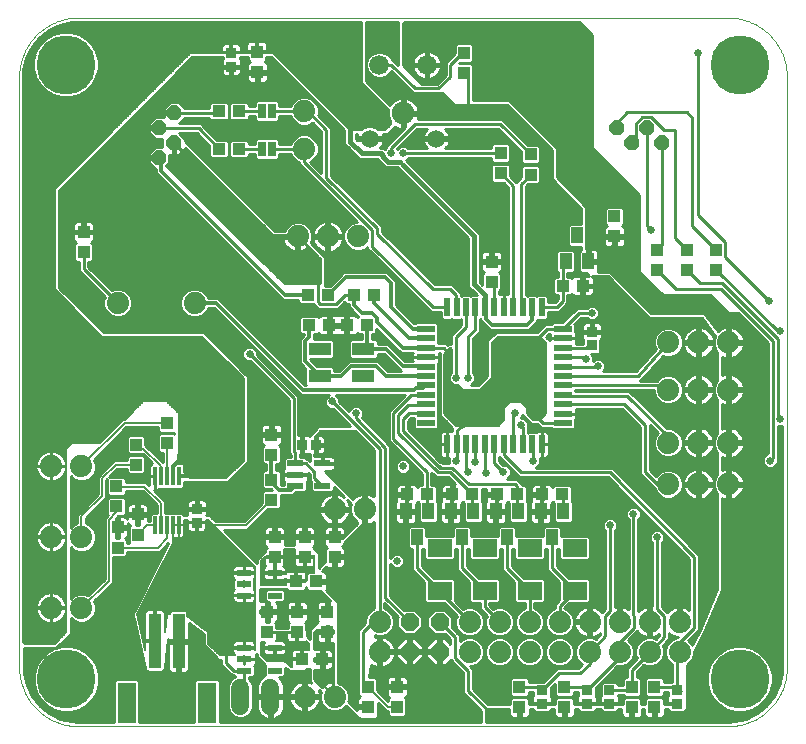
<source format=gtl>
G75*
%MOIN*%
%OFA0B0*%
%FSLAX25Y25*%
%IPPOS*%
%LPD*%
%AMOC8*
5,1,8,0,0,1.08239X$1,22.5*
%
%ADD10C,0.00000*%
%ADD11R,0.03937X0.04331*%
%ADD12C,0.06600*%
%ADD13R,0.04331X0.03937*%
%ADD14R,0.04724X0.02165*%
%ADD15R,0.03937X0.18110*%
%ADD16R,0.06299X0.13386*%
%ADD17C,0.06000*%
%ADD18R,0.03937X0.05512*%
%ADD19R,0.08268X0.05906*%
%ADD20R,0.03543X0.03346*%
%ADD21C,0.07400*%
%ADD22R,0.05400X0.02200*%
%ADD23R,0.03346X0.03543*%
%ADD24C,0.06000*%
%ADD25C,0.07500*%
%ADD26R,0.01969X0.05906*%
%ADD27R,0.05906X0.01969*%
%ADD28R,0.07480X0.04331*%
%ADD29OC8,0.06000*%
%ADD30R,0.02500X0.05000*%
%ADD31R,0.01200X0.05900*%
%ADD32OC8,0.05000*%
%ADD33C,0.02578*%
%ADD34C,0.01200*%
%ADD35C,0.01000*%
%ADD36C,0.00600*%
%ADD37C,0.01600*%
%ADD38C,0.19685*%
D10*
X0105861Y0042839D02*
X0105861Y0239689D01*
X0105862Y0239689D02*
X0105868Y0240165D01*
X0105885Y0240640D01*
X0105914Y0241115D01*
X0105954Y0241589D01*
X0106006Y0242062D01*
X0106069Y0242533D01*
X0106143Y0243003D01*
X0106229Y0243471D01*
X0106326Y0243937D01*
X0106434Y0244400D01*
X0106553Y0244860D01*
X0106684Y0245318D01*
X0106825Y0245772D01*
X0106978Y0246223D01*
X0107141Y0246669D01*
X0107315Y0247112D01*
X0107500Y0247550D01*
X0107695Y0247984D01*
X0107901Y0248413D01*
X0108117Y0248837D01*
X0108343Y0249256D01*
X0108579Y0249669D01*
X0108825Y0250076D01*
X0109081Y0250477D01*
X0109347Y0250871D01*
X0109622Y0251260D01*
X0109906Y0251641D01*
X0110199Y0252015D01*
X0110501Y0252383D01*
X0110813Y0252743D01*
X0111132Y0253095D01*
X0111460Y0253439D01*
X0111797Y0253776D01*
X0112141Y0254104D01*
X0112493Y0254423D01*
X0112853Y0254735D01*
X0113221Y0255037D01*
X0113595Y0255330D01*
X0113976Y0255614D01*
X0114365Y0255889D01*
X0114759Y0256155D01*
X0115160Y0256411D01*
X0115567Y0256657D01*
X0115980Y0256893D01*
X0116399Y0257119D01*
X0116823Y0257335D01*
X0117252Y0257541D01*
X0117686Y0257736D01*
X0118124Y0257921D01*
X0118567Y0258095D01*
X0119013Y0258258D01*
X0119464Y0258411D01*
X0119918Y0258552D01*
X0120376Y0258683D01*
X0120836Y0258802D01*
X0121299Y0258910D01*
X0121765Y0259007D01*
X0122233Y0259093D01*
X0122703Y0259167D01*
X0123174Y0259230D01*
X0123647Y0259282D01*
X0124121Y0259322D01*
X0124596Y0259351D01*
X0125071Y0259368D01*
X0125547Y0259374D01*
X0342082Y0259374D01*
X0342558Y0259368D01*
X0343033Y0259351D01*
X0343508Y0259322D01*
X0343982Y0259282D01*
X0344455Y0259230D01*
X0344926Y0259167D01*
X0345396Y0259093D01*
X0345864Y0259007D01*
X0346330Y0258910D01*
X0346793Y0258802D01*
X0347253Y0258683D01*
X0347711Y0258552D01*
X0348165Y0258411D01*
X0348616Y0258258D01*
X0349062Y0258095D01*
X0349505Y0257921D01*
X0349943Y0257736D01*
X0350377Y0257541D01*
X0350806Y0257335D01*
X0351230Y0257119D01*
X0351649Y0256893D01*
X0352062Y0256657D01*
X0352469Y0256411D01*
X0352870Y0256155D01*
X0353264Y0255889D01*
X0353653Y0255614D01*
X0354034Y0255330D01*
X0354408Y0255037D01*
X0354776Y0254735D01*
X0355136Y0254423D01*
X0355488Y0254104D01*
X0355832Y0253776D01*
X0356169Y0253439D01*
X0356497Y0253095D01*
X0356816Y0252743D01*
X0357128Y0252383D01*
X0357430Y0252015D01*
X0357723Y0251641D01*
X0358007Y0251260D01*
X0358282Y0250871D01*
X0358548Y0250477D01*
X0358804Y0250076D01*
X0359050Y0249669D01*
X0359286Y0249256D01*
X0359512Y0248837D01*
X0359728Y0248413D01*
X0359934Y0247984D01*
X0360129Y0247550D01*
X0360314Y0247112D01*
X0360488Y0246669D01*
X0360651Y0246223D01*
X0360804Y0245772D01*
X0360945Y0245318D01*
X0361076Y0244860D01*
X0361195Y0244400D01*
X0361303Y0243937D01*
X0361400Y0243471D01*
X0361486Y0243003D01*
X0361560Y0242533D01*
X0361623Y0242062D01*
X0361675Y0241589D01*
X0361715Y0241115D01*
X0361744Y0240640D01*
X0361761Y0240165D01*
X0361767Y0239689D01*
X0361767Y0042839D01*
X0361761Y0042363D01*
X0361744Y0041888D01*
X0361715Y0041413D01*
X0361675Y0040939D01*
X0361623Y0040466D01*
X0361560Y0039995D01*
X0361486Y0039525D01*
X0361400Y0039057D01*
X0361303Y0038591D01*
X0361195Y0038128D01*
X0361076Y0037668D01*
X0360945Y0037210D01*
X0360804Y0036756D01*
X0360651Y0036305D01*
X0360488Y0035859D01*
X0360314Y0035416D01*
X0360129Y0034978D01*
X0359934Y0034544D01*
X0359728Y0034115D01*
X0359512Y0033691D01*
X0359286Y0033272D01*
X0359050Y0032859D01*
X0358804Y0032452D01*
X0358548Y0032051D01*
X0358282Y0031657D01*
X0358007Y0031268D01*
X0357723Y0030887D01*
X0357430Y0030513D01*
X0357128Y0030145D01*
X0356816Y0029785D01*
X0356497Y0029433D01*
X0356169Y0029089D01*
X0355832Y0028752D01*
X0355488Y0028424D01*
X0355136Y0028105D01*
X0354776Y0027793D01*
X0354408Y0027491D01*
X0354034Y0027198D01*
X0353653Y0026914D01*
X0353264Y0026639D01*
X0352870Y0026373D01*
X0352469Y0026117D01*
X0352062Y0025871D01*
X0351649Y0025635D01*
X0351230Y0025409D01*
X0350806Y0025193D01*
X0350377Y0024987D01*
X0349943Y0024792D01*
X0349505Y0024607D01*
X0349062Y0024433D01*
X0348616Y0024270D01*
X0348165Y0024117D01*
X0347711Y0023976D01*
X0347253Y0023845D01*
X0346793Y0023726D01*
X0346330Y0023618D01*
X0345864Y0023521D01*
X0345396Y0023435D01*
X0344926Y0023361D01*
X0344455Y0023298D01*
X0343982Y0023246D01*
X0343508Y0023206D01*
X0343033Y0023177D01*
X0342558Y0023160D01*
X0342082Y0023154D01*
X0125547Y0023154D01*
X0125071Y0023160D01*
X0124596Y0023177D01*
X0124121Y0023206D01*
X0123647Y0023246D01*
X0123174Y0023298D01*
X0122703Y0023361D01*
X0122233Y0023435D01*
X0121765Y0023521D01*
X0121299Y0023618D01*
X0120836Y0023726D01*
X0120376Y0023845D01*
X0119918Y0023976D01*
X0119464Y0024117D01*
X0119013Y0024270D01*
X0118567Y0024433D01*
X0118124Y0024607D01*
X0117686Y0024792D01*
X0117252Y0024987D01*
X0116823Y0025193D01*
X0116399Y0025409D01*
X0115980Y0025635D01*
X0115567Y0025871D01*
X0115160Y0026117D01*
X0114759Y0026373D01*
X0114365Y0026639D01*
X0113976Y0026914D01*
X0113595Y0027198D01*
X0113221Y0027491D01*
X0112853Y0027793D01*
X0112493Y0028105D01*
X0112141Y0028424D01*
X0111797Y0028752D01*
X0111460Y0029089D01*
X0111132Y0029433D01*
X0110813Y0029785D01*
X0110501Y0030145D01*
X0110199Y0030513D01*
X0109906Y0030887D01*
X0109622Y0031268D01*
X0109347Y0031657D01*
X0109081Y0032051D01*
X0108825Y0032452D01*
X0108579Y0032859D01*
X0108343Y0033272D01*
X0108117Y0033691D01*
X0107901Y0034115D01*
X0107695Y0034544D01*
X0107500Y0034978D01*
X0107315Y0035416D01*
X0107141Y0035859D01*
X0106978Y0036305D01*
X0106825Y0036756D01*
X0106684Y0037210D01*
X0106553Y0037668D01*
X0106434Y0038128D01*
X0106326Y0038591D01*
X0106229Y0039057D01*
X0106143Y0039525D01*
X0106069Y0039995D01*
X0106006Y0040466D01*
X0105954Y0040939D01*
X0105914Y0041413D01*
X0105885Y0041888D01*
X0105868Y0042363D01*
X0105862Y0042839D01*
D11*
X0138657Y0082740D03*
X0138657Y0089433D03*
X0138263Y0096421D03*
X0138263Y0103114D03*
X0144775Y0110378D03*
X0144775Y0117071D03*
X0155094Y0117484D03*
X0155094Y0124177D03*
X0145369Y0093764D03*
X0145369Y0087071D03*
X0188499Y0061303D03*
X0188499Y0054610D03*
X0198499Y0054610D03*
X0198499Y0061303D03*
X0208499Y0061303D03*
X0208499Y0054610D03*
X0222003Y0036343D03*
X0222003Y0029650D03*
X0231846Y0029650D03*
X0231846Y0036343D03*
X0272594Y0036303D03*
X0272594Y0029610D03*
X0287594Y0029610D03*
X0287594Y0036303D03*
X0310094Y0036303D03*
X0310094Y0029610D03*
X0317594Y0029610D03*
X0317594Y0036303D03*
X0210999Y0079610D03*
X0210999Y0086303D03*
X0200999Y0086303D03*
X0200999Y0079610D03*
X0190999Y0079610D03*
X0190999Y0086303D03*
X0189917Y0098705D03*
X0189917Y0105398D03*
X0189917Y0113705D03*
X0189917Y0120398D03*
X0127318Y0181224D03*
X0127318Y0187917D03*
X0185212Y0241185D03*
X0185212Y0247878D03*
X0254188Y0247563D03*
X0254188Y0240870D03*
X0266334Y0214157D03*
X0266334Y0207465D03*
X0276334Y0207071D03*
X0276334Y0213764D03*
X0304247Y0193114D03*
X0304247Y0186421D03*
X0318460Y0182012D03*
X0318460Y0175319D03*
X0328302Y0175319D03*
X0328302Y0182012D03*
X0338145Y0182012D03*
X0338145Y0175319D03*
X0263342Y0178075D03*
X0263342Y0171382D03*
D12*
X0241688Y0243626D03*
X0225940Y0243626D03*
D13*
X0179208Y0228154D03*
X0172515Y0228154D03*
X0172515Y0215654D03*
X0179208Y0215654D03*
X0202102Y0166894D03*
X0208795Y0166894D03*
X0217495Y0166894D03*
X0224188Y0166894D03*
X0221688Y0156894D03*
X0214995Y0156894D03*
X0209188Y0156894D03*
X0202495Y0156894D03*
X0235153Y0100457D03*
X0241846Y0100457D03*
X0250153Y0100457D03*
X0256846Y0100457D03*
X0265153Y0100457D03*
X0271846Y0100457D03*
X0280153Y0100457D03*
X0286846Y0100457D03*
X0286964Y0169925D03*
X0293657Y0169925D03*
X0204846Y0071457D03*
X0198153Y0071457D03*
X0200153Y0045457D03*
X0206846Y0045457D03*
D14*
X0191118Y0049197D03*
X0191118Y0041717D03*
X0180881Y0041717D03*
X0180881Y0045457D03*
X0180881Y0049197D03*
X0180881Y0066717D03*
X0180881Y0070457D03*
X0180881Y0074197D03*
X0191118Y0074197D03*
X0191118Y0066717D03*
D15*
X0159011Y0051500D03*
X0151137Y0051500D03*
D16*
X0141688Y0031028D03*
X0168460Y0031028D03*
D17*
X0179602Y0029996D02*
X0179602Y0035996D01*
X0189602Y0035996D02*
X0189602Y0029996D01*
D18*
X0238499Y0086126D03*
X0234759Y0094787D03*
X0242239Y0094787D03*
X0249759Y0094787D03*
X0257239Y0094787D03*
X0264759Y0094787D03*
X0272239Y0094787D03*
X0279759Y0094787D03*
X0287239Y0094787D03*
X0283499Y0086126D03*
X0268499Y0086126D03*
X0253499Y0086126D03*
X0288007Y0178094D03*
X0295487Y0178094D03*
X0291747Y0186756D03*
D19*
X0290999Y0082543D03*
X0290999Y0068370D03*
X0275999Y0068370D03*
X0275999Y0082543D03*
X0260999Y0082543D03*
X0260999Y0068370D03*
X0245999Y0068370D03*
X0245999Y0082543D03*
D20*
X0280094Y0035240D03*
X0280094Y0030673D03*
X0295094Y0030673D03*
X0295094Y0035240D03*
X0302594Y0035240D03*
X0302594Y0030673D03*
X0325094Y0030673D03*
X0325094Y0035240D03*
X0296747Y0150142D03*
X0296747Y0154709D03*
X0176570Y0243035D03*
X0176570Y0247602D03*
X0165094Y0095614D03*
X0165094Y0091047D03*
D21*
X0126610Y0086146D03*
X0116610Y0086146D03*
X0116610Y0109768D03*
X0126610Y0109768D03*
X0126610Y0062524D03*
X0116610Y0062524D03*
X0200980Y0032996D03*
X0210980Y0032996D03*
X0225999Y0047957D03*
X0225999Y0057957D03*
X0255999Y0057957D03*
X0265999Y0057957D03*
X0265999Y0047957D03*
X0255999Y0047957D03*
X0275999Y0047957D03*
X0275999Y0057957D03*
X0285999Y0057957D03*
X0285999Y0047957D03*
X0295999Y0047957D03*
X0295999Y0057957D03*
X0305999Y0057957D03*
X0315999Y0057957D03*
X0315999Y0047957D03*
X0305999Y0047957D03*
X0325999Y0047957D03*
X0325999Y0057957D03*
X0322239Y0103862D03*
X0332239Y0103862D03*
X0342239Y0103862D03*
X0342239Y0117642D03*
X0332239Y0117642D03*
X0322239Y0117642D03*
X0322239Y0135358D03*
X0332239Y0135358D03*
X0342239Y0135358D03*
X0342239Y0151106D03*
X0332239Y0151106D03*
X0322239Y0151106D03*
X0220980Y0095496D03*
X0210980Y0095496D03*
X0164346Y0164236D03*
X0138755Y0164236D03*
X0198755Y0186461D03*
X0208755Y0186461D03*
X0218755Y0186461D03*
X0200861Y0215654D03*
X0200861Y0228154D03*
D22*
X0197917Y0110751D03*
X0197917Y0107051D03*
X0197917Y0103351D03*
X0206917Y0103351D03*
X0206917Y0110751D03*
D23*
X0204700Y0117051D03*
X0200133Y0117051D03*
D24*
X0222791Y0219020D03*
X0244838Y0219020D03*
D25*
X0233814Y0227484D03*
D26*
X0248499Y0162760D03*
X0251649Y0162760D03*
X0254798Y0162760D03*
X0257948Y0162760D03*
X0261098Y0162760D03*
X0264247Y0162760D03*
X0267397Y0162760D03*
X0270547Y0162760D03*
X0273696Y0162760D03*
X0276846Y0162760D03*
X0279995Y0162760D03*
X0279995Y0117091D03*
X0276846Y0117091D03*
X0273696Y0117091D03*
X0270547Y0117091D03*
X0267397Y0117091D03*
X0264247Y0117091D03*
X0261098Y0117091D03*
X0257948Y0117091D03*
X0254798Y0117091D03*
X0251649Y0117091D03*
X0248499Y0117091D03*
D27*
X0241413Y0124177D03*
X0241413Y0127327D03*
X0241413Y0130476D03*
X0241413Y0133626D03*
X0241413Y0136776D03*
X0241413Y0139925D03*
X0241413Y0143075D03*
X0241413Y0146224D03*
X0241413Y0149374D03*
X0241413Y0152524D03*
X0241413Y0155673D03*
X0287082Y0155673D03*
X0287082Y0152524D03*
X0287082Y0149374D03*
X0287082Y0146224D03*
X0287082Y0143075D03*
X0287082Y0139925D03*
X0287082Y0136776D03*
X0287082Y0133626D03*
X0287082Y0130476D03*
X0287082Y0127327D03*
X0287082Y0124177D03*
D28*
X0220625Y0139866D03*
X0220625Y0148921D03*
X0206058Y0148921D03*
X0206058Y0139866D03*
D29*
X0235999Y0057957D03*
X0235999Y0047957D03*
X0245999Y0047957D03*
X0245999Y0057957D03*
D30*
X0189961Y0215654D03*
X0186761Y0215654D03*
X0186761Y0228154D03*
X0189961Y0228154D03*
D31*
X0158994Y0106431D03*
X0157094Y0106431D03*
X0155094Y0106431D03*
X0153094Y0106431D03*
X0151194Y0106431D03*
X0151194Y0090231D03*
X0153094Y0090231D03*
X0155094Y0090231D03*
X0157094Y0090231D03*
X0158994Y0090231D03*
D32*
X0152574Y0212504D03*
X0157574Y0217504D03*
X0152574Y0222504D03*
X0157574Y0227504D03*
X0305054Y0222504D03*
X0310054Y0217504D03*
X0315054Y0222504D03*
X0320054Y0217504D03*
D33*
X0304247Y0193114D03*
X0316491Y0188508D03*
X0291747Y0186756D03*
X0283027Y0198350D03*
X0261373Y0198350D03*
X0247594Y0178665D03*
X0237751Y0162917D03*
X0224188Y0166854D03*
X0229877Y0198350D03*
X0229877Y0214098D03*
X0233814Y0214098D03*
X0223972Y0227878D03*
X0220035Y0225909D03*
X0218066Y0229846D03*
X0225940Y0255437D03*
X0196413Y0198350D03*
X0184602Y0162917D03*
X0182633Y0147169D03*
X0188539Y0129453D03*
X0204287Y0127484D03*
X0210192Y0131421D03*
X0218066Y0127484D03*
X0233814Y0109768D03*
X0241688Y0119610D03*
X0247594Y0111736D03*
X0251531Y0111736D03*
X0255468Y0107799D03*
X0257861Y0111154D03*
X0261361Y0107654D03*
X0267279Y0107799D03*
X0277121Y0111736D03*
X0273184Y0123547D03*
X0271216Y0127484D03*
X0279090Y0131421D03*
X0294838Y0145464D03*
X0298775Y0143232D03*
X0296806Y0160949D03*
X0261373Y0155043D03*
X0259405Y0143232D03*
X0255468Y0139295D03*
X0251531Y0139295D03*
X0253499Y0123547D03*
X0286846Y0100457D03*
X0302712Y0090083D03*
X0310586Y0094020D03*
X0318460Y0086146D03*
X0290999Y0082543D03*
X0275999Y0082543D03*
X0260999Y0082543D03*
X0245999Y0082543D03*
X0231846Y0078272D03*
X0208381Y0054492D03*
X0206846Y0045457D03*
X0202318Y0066461D03*
X0204846Y0071457D03*
X0188499Y0061303D03*
X0180881Y0070457D03*
X0182633Y0086146D03*
X0178696Y0097957D03*
X0157043Y0095988D03*
X0145369Y0093764D03*
X0138657Y0089433D03*
X0129484Y0076303D03*
X0139326Y0068429D03*
X0145232Y0105831D03*
X0137358Y0113705D03*
X0180881Y0045457D03*
X0155074Y0032996D03*
X0263342Y0034965D03*
X0298775Y0117642D03*
X0355861Y0164886D03*
X0359478Y0154805D03*
X0359456Y0125516D03*
X0356278Y0111736D03*
X0332239Y0247563D03*
X0143263Y0196382D03*
D34*
X0153106Y0208193D02*
X0153106Y0211972D01*
X0152574Y0212504D01*
X0156274Y0212518D02*
X0164528Y0212518D01*
X0165727Y0211320D02*
X0156274Y0211320D01*
X0156274Y0210971D02*
X0156274Y0213404D01*
X0157436Y0213404D01*
X0157436Y0217366D01*
X0157712Y0217366D01*
X0157712Y0213404D01*
X0159272Y0213404D01*
X0161457Y0215589D01*
X0190507Y0186539D01*
X0198355Y0186539D01*
X0198355Y0186061D01*
X0193455Y0186061D01*
X0193455Y0186044D01*
X0193586Y0185220D01*
X0193843Y0184426D01*
X0194222Y0183683D01*
X0194713Y0183008D01*
X0195302Y0182418D01*
X0195977Y0181928D01*
X0196721Y0181549D01*
X0197514Y0181291D01*
X0198338Y0181161D01*
X0198355Y0181161D01*
X0198355Y0186061D01*
X0198860Y0186061D01*
X0199155Y0185765D01*
X0199155Y0181161D01*
X0199172Y0181161D01*
X0199996Y0181291D01*
X0200790Y0181549D01*
X0201533Y0181928D01*
X0202208Y0182418D01*
X0202355Y0182565D01*
X0206255Y0178665D01*
X0206255Y0170791D01*
X0194444Y0170791D01*
X0155269Y0209966D01*
X0156274Y0210971D01*
X0155424Y0210121D02*
X0166925Y0210121D01*
X0168124Y0208923D02*
X0156313Y0208923D01*
X0157511Y0207724D02*
X0169322Y0207724D01*
X0170521Y0206526D02*
X0158710Y0206526D01*
X0159908Y0205327D02*
X0171719Y0205327D01*
X0172918Y0204129D02*
X0161107Y0204129D01*
X0162305Y0202930D02*
X0174116Y0202930D01*
X0175315Y0201732D02*
X0163504Y0201732D01*
X0164702Y0200533D02*
X0176513Y0200533D01*
X0177712Y0199335D02*
X0165901Y0199335D01*
X0167099Y0198136D02*
X0178910Y0198136D01*
X0180109Y0196938D02*
X0168298Y0196938D01*
X0169496Y0195739D02*
X0181307Y0195739D01*
X0182506Y0194541D02*
X0170695Y0194541D01*
X0171893Y0193342D02*
X0183704Y0193342D01*
X0184903Y0192144D02*
X0173092Y0192144D01*
X0174290Y0190945D02*
X0186101Y0190945D01*
X0187300Y0189747D02*
X0175489Y0189747D01*
X0176687Y0188548D02*
X0188498Y0188548D01*
X0189697Y0187350D02*
X0177886Y0187350D01*
X0179084Y0186151D02*
X0198355Y0186151D01*
X0198755Y0186461D02*
X0188617Y0186461D01*
X0157574Y0217504D01*
X0157436Y0217312D02*
X0157712Y0217312D01*
X0157712Y0216114D02*
X0157436Y0216114D01*
X0157436Y0214915D02*
X0157712Y0214915D01*
X0157712Y0213717D02*
X0157436Y0213717D01*
X0159585Y0213717D02*
X0163330Y0213717D01*
X0162131Y0214915D02*
X0160784Y0214915D01*
X0153106Y0208193D02*
X0194405Y0166894D01*
X0202102Y0166894D01*
X0206255Y0171769D02*
X0193467Y0171769D01*
X0192268Y0172967D02*
X0206255Y0172967D01*
X0206255Y0174166D02*
X0191070Y0174166D01*
X0189871Y0175364D02*
X0206255Y0175364D01*
X0206255Y0176563D02*
X0188673Y0176563D01*
X0187474Y0177762D02*
X0206255Y0177762D01*
X0205961Y0178960D02*
X0186275Y0178960D01*
X0185077Y0180159D02*
X0204762Y0180159D01*
X0203563Y0181357D02*
X0200199Y0181357D01*
X0199155Y0181357D02*
X0198355Y0181357D01*
X0197311Y0181357D02*
X0183878Y0181357D01*
X0182680Y0182556D02*
X0195165Y0182556D01*
X0194186Y0183754D02*
X0181481Y0183754D01*
X0180283Y0184953D02*
X0193672Y0184953D01*
X0198355Y0184953D02*
X0199155Y0184953D01*
X0199155Y0183754D02*
X0198355Y0183754D01*
X0198355Y0182556D02*
X0199155Y0182556D01*
X0202345Y0182556D02*
X0202365Y0182556D01*
X0214661Y0172760D02*
X0227909Y0172760D01*
X0229877Y0170791D01*
X0229877Y0162917D01*
X0235783Y0157012D01*
X0237121Y0155673D01*
X0241413Y0155673D01*
X0241283Y0152654D02*
X0235861Y0152654D01*
X0224188Y0164327D01*
X0224188Y0166854D01*
X0224188Y0166894D01*
X0217495Y0166854D02*
X0217495Y0166894D01*
X0217495Y0166854D02*
X0217495Y0163488D01*
X0220035Y0160949D01*
X0223464Y0160949D01*
X0225054Y0159359D01*
X0225054Y0157898D01*
X0233814Y0149138D01*
X0241176Y0149138D01*
X0241413Y0149374D01*
X0241413Y0152524D02*
X0241283Y0152654D01*
X0241255Y0143232D02*
X0233814Y0143232D01*
X0228125Y0148921D01*
X0220625Y0148921D01*
X0221688Y0149984D01*
X0221688Y0156894D01*
X0224862Y0143231D02*
X0216388Y0143231D01*
X0213023Y0139866D01*
X0206058Y0139866D01*
X0201118Y0144806D01*
X0201118Y0151584D01*
X0202495Y0152961D01*
X0202495Y0156894D01*
X0208795Y0166894D02*
X0214661Y0172760D01*
X0224862Y0143231D02*
X0228169Y0139925D01*
X0241413Y0139925D01*
X0241413Y0136776D02*
X0240447Y0135810D01*
X0237963Y0135810D01*
X0237511Y0135358D01*
X0200350Y0135358D01*
X0171472Y0164236D01*
X0164346Y0164236D01*
X0159011Y0113705D02*
X0159011Y0111736D01*
X0157094Y0109819D01*
X0157094Y0106431D01*
X0158994Y0106431D02*
X0162948Y0106431D01*
X0189917Y0105398D02*
X0189917Y0113705D01*
X0189917Y0105398D02*
X0189917Y0104536D01*
X0192559Y0101894D01*
X0196459Y0101894D01*
X0197917Y0103351D01*
X0210999Y0079610D02*
X0210999Y0077610D01*
X0241413Y0143075D02*
X0241255Y0143232D01*
X0261373Y0158980D02*
X0261373Y0160949D01*
X0261373Y0158980D02*
X0263342Y0157012D01*
X0275153Y0157012D01*
X0276846Y0158705D01*
X0276846Y0160949D01*
X0233814Y0210161D02*
X0232830Y0211146D01*
D35*
X0231779Y0209509D02*
X0232043Y0209246D01*
X0255536Y0185752D01*
X0255536Y0169729D01*
X0256649Y0168616D01*
X0258452Y0166813D01*
X0256508Y0166813D01*
X0256373Y0166678D01*
X0256238Y0166813D01*
X0253359Y0166813D01*
X0253224Y0166678D01*
X0253131Y0166771D01*
X0253131Y0167517D01*
X0251162Y0169486D01*
X0250225Y0170423D01*
X0244320Y0170423D01*
X0226755Y0187987D01*
X0226755Y0189774D01*
X0209824Y0206706D01*
X0209824Y0222635D01*
X0205544Y0226915D01*
X0205661Y0227199D01*
X0205661Y0229108D01*
X0204931Y0230873D01*
X0203580Y0232223D01*
X0201816Y0232954D01*
X0199907Y0232954D01*
X0198143Y0232223D01*
X0196792Y0230873D01*
X0196329Y0229754D01*
X0192311Y0229754D01*
X0192311Y0231109D01*
X0191667Y0231754D01*
X0185056Y0231754D01*
X0184411Y0231109D01*
X0184411Y0229754D01*
X0182473Y0229754D01*
X0182473Y0230578D01*
X0181829Y0231222D01*
X0176587Y0231222D01*
X0175943Y0230578D01*
X0175943Y0225729D01*
X0176587Y0225085D01*
X0181829Y0225085D01*
X0182473Y0225729D01*
X0182473Y0226554D01*
X0184411Y0226554D01*
X0184411Y0225198D01*
X0185056Y0224554D01*
X0191667Y0224554D01*
X0192311Y0225198D01*
X0192311Y0226554D01*
X0196329Y0226554D01*
X0196792Y0225435D01*
X0198143Y0224084D01*
X0199907Y0223354D01*
X0201816Y0223354D01*
X0203580Y0224084D01*
X0203715Y0224219D01*
X0206624Y0221310D01*
X0206624Y0207643D01*
X0202945Y0211321D01*
X0203580Y0211584D01*
X0204931Y0212935D01*
X0205661Y0214699D01*
X0205661Y0216608D01*
X0204931Y0218373D01*
X0203580Y0219723D01*
X0201816Y0220454D01*
X0199907Y0220454D01*
X0198143Y0219723D01*
X0196792Y0218373D01*
X0196329Y0217254D01*
X0192311Y0217254D01*
X0192311Y0218609D01*
X0191667Y0219254D01*
X0185056Y0219254D01*
X0184411Y0218609D01*
X0184411Y0217254D01*
X0182473Y0217254D01*
X0182473Y0218078D01*
X0181829Y0218722D01*
X0176587Y0218722D01*
X0175943Y0218078D01*
X0175943Y0213229D01*
X0176587Y0212585D01*
X0181829Y0212585D01*
X0182473Y0213229D01*
X0182473Y0214054D01*
X0184411Y0214054D01*
X0184411Y0212698D01*
X0185056Y0212054D01*
X0191667Y0212054D01*
X0192311Y0212698D01*
X0192311Y0214054D01*
X0196329Y0214054D01*
X0196792Y0212935D01*
X0198143Y0211584D01*
X0199261Y0211121D01*
X0199261Y0210480D01*
X0218481Y0191261D01*
X0217800Y0191261D01*
X0216036Y0190530D01*
X0214686Y0189180D01*
X0213955Y0187415D01*
X0213955Y0185506D01*
X0214686Y0183742D01*
X0216036Y0182391D01*
X0217800Y0181661D01*
X0219710Y0181661D01*
X0221474Y0182391D01*
X0221955Y0182872D01*
X0221955Y0182356D01*
X0222892Y0181419D01*
X0242994Y0161317D01*
X0246415Y0161317D01*
X0246415Y0159351D01*
X0247059Y0158707D01*
X0249939Y0158707D01*
X0250074Y0158842D01*
X0250209Y0158707D01*
X0253089Y0158707D01*
X0253198Y0158817D01*
X0253198Y0157005D01*
X0249931Y0153738D01*
X0249931Y0150738D01*
X0248900Y0150738D01*
X0248470Y0150308D01*
X0248024Y0150754D01*
X0245465Y0150754D01*
X0245465Y0150814D01*
X0245330Y0150949D01*
X0245465Y0151084D01*
X0245465Y0153964D01*
X0245330Y0154098D01*
X0245465Y0154233D01*
X0245465Y0157113D01*
X0244821Y0157757D01*
X0238004Y0157757D01*
X0237723Y0157476D01*
X0237483Y0157716D01*
X0231577Y0163621D01*
X0231577Y0171495D01*
X0229609Y0173464D01*
X0228613Y0174460D01*
X0213957Y0174460D01*
X0212961Y0173464D01*
X0209459Y0169962D01*
X0207830Y0169962D01*
X0207955Y0170087D01*
X0207955Y0179370D01*
X0207129Y0180195D01*
X0207129Y0180349D01*
X0206192Y0181287D01*
X0203092Y0184387D01*
X0203555Y0185506D01*
X0203555Y0187415D01*
X0202824Y0189180D01*
X0201474Y0190530D01*
X0199710Y0191261D01*
X0197800Y0191261D01*
X0196036Y0190530D01*
X0194686Y0189180D01*
X0194296Y0188239D01*
X0191211Y0188239D01*
X0161174Y0218277D01*
X0161174Y0218995D01*
X0159265Y0220904D01*
X0165002Y0220904D01*
X0169250Y0216656D01*
X0169250Y0213229D01*
X0169894Y0212585D01*
X0175136Y0212585D01*
X0175780Y0213229D01*
X0175780Y0218078D01*
X0175136Y0218722D01*
X0171709Y0218722D01*
X0167265Y0223167D01*
X0166327Y0224104D01*
X0159265Y0224104D01*
X0161065Y0225904D01*
X0169250Y0225904D01*
X0169250Y0225729D01*
X0169894Y0225085D01*
X0175136Y0225085D01*
X0175780Y0225729D01*
X0175780Y0230578D01*
X0175136Y0231222D01*
X0169894Y0231222D01*
X0169250Y0230578D01*
X0169250Y0229104D01*
X0161065Y0229104D01*
X0159065Y0231104D01*
X0156083Y0231104D01*
X0153974Y0228995D01*
X0153974Y0226104D01*
X0151083Y0226104D01*
X0148974Y0223995D01*
X0148974Y0221013D01*
X0151083Y0218904D01*
X0153538Y0218904D01*
X0153374Y0218740D01*
X0153374Y0216104D01*
X0151083Y0216104D01*
X0148974Y0213995D01*
X0148974Y0211013D01*
X0151083Y0208904D01*
X0151406Y0208904D01*
X0151406Y0207489D01*
X0152401Y0206493D01*
X0152401Y0206493D01*
X0192705Y0166190D01*
X0192705Y0166190D01*
X0193701Y0165194D01*
X0198836Y0165194D01*
X0198836Y0164470D01*
X0199481Y0163825D01*
X0203929Y0163825D01*
X0203929Y0163807D01*
X0204866Y0162870D01*
X0204866Y0162870D01*
X0205511Y0162225D01*
X0212078Y0162225D01*
X0214276Y0164423D01*
X0214874Y0163825D01*
X0215795Y0163825D01*
X0215795Y0162784D01*
X0216791Y0161788D01*
X0218842Y0159737D01*
X0218554Y0159449D01*
X0218361Y0159783D01*
X0218082Y0160062D01*
X0217740Y0160260D01*
X0217358Y0160362D01*
X0215480Y0160362D01*
X0215480Y0157378D01*
X0214511Y0157378D01*
X0214511Y0156409D01*
X0215480Y0156409D01*
X0215480Y0153425D01*
X0217358Y0153425D01*
X0217740Y0153527D01*
X0218082Y0153725D01*
X0218361Y0154004D01*
X0218554Y0154338D01*
X0219067Y0153825D01*
X0219988Y0153825D01*
X0219988Y0152187D01*
X0216429Y0152187D01*
X0215785Y0151542D01*
X0215785Y0146300D01*
X0216429Y0145656D01*
X0224821Y0145656D01*
X0225465Y0146300D01*
X0225465Y0147221D01*
X0227421Y0147221D01*
X0233017Y0141625D01*
X0228873Y0141625D01*
X0226562Y0143936D01*
X0225567Y0144931D01*
X0215684Y0144931D01*
X0214688Y0143936D01*
X0214688Y0143936D01*
X0212319Y0141566D01*
X0210898Y0141566D01*
X0210898Y0142487D01*
X0210254Y0143131D01*
X0205197Y0143131D01*
X0202818Y0145510D01*
X0202818Y0145656D01*
X0210254Y0145656D01*
X0210898Y0146300D01*
X0210898Y0151542D01*
X0210254Y0152187D01*
X0204125Y0152187D01*
X0204195Y0152257D01*
X0204195Y0153825D01*
X0205116Y0153825D01*
X0205630Y0154338D01*
X0205823Y0154004D01*
X0206102Y0153725D01*
X0206444Y0153527D01*
X0206825Y0153425D01*
X0208704Y0153425D01*
X0208704Y0156409D01*
X0209673Y0156409D01*
X0209673Y0157378D01*
X0214511Y0157378D01*
X0214511Y0160362D01*
X0212633Y0160362D01*
X0212251Y0160260D01*
X0212092Y0160168D01*
X0211933Y0160260D01*
X0211551Y0160362D01*
X0209673Y0160362D01*
X0209673Y0157378D01*
X0208704Y0157378D01*
X0208704Y0160362D01*
X0206825Y0160362D01*
X0206444Y0160260D01*
X0206102Y0160062D01*
X0205823Y0159783D01*
X0205630Y0159449D01*
X0205116Y0159962D01*
X0199874Y0159962D01*
X0199230Y0159318D01*
X0199230Y0154470D01*
X0199874Y0153825D01*
X0200795Y0153825D01*
X0200795Y0153665D01*
X0200414Y0153284D01*
X0199418Y0152288D01*
X0199418Y0144102D01*
X0200414Y0143106D01*
X0201218Y0142302D01*
X0201218Y0137245D01*
X0201405Y0137058D01*
X0201054Y0137058D01*
X0173172Y0164940D01*
X0172176Y0165936D01*
X0168837Y0165936D01*
X0168415Y0166955D01*
X0167065Y0168305D01*
X0165301Y0169036D01*
X0163391Y0169036D01*
X0161627Y0168305D01*
X0160277Y0166955D01*
X0159546Y0165191D01*
X0159546Y0163281D01*
X0160277Y0161517D01*
X0161627Y0160167D01*
X0163391Y0159436D01*
X0165301Y0159436D01*
X0167065Y0160167D01*
X0168415Y0161517D01*
X0168837Y0162536D01*
X0170768Y0162536D01*
X0199646Y0133658D01*
X0209051Y0133658D01*
X0207803Y0132411D01*
X0207803Y0130432D01*
X0209203Y0129032D01*
X0210318Y0129032D01*
X0216172Y0123179D01*
X0205592Y0123179D01*
X0204655Y0122241D01*
X0202687Y0120273D01*
X0202687Y0120047D01*
X0202385Y0120221D01*
X0202004Y0120323D01*
X0200470Y0120323D01*
X0200470Y0117388D01*
X0199797Y0117388D01*
X0199797Y0120323D01*
X0198960Y0120323D01*
X0198960Y0133105D01*
X0198023Y0134043D01*
X0185022Y0147043D01*
X0185022Y0148159D01*
X0183623Y0149558D01*
X0181644Y0149558D01*
X0180244Y0148159D01*
X0180244Y0146180D01*
X0181644Y0144780D01*
X0182759Y0144780D01*
X0195760Y0131780D01*
X0195760Y0114161D01*
X0196317Y0113604D01*
X0196317Y0112951D01*
X0194761Y0112951D01*
X0194117Y0112307D01*
X0194117Y0109196D01*
X0194128Y0109184D01*
X0194016Y0109072D01*
X0193819Y0108730D01*
X0193717Y0108349D01*
X0193717Y0107101D01*
X0197867Y0107101D01*
X0197867Y0107001D01*
X0193717Y0107001D01*
X0193717Y0105754D01*
X0193819Y0105372D01*
X0194016Y0105030D01*
X0194128Y0104918D01*
X0194117Y0104907D01*
X0194117Y0103594D01*
X0193263Y0103594D01*
X0192985Y0103871D01*
X0192985Y0108019D01*
X0192341Y0108663D01*
X0191617Y0108663D01*
X0191617Y0110439D01*
X0192341Y0110439D01*
X0192985Y0111084D01*
X0192985Y0116326D01*
X0192472Y0116839D01*
X0192806Y0117032D01*
X0193085Y0117311D01*
X0193283Y0117653D01*
X0193385Y0118035D01*
X0193385Y0119913D01*
X0190401Y0119913D01*
X0190401Y0120882D01*
X0193385Y0120882D01*
X0193385Y0122760D01*
X0193283Y0123142D01*
X0193085Y0123484D01*
X0192806Y0123763D01*
X0192464Y0123961D01*
X0192083Y0124063D01*
X0190401Y0124063D01*
X0190401Y0120882D01*
X0189432Y0120882D01*
X0189432Y0119913D01*
X0186448Y0119913D01*
X0186448Y0118035D01*
X0186550Y0117653D01*
X0186748Y0117311D01*
X0187027Y0117032D01*
X0187361Y0116839D01*
X0186848Y0116326D01*
X0186848Y0111084D01*
X0187492Y0110439D01*
X0188217Y0110439D01*
X0188217Y0108663D01*
X0187492Y0108663D01*
X0186848Y0108019D01*
X0186848Y0102777D01*
X0187492Y0102132D01*
X0189916Y0102132D01*
X0190078Y0101970D01*
X0187492Y0101970D01*
X0186848Y0101326D01*
X0186848Y0097616D01*
X0180715Y0091483D01*
X0171402Y0091483D01*
X0170254Y0092631D01*
X0169434Y0093451D01*
X0168287Y0093451D01*
X0168365Y0093743D01*
X0168365Y0095278D01*
X0165430Y0095278D01*
X0165430Y0095951D01*
X0164757Y0095951D01*
X0164757Y0098787D01*
X0163125Y0098787D01*
X0162743Y0098685D01*
X0162401Y0098488D01*
X0162122Y0098208D01*
X0161924Y0097866D01*
X0161822Y0097485D01*
X0161822Y0095951D01*
X0164757Y0095951D01*
X0164757Y0095278D01*
X0161822Y0095278D01*
X0161822Y0093743D01*
X0161900Y0093451D01*
X0160694Y0093451D01*
X0160694Y0093636D01*
X0160049Y0094281D01*
X0154494Y0094281D01*
X0154494Y0098155D01*
X0150668Y0101981D01*
X0151194Y0101981D01*
X0151991Y0101981D01*
X0152373Y0102083D01*
X0152715Y0102280D01*
X0152815Y0102381D01*
X0160049Y0102381D01*
X0160694Y0103025D01*
X0160694Y0104731D01*
X0162068Y0104731D01*
X0162368Y0104431D01*
X0175339Y0104431D01*
X0176159Y0105251D01*
X0182065Y0111156D01*
X0182065Y0139875D01*
X0181245Y0140695D01*
X0167465Y0154475D01*
X0134000Y0154475D01*
X0119073Y0169403D01*
X0119073Y0201707D01*
X0163528Y0246163D01*
X0173698Y0246163D01*
X0173698Y0245730D01*
X0173598Y0245630D01*
X0173401Y0245288D01*
X0173298Y0244906D01*
X0173298Y0243372D01*
X0176233Y0243372D01*
X0176233Y0242699D01*
X0173298Y0242699D01*
X0173298Y0241165D01*
X0173401Y0240783D01*
X0173598Y0240441D01*
X0173877Y0240162D01*
X0174220Y0239964D01*
X0174601Y0239862D01*
X0176234Y0239862D01*
X0176234Y0242699D01*
X0176907Y0242699D01*
X0176907Y0243372D01*
X0179842Y0243372D01*
X0179842Y0244906D01*
X0179740Y0245288D01*
X0179542Y0245630D01*
X0179442Y0245730D01*
X0179442Y0246163D01*
X0182143Y0246163D01*
X0182143Y0245257D01*
X0182657Y0244744D01*
X0182322Y0244551D01*
X0182043Y0244271D01*
X0181846Y0243929D01*
X0181743Y0243548D01*
X0181743Y0241669D01*
X0184728Y0241669D01*
X0184728Y0240701D01*
X0185696Y0240701D01*
X0185696Y0241669D01*
X0188680Y0241669D01*
X0188680Y0243548D01*
X0188578Y0243929D01*
X0188381Y0244271D01*
X0188101Y0244551D01*
X0187767Y0244744D01*
X0188280Y0245257D01*
X0188280Y0246163D01*
X0189927Y0246163D01*
X0214198Y0221893D01*
X0214198Y0217248D01*
X0215311Y0216135D01*
X0219248Y0212198D01*
X0225288Y0212198D01*
X0227976Y0209509D01*
X0231779Y0209509D01*
X0232412Y0208877D02*
X0209824Y0208877D01*
X0209824Y0209875D02*
X0227611Y0209875D01*
X0226612Y0210874D02*
X0209824Y0210874D01*
X0209824Y0211872D02*
X0225614Y0211872D01*
X0225288Y0212198D02*
X0225288Y0212198D01*
X0226133Y0215998D02*
X0226223Y0216088D01*
X0226639Y0216661D01*
X0226961Y0217292D01*
X0227180Y0217966D01*
X0227268Y0218520D01*
X0223291Y0218520D01*
X0223291Y0219520D01*
X0227268Y0219520D01*
X0227180Y0220073D01*
X0227018Y0220572D01*
X0228489Y0220572D01*
X0229309Y0221393D01*
X0230974Y0223058D01*
X0231063Y0222994D01*
X0231799Y0222619D01*
X0232585Y0222364D01*
X0233314Y0222248D01*
X0233314Y0226984D01*
X0234314Y0226984D01*
X0234314Y0222767D01*
X0229214Y0217667D01*
X0228277Y0216730D01*
X0228277Y0215877D01*
X0227834Y0215434D01*
X0227270Y0215998D01*
X0226133Y0215998D01*
X0226743Y0216865D02*
X0228412Y0216865D01*
X0228267Y0215866D02*
X0227402Y0215866D01*
X0227146Y0217863D02*
X0229411Y0217863D01*
X0230409Y0218862D02*
X0223291Y0218862D01*
X0222291Y0218862D02*
X0217998Y0218862D01*
X0217998Y0218822D02*
X0217998Y0220572D01*
X0218564Y0220572D01*
X0218401Y0220073D01*
X0218314Y0219520D01*
X0222291Y0219520D01*
X0222291Y0218520D01*
X0218314Y0218520D01*
X0218316Y0218504D01*
X0217998Y0218822D01*
X0217998Y0219860D02*
X0218368Y0219860D01*
X0214198Y0219860D02*
X0209824Y0219860D01*
X0209824Y0218862D02*
X0214198Y0218862D01*
X0214198Y0217863D02*
X0209824Y0217863D01*
X0209824Y0216865D02*
X0214581Y0216865D01*
X0215580Y0215866D02*
X0209824Y0215866D01*
X0209824Y0214868D02*
X0216578Y0214868D01*
X0217577Y0213869D02*
X0209824Y0213869D01*
X0209824Y0212871D02*
X0218575Y0212871D01*
X0214198Y0220859D02*
X0209824Y0220859D01*
X0209824Y0221857D02*
X0214198Y0221857D01*
X0213234Y0222856D02*
X0209603Y0222856D01*
X0208605Y0223854D02*
X0212236Y0223854D01*
X0211237Y0224853D02*
X0207606Y0224853D01*
X0206608Y0225851D02*
X0210239Y0225851D01*
X0209240Y0226850D02*
X0205609Y0226850D01*
X0205661Y0227848D02*
X0208242Y0227848D01*
X0207243Y0228847D02*
X0205661Y0228847D01*
X0205356Y0229845D02*
X0206245Y0229845D01*
X0205246Y0230844D02*
X0204943Y0230844D01*
X0204248Y0231842D02*
X0203961Y0231842D01*
X0203249Y0232841D02*
X0202088Y0232841D01*
X0202251Y0233839D02*
X0151204Y0233839D01*
X0150206Y0232841D02*
X0199635Y0232841D01*
X0197762Y0231842D02*
X0149207Y0231842D01*
X0148209Y0230844D02*
X0155823Y0230844D01*
X0154824Y0229845D02*
X0147210Y0229845D01*
X0146212Y0228847D02*
X0153974Y0228847D01*
X0153974Y0227848D02*
X0145213Y0227848D01*
X0144215Y0226850D02*
X0153974Y0226850D01*
X0150830Y0225851D02*
X0143216Y0225851D01*
X0142218Y0224853D02*
X0149832Y0224853D01*
X0148974Y0223854D02*
X0141219Y0223854D01*
X0140221Y0222856D02*
X0148974Y0222856D01*
X0148974Y0221857D02*
X0139222Y0221857D01*
X0138224Y0220859D02*
X0149128Y0220859D01*
X0150127Y0219860D02*
X0137225Y0219860D01*
X0136227Y0218862D02*
X0153496Y0218862D01*
X0153374Y0217863D02*
X0135228Y0217863D01*
X0134230Y0216865D02*
X0153374Y0216865D01*
X0150845Y0215866D02*
X0133231Y0215866D01*
X0132233Y0214868D02*
X0149847Y0214868D01*
X0148974Y0213869D02*
X0131234Y0213869D01*
X0130236Y0212871D02*
X0148974Y0212871D01*
X0148974Y0211872D02*
X0129237Y0211872D01*
X0128239Y0210874D02*
X0149113Y0210874D01*
X0150112Y0209875D02*
X0127240Y0209875D01*
X0126242Y0208877D02*
X0151406Y0208877D01*
X0151406Y0207878D02*
X0125243Y0207878D01*
X0124245Y0206880D02*
X0152015Y0206880D01*
X0153013Y0205881D02*
X0123246Y0205881D01*
X0122248Y0204883D02*
X0154012Y0204883D01*
X0155010Y0203884D02*
X0121249Y0203884D01*
X0120251Y0202886D02*
X0156009Y0202886D01*
X0157007Y0201887D02*
X0119252Y0201887D01*
X0119073Y0200889D02*
X0158006Y0200889D01*
X0159004Y0199890D02*
X0119073Y0199890D01*
X0119073Y0198892D02*
X0160003Y0198892D01*
X0161001Y0197893D02*
X0119073Y0197893D01*
X0119073Y0196895D02*
X0162000Y0196895D01*
X0162998Y0195896D02*
X0119073Y0195896D01*
X0119073Y0194897D02*
X0163997Y0194897D01*
X0164995Y0193899D02*
X0119073Y0193899D01*
X0119073Y0192900D02*
X0165994Y0192900D01*
X0166992Y0191902D02*
X0119073Y0191902D01*
X0119073Y0190903D02*
X0124092Y0190903D01*
X0124149Y0191004D02*
X0123952Y0190662D01*
X0123850Y0190280D01*
X0123850Y0188402D01*
X0126834Y0188402D01*
X0126834Y0191583D01*
X0125152Y0191583D01*
X0124771Y0191480D01*
X0124429Y0191283D01*
X0124149Y0191004D01*
X0123850Y0189905D02*
X0119073Y0189905D01*
X0119073Y0188906D02*
X0123850Y0188906D01*
X0123850Y0187433D02*
X0123850Y0185554D01*
X0123952Y0185173D01*
X0124149Y0184831D01*
X0124429Y0184552D01*
X0124763Y0184359D01*
X0124250Y0183845D01*
X0124250Y0178603D01*
X0124894Y0177959D01*
X0125718Y0177959D01*
X0125718Y0175010D01*
X0126655Y0174073D01*
X0134419Y0166310D01*
X0133955Y0165191D01*
X0133955Y0163281D01*
X0134686Y0161517D01*
X0136036Y0160167D01*
X0137800Y0159436D01*
X0139710Y0159436D01*
X0141474Y0160167D01*
X0142824Y0161517D01*
X0143555Y0163281D01*
X0143555Y0165191D01*
X0142824Y0166955D01*
X0141474Y0168305D01*
X0139710Y0169036D01*
X0137800Y0169036D01*
X0136681Y0168573D01*
X0128918Y0176336D01*
X0128918Y0177959D01*
X0129742Y0177959D01*
X0130387Y0178603D01*
X0130387Y0183845D01*
X0129873Y0184359D01*
X0130208Y0184552D01*
X0130487Y0184831D01*
X0130684Y0185173D01*
X0130787Y0185554D01*
X0130787Y0187433D01*
X0127803Y0187433D01*
X0127803Y0188402D01*
X0130787Y0188402D01*
X0130787Y0190280D01*
X0130684Y0190662D01*
X0130487Y0191004D01*
X0130208Y0191283D01*
X0129866Y0191480D01*
X0129484Y0191583D01*
X0127802Y0191583D01*
X0127802Y0188402D01*
X0126834Y0188402D01*
X0126834Y0187433D01*
X0123850Y0187433D01*
X0123850Y0186909D02*
X0119073Y0186909D01*
X0119073Y0185911D02*
X0123850Y0185911D01*
X0124102Y0184912D02*
X0119073Y0184912D01*
X0119073Y0183914D02*
X0124318Y0183914D01*
X0124250Y0182915D02*
X0119073Y0182915D01*
X0119073Y0181917D02*
X0124250Y0181917D01*
X0124250Y0180918D02*
X0119073Y0180918D01*
X0119073Y0179920D02*
X0124250Y0179920D01*
X0124250Y0178921D02*
X0119073Y0178921D01*
X0119073Y0177923D02*
X0125718Y0177923D01*
X0125718Y0176924D02*
X0119073Y0176924D01*
X0119073Y0175926D02*
X0125718Y0175926D01*
X0125801Y0174927D02*
X0119073Y0174927D01*
X0119073Y0173929D02*
X0126800Y0173929D01*
X0127798Y0172930D02*
X0119073Y0172930D01*
X0119073Y0171932D02*
X0128797Y0171932D01*
X0129795Y0170933D02*
X0119073Y0170933D01*
X0119073Y0169935D02*
X0130794Y0169935D01*
X0131792Y0168936D02*
X0119539Y0168936D01*
X0120538Y0167938D02*
X0132791Y0167938D01*
X0133789Y0166939D02*
X0121536Y0166939D01*
X0122535Y0165941D02*
X0134266Y0165941D01*
X0133955Y0164942D02*
X0123533Y0164942D01*
X0124532Y0163944D02*
X0133955Y0163944D01*
X0134094Y0162945D02*
X0125530Y0162945D01*
X0126529Y0161947D02*
X0134508Y0161947D01*
X0135255Y0160948D02*
X0127527Y0160948D01*
X0128526Y0159950D02*
X0136561Y0159950D01*
X0140949Y0159950D02*
X0162152Y0159950D01*
X0160846Y0160948D02*
X0142255Y0160948D01*
X0143002Y0161947D02*
X0160099Y0161947D01*
X0159685Y0162945D02*
X0143416Y0162945D01*
X0143555Y0163944D02*
X0159546Y0163944D01*
X0159546Y0164942D02*
X0143555Y0164942D01*
X0143245Y0165941D02*
X0159856Y0165941D01*
X0160270Y0166939D02*
X0142831Y0166939D01*
X0141842Y0167938D02*
X0161259Y0167938D01*
X0163150Y0168936D02*
X0139951Y0168936D01*
X0137559Y0168936D02*
X0136318Y0168936D01*
X0135319Y0169935D02*
X0188960Y0169935D01*
X0189958Y0168936D02*
X0165542Y0168936D01*
X0167432Y0167938D02*
X0190957Y0167938D01*
X0191955Y0166939D02*
X0168422Y0166939D01*
X0168835Y0165941D02*
X0192954Y0165941D01*
X0187961Y0170933D02*
X0134321Y0170933D01*
X0133322Y0171932D02*
X0186963Y0171932D01*
X0185964Y0172930D02*
X0132324Y0172930D01*
X0131325Y0173929D02*
X0184966Y0173929D01*
X0183967Y0174927D02*
X0130327Y0174927D01*
X0129328Y0175926D02*
X0182969Y0175926D01*
X0181970Y0176924D02*
X0128918Y0176924D01*
X0128918Y0177923D02*
X0180972Y0177923D01*
X0179973Y0178921D02*
X0130387Y0178921D01*
X0130387Y0179920D02*
X0178975Y0179920D01*
X0177976Y0180918D02*
X0130387Y0180918D01*
X0130387Y0181917D02*
X0176977Y0181917D01*
X0175979Y0182915D02*
X0130387Y0182915D01*
X0130318Y0183914D02*
X0174980Y0183914D01*
X0173982Y0184912D02*
X0130534Y0184912D01*
X0130787Y0185911D02*
X0172983Y0185911D01*
X0171985Y0186909D02*
X0130787Y0186909D01*
X0130787Y0188906D02*
X0169988Y0188906D01*
X0170986Y0187908D02*
X0127803Y0187908D01*
X0126834Y0187908D02*
X0119073Y0187908D01*
X0126834Y0188906D02*
X0127802Y0188906D01*
X0127802Y0189905D02*
X0126834Y0189905D01*
X0126834Y0190903D02*
X0127802Y0190903D01*
X0130545Y0190903D02*
X0167991Y0190903D01*
X0168989Y0189905D02*
X0130787Y0189905D01*
X0127318Y0181224D02*
X0127318Y0175673D01*
X0138755Y0164236D01*
X0131521Y0156954D02*
X0176350Y0156954D01*
X0177348Y0155956D02*
X0132520Y0155956D01*
X0133518Y0154957D02*
X0178347Y0154957D01*
X0179345Y0153959D02*
X0167981Y0153959D01*
X0168980Y0152960D02*
X0180344Y0152960D01*
X0181342Y0151962D02*
X0169978Y0151962D01*
X0170977Y0150963D02*
X0182341Y0150963D01*
X0183339Y0149964D02*
X0171975Y0149964D01*
X0172974Y0148966D02*
X0181051Y0148966D01*
X0180244Y0147967D02*
X0173972Y0147967D01*
X0174971Y0146969D02*
X0180244Y0146969D01*
X0180453Y0145970D02*
X0175969Y0145970D01*
X0176968Y0144972D02*
X0181452Y0144972D01*
X0183566Y0143973D02*
X0177966Y0143973D01*
X0178965Y0142975D02*
X0184565Y0142975D01*
X0185563Y0141976D02*
X0179963Y0141976D01*
X0180962Y0140978D02*
X0186562Y0140978D01*
X0187560Y0139979D02*
X0181960Y0139979D01*
X0182065Y0138981D02*
X0188559Y0138981D01*
X0189557Y0137982D02*
X0182065Y0137982D01*
X0182065Y0136984D02*
X0190556Y0136984D01*
X0191554Y0135985D02*
X0182065Y0135985D01*
X0182065Y0134987D02*
X0192553Y0134987D01*
X0193551Y0133988D02*
X0182065Y0133988D01*
X0182065Y0132990D02*
X0194550Y0132990D01*
X0195548Y0131991D02*
X0182065Y0131991D01*
X0182065Y0130993D02*
X0195760Y0130993D01*
X0195760Y0129994D02*
X0182065Y0129994D01*
X0182065Y0128996D02*
X0195760Y0128996D01*
X0195760Y0127997D02*
X0182065Y0127997D01*
X0182065Y0126999D02*
X0195760Y0126999D01*
X0195760Y0126000D02*
X0182065Y0126000D01*
X0182065Y0125002D02*
X0195760Y0125002D01*
X0195760Y0124003D02*
X0192306Y0124003D01*
X0193320Y0123005D02*
X0195760Y0123005D01*
X0195760Y0122006D02*
X0193385Y0122006D01*
X0193385Y0121008D02*
X0195760Y0121008D01*
X0195760Y0120009D02*
X0190401Y0120009D01*
X0189432Y0120009D02*
X0182065Y0120009D01*
X0182065Y0119011D02*
X0186448Y0119011D01*
X0186454Y0118012D02*
X0182065Y0118012D01*
X0182065Y0117014D02*
X0187059Y0117014D01*
X0186848Y0116015D02*
X0182065Y0116015D01*
X0182065Y0115017D02*
X0186848Y0115017D01*
X0186848Y0114018D02*
X0182065Y0114018D01*
X0182065Y0113020D02*
X0186848Y0113020D01*
X0186848Y0112021D02*
X0182065Y0112021D01*
X0181931Y0111023D02*
X0186909Y0111023D01*
X0188217Y0110024D02*
X0180932Y0110024D01*
X0179934Y0109026D02*
X0188217Y0109026D01*
X0186856Y0108027D02*
X0178935Y0108027D01*
X0177937Y0107028D02*
X0186848Y0107028D01*
X0186848Y0106030D02*
X0176938Y0106030D01*
X0175940Y0105031D02*
X0186848Y0105031D01*
X0186848Y0104033D02*
X0160694Y0104033D01*
X0160694Y0103034D02*
X0186848Y0103034D01*
X0186848Y0101037D02*
X0151611Y0101037D01*
X0151194Y0101981D02*
X0151194Y0106431D01*
X0151194Y0106431D01*
X0149094Y0106431D01*
X0149094Y0109578D01*
X0149196Y0109960D01*
X0149393Y0110302D01*
X0149673Y0110581D01*
X0150015Y0110778D01*
X0150094Y0110800D01*
X0147088Y0113806D01*
X0142351Y0113806D01*
X0141706Y0114450D01*
X0141706Y0119692D01*
X0142351Y0120336D01*
X0147199Y0120336D01*
X0147843Y0119692D01*
X0147843Y0117010D01*
X0148600Y0116253D01*
X0153694Y0111159D01*
X0153694Y0114219D01*
X0152670Y0114219D01*
X0152025Y0114863D01*
X0152025Y0120105D01*
X0152670Y0120750D01*
X0157518Y0120750D01*
X0157611Y0120656D01*
X0157611Y0121005D01*
X0157518Y0120912D01*
X0152670Y0120912D01*
X0152025Y0121556D01*
X0152025Y0122777D01*
X0141599Y0122777D01*
X0130863Y0112041D01*
X0131410Y0110722D01*
X0131410Y0108813D01*
X0130679Y0107049D01*
X0129328Y0105698D01*
X0127564Y0104968D01*
X0125655Y0104968D01*
X0123891Y0105698D01*
X0123010Y0106580D01*
X0123010Y0089334D01*
X0123891Y0090215D01*
X0125210Y0090761D01*
X0125210Y0093694D01*
X0132021Y0100505D01*
X0132021Y0106411D01*
X0137388Y0111778D01*
X0141706Y0111778D01*
X0141706Y0112999D01*
X0142351Y0113643D01*
X0147199Y0113643D01*
X0147843Y0112999D01*
X0147843Y0107757D01*
X0147199Y0107113D01*
X0142351Y0107113D01*
X0141706Y0107757D01*
X0141706Y0108978D01*
X0138548Y0108978D01*
X0135949Y0106380D01*
X0140687Y0106380D01*
X0141332Y0105735D01*
X0141332Y0104475D01*
X0148174Y0104475D01*
X0148994Y0103655D01*
X0149094Y0103555D01*
X0149094Y0106431D01*
X0151194Y0106431D01*
X0151194Y0106431D01*
X0151194Y0101981D01*
X0151194Y0102036D02*
X0151194Y0102036D01*
X0151194Y0103034D02*
X0151194Y0103034D01*
X0151194Y0104033D02*
X0151194Y0104033D01*
X0151194Y0105031D02*
X0151194Y0105031D01*
X0151194Y0106030D02*
X0151194Y0106030D01*
X0149094Y0106030D02*
X0141037Y0106030D01*
X0141332Y0105031D02*
X0149094Y0105031D01*
X0149094Y0104033D02*
X0148616Y0104033D01*
X0147014Y0101675D02*
X0151694Y0096995D01*
X0151694Y0094281D01*
X0150138Y0094281D01*
X0149494Y0093636D01*
X0149494Y0091631D01*
X0148838Y0091631D01*
X0148838Y0093280D01*
X0145854Y0093280D01*
X0145854Y0094248D01*
X0148838Y0094248D01*
X0148838Y0096127D01*
X0148736Y0096508D01*
X0148538Y0096850D01*
X0148259Y0097129D01*
X0147917Y0097327D01*
X0147535Y0097429D01*
X0145854Y0097429D01*
X0145854Y0094248D01*
X0144885Y0094248D01*
X0144885Y0093280D01*
X0141901Y0093280D01*
X0141901Y0092389D01*
X0141826Y0092519D01*
X0141546Y0092799D01*
X0141204Y0092996D01*
X0140823Y0093098D01*
X0139141Y0093098D01*
X0139141Y0089917D01*
X0142125Y0089917D01*
X0142125Y0090808D01*
X0142201Y0090677D01*
X0142480Y0090398D01*
X0142814Y0090205D01*
X0142301Y0089692D01*
X0142301Y0084450D01*
X0142611Y0084140D01*
X0141725Y0084140D01*
X0141725Y0085361D01*
X0141212Y0085874D01*
X0141546Y0086067D01*
X0141826Y0086347D01*
X0142023Y0086689D01*
X0142125Y0087070D01*
X0142125Y0088949D01*
X0139141Y0088949D01*
X0139141Y0089917D01*
X0138172Y0089917D01*
X0137188Y0089917D01*
X0137188Y0088949D01*
X0138172Y0088949D01*
X0138172Y0089917D01*
X0138172Y0092376D01*
X0138953Y0093156D01*
X0140687Y0093156D01*
X0141332Y0093800D01*
X0141332Y0099042D01*
X0140687Y0099687D01*
X0135839Y0099687D01*
X0135195Y0099042D01*
X0135195Y0093800D01*
X0135416Y0093579D01*
X0135208Y0093371D01*
X0134388Y0092551D01*
X0134388Y0072282D01*
X0128883Y0066777D01*
X0127564Y0067324D01*
X0125655Y0067324D01*
X0123891Y0066593D01*
X0123010Y0065712D01*
X0123010Y0082957D01*
X0123891Y0082076D01*
X0125655Y0081346D01*
X0127564Y0081346D01*
X0129328Y0082076D01*
X0130679Y0083427D01*
X0131410Y0085191D01*
X0131410Y0087100D01*
X0130679Y0088865D01*
X0129328Y0090215D01*
X0128010Y0090761D01*
X0128010Y0092534D01*
X0134000Y0098525D01*
X0134821Y0099345D01*
X0134821Y0105251D01*
X0135195Y0105625D01*
X0135195Y0100493D01*
X0135839Y0099849D01*
X0140687Y0099849D01*
X0141332Y0100493D01*
X0141332Y0101675D01*
X0147014Y0101675D01*
X0147651Y0101037D02*
X0141332Y0101037D01*
X0140877Y0100039D02*
X0148650Y0100039D01*
X0149648Y0099040D02*
X0141332Y0099040D01*
X0141332Y0098042D02*
X0150647Y0098042D01*
X0151645Y0097043D02*
X0148345Y0097043D01*
X0148838Y0096045D02*
X0151694Y0096045D01*
X0151694Y0095046D02*
X0148838Y0095046D01*
X0149905Y0094048D02*
X0145854Y0094048D01*
X0145854Y0093279D02*
X0145854Y0090336D01*
X0144885Y0090336D01*
X0144885Y0093279D01*
X0145854Y0093279D01*
X0145854Y0093049D02*
X0144885Y0093049D01*
X0144885Y0092051D02*
X0145854Y0092051D01*
X0145854Y0091052D02*
X0144885Y0091052D01*
X0142663Y0090054D02*
X0142125Y0090054D01*
X0142301Y0089055D02*
X0139141Y0089055D01*
X0139141Y0088949D02*
X0139141Y0086005D01*
X0138172Y0086005D01*
X0138172Y0088949D01*
X0139141Y0088949D01*
X0139141Y0088057D02*
X0138172Y0088057D01*
X0138172Y0089055D02*
X0137188Y0089055D01*
X0138172Y0090054D02*
X0139141Y0090054D01*
X0139141Y0091052D02*
X0138172Y0091052D01*
X0138172Y0092051D02*
X0139141Y0092051D01*
X0139141Y0093049D02*
X0138846Y0093049D01*
X0141006Y0093049D02*
X0141901Y0093049D01*
X0141332Y0094048D02*
X0144885Y0094048D01*
X0144885Y0094248D02*
X0141901Y0094248D01*
X0141901Y0096127D01*
X0142003Y0096508D01*
X0142201Y0096850D01*
X0142480Y0097129D01*
X0142822Y0097327D01*
X0143203Y0097429D01*
X0144885Y0097429D01*
X0144885Y0094248D01*
X0144885Y0095046D02*
X0145854Y0095046D01*
X0145854Y0096045D02*
X0144885Y0096045D01*
X0144885Y0097043D02*
X0145854Y0097043D01*
X0142394Y0097043D02*
X0141332Y0097043D01*
X0141332Y0096045D02*
X0141901Y0096045D01*
X0141901Y0095046D02*
X0141332Y0095046D01*
X0135649Y0100039D02*
X0134821Y0100039D01*
X0134821Y0101037D02*
X0135195Y0101037D01*
X0135195Y0102036D02*
X0134821Y0102036D01*
X0134821Y0103034D02*
X0135195Y0103034D01*
X0135195Y0104033D02*
X0134821Y0104033D01*
X0134821Y0105031D02*
X0135195Y0105031D01*
X0136598Y0107028D02*
X0149094Y0107028D01*
X0149094Y0108027D02*
X0147843Y0108027D01*
X0147843Y0109026D02*
X0149094Y0109026D01*
X0149233Y0110024D02*
X0147843Y0110024D01*
X0147843Y0111023D02*
X0149871Y0111023D01*
X0148872Y0112021D02*
X0147843Y0112021D01*
X0147823Y0113020D02*
X0147874Y0113020D01*
X0149837Y0115017D02*
X0152025Y0115017D01*
X0152025Y0116015D02*
X0148838Y0116015D01*
X0147843Y0117014D02*
X0152025Y0117014D01*
X0152025Y0118012D02*
X0147843Y0118012D01*
X0147843Y0119011D02*
X0152025Y0119011D01*
X0152025Y0120009D02*
X0147526Y0120009D01*
X0152025Y0122006D02*
X0140828Y0122006D01*
X0139829Y0121008D02*
X0152574Y0121008D01*
X0153694Y0114018D02*
X0150835Y0114018D01*
X0151834Y0113020D02*
X0153694Y0113020D01*
X0153694Y0112021D02*
X0152832Y0112021D01*
X0152197Y0102036D02*
X0190012Y0102036D01*
X0192985Y0100194D02*
X0197163Y0100194D01*
X0198121Y0101151D01*
X0201072Y0101151D01*
X0201717Y0101796D01*
X0201717Y0104907D01*
X0201705Y0104918D01*
X0201817Y0105030D01*
X0202014Y0105372D01*
X0202117Y0105754D01*
X0202117Y0107001D01*
X0197967Y0107001D01*
X0197967Y0107101D01*
X0202117Y0107101D01*
X0202117Y0107707D01*
X0202687Y0107136D01*
X0202687Y0105318D01*
X0203117Y0104888D01*
X0203117Y0101796D01*
X0203761Y0101151D01*
X0210072Y0101151D01*
X0210717Y0101796D01*
X0210717Y0103044D01*
X0211498Y0102262D01*
X0214113Y0099647D01*
X0213705Y0099943D01*
X0212976Y0100315D01*
X0212197Y0100568D01*
X0211480Y0100682D01*
X0211480Y0095996D01*
X0216165Y0095996D01*
X0216052Y0096714D01*
X0215799Y0097492D01*
X0215427Y0098221D01*
X0215130Y0098630D01*
X0216466Y0097294D01*
X0216466Y0097143D01*
X0216180Y0096451D01*
X0216180Y0094541D01*
X0216910Y0092777D01*
X0218261Y0091427D01*
X0218435Y0091355D01*
X0218435Y0090745D01*
X0213508Y0085819D01*
X0211484Y0085819D01*
X0211484Y0086787D01*
X0214468Y0086787D01*
X0214468Y0088666D01*
X0214366Y0089047D01*
X0214168Y0089390D01*
X0213889Y0089669D01*
X0213547Y0089866D01*
X0213165Y0089968D01*
X0211484Y0089968D01*
X0211484Y0086787D01*
X0210515Y0086787D01*
X0210515Y0085819D01*
X0207531Y0085819D01*
X0207531Y0083940D01*
X0207633Y0083559D01*
X0207830Y0083217D01*
X0208110Y0082938D01*
X0208444Y0082745D01*
X0207931Y0082231D01*
X0207931Y0078273D01*
X0205687Y0076029D01*
X0205687Y0080820D01*
X0203718Y0082789D01*
X0203686Y0082821D01*
X0203889Y0082938D01*
X0204168Y0083217D01*
X0204366Y0083559D01*
X0204468Y0083940D01*
X0204468Y0085819D01*
X0201484Y0085819D01*
X0201484Y0086787D01*
X0204468Y0086787D01*
X0204468Y0088666D01*
X0204366Y0089047D01*
X0204168Y0089390D01*
X0203889Y0089669D01*
X0203547Y0089866D01*
X0203165Y0089968D01*
X0201484Y0089968D01*
X0201484Y0086787D01*
X0200515Y0086787D01*
X0200515Y0085819D01*
X0197531Y0085819D01*
X0197531Y0083940D01*
X0197620Y0083609D01*
X0194379Y0083609D01*
X0194468Y0083940D01*
X0194468Y0085819D01*
X0191484Y0085819D01*
X0191484Y0086787D01*
X0194468Y0086787D01*
X0194468Y0088666D01*
X0194366Y0089047D01*
X0194168Y0089390D01*
X0193889Y0089669D01*
X0193547Y0089866D01*
X0193165Y0089968D01*
X0191484Y0089968D01*
X0191484Y0086787D01*
X0190515Y0086787D01*
X0190515Y0085819D01*
X0187531Y0085819D01*
X0187531Y0083940D01*
X0187633Y0083559D01*
X0187830Y0083217D01*
X0188110Y0082938D01*
X0188444Y0082745D01*
X0187931Y0082231D01*
X0187931Y0081612D01*
X0185990Y0079672D01*
X0185170Y0078852D01*
X0185170Y0077715D01*
X0174202Y0088683D01*
X0181874Y0088683D01*
X0182695Y0089503D01*
X0188631Y0095439D01*
X0192341Y0095439D01*
X0192985Y0096084D01*
X0192985Y0100194D01*
X0192985Y0100039D02*
X0208441Y0100039D01*
X0208254Y0099943D02*
X0207592Y0099462D01*
X0207013Y0098884D01*
X0206532Y0098221D01*
X0206161Y0097492D01*
X0205908Y0096714D01*
X0205794Y0095996D01*
X0210480Y0095996D01*
X0210480Y0100682D01*
X0209762Y0100568D01*
X0208983Y0100315D01*
X0208254Y0099943D01*
X0207170Y0099040D02*
X0192985Y0099040D01*
X0192985Y0098042D02*
X0206441Y0098042D01*
X0206015Y0097043D02*
X0192985Y0097043D01*
X0192946Y0096045D02*
X0205802Y0096045D01*
X0205794Y0094996D02*
X0205908Y0094278D01*
X0206161Y0093500D01*
X0206532Y0092771D01*
X0207013Y0092108D01*
X0207592Y0091530D01*
X0208254Y0091049D01*
X0208983Y0090677D01*
X0209762Y0090424D01*
X0210480Y0090310D01*
X0210480Y0094996D01*
X0211480Y0094996D01*
X0211480Y0095996D01*
X0210480Y0095996D01*
X0210480Y0094996D01*
X0205794Y0094996D01*
X0205983Y0094048D02*
X0187240Y0094048D01*
X0188238Y0095046D02*
X0210480Y0095046D01*
X0210480Y0094048D02*
X0211480Y0094048D01*
X0211480Y0094996D02*
X0211480Y0090310D01*
X0212197Y0090424D01*
X0212976Y0090677D01*
X0213705Y0091049D01*
X0214367Y0091530D01*
X0214946Y0092108D01*
X0215427Y0092771D01*
X0215799Y0093500D01*
X0216052Y0094278D01*
X0216165Y0094996D01*
X0211480Y0094996D01*
X0211480Y0095046D02*
X0216180Y0095046D01*
X0216157Y0096045D02*
X0216180Y0096045D01*
X0215944Y0097043D02*
X0216425Y0097043D01*
X0215718Y0098042D02*
X0215519Y0098042D01*
X0216982Y0099040D02*
X0217170Y0099040D01*
X0217076Y0098947D02*
X0207872Y0108151D01*
X0209814Y0108151D01*
X0210196Y0108253D01*
X0210538Y0108451D01*
X0210817Y0108730D01*
X0211014Y0109072D01*
X0211117Y0109454D01*
X0211117Y0110701D01*
X0206967Y0110701D01*
X0206967Y0110801D01*
X0211117Y0110801D01*
X0211117Y0112049D01*
X0211014Y0112430D01*
X0210817Y0112772D01*
X0210538Y0113051D01*
X0210196Y0113249D01*
X0209814Y0113351D01*
X0206967Y0113351D01*
X0206967Y0110801D01*
X0206867Y0110801D01*
X0206867Y0113351D01*
X0204287Y0113351D01*
X0204287Y0113780D01*
X0204363Y0113780D01*
X0204363Y0116714D01*
X0205037Y0116714D01*
X0205037Y0113780D01*
X0206571Y0113780D01*
X0206952Y0113882D01*
X0207294Y0114079D01*
X0207574Y0114359D01*
X0207771Y0114701D01*
X0207873Y0115082D01*
X0207873Y0116715D01*
X0205037Y0116715D01*
X0205037Y0117388D01*
X0207873Y0117388D01*
X0207873Y0119020D01*
X0207771Y0119402D01*
X0207574Y0119744D01*
X0207294Y0120023D01*
X0206952Y0120221D01*
X0206571Y0120323D01*
X0205037Y0120323D01*
X0205037Y0117388D01*
X0204363Y0117388D01*
X0204363Y0119687D01*
X0206255Y0121579D01*
X0217772Y0121579D01*
X0223972Y0115379D01*
X0223972Y0099750D01*
X0223705Y0099943D01*
X0222976Y0100315D01*
X0222197Y0100568D01*
X0221480Y0100682D01*
X0221480Y0095996D01*
X0220480Y0095996D01*
X0220480Y0100682D01*
X0219762Y0100568D01*
X0218983Y0100315D01*
X0218254Y0099943D01*
X0217592Y0099462D01*
X0217076Y0098947D01*
X0215984Y0100039D02*
X0218441Y0100039D01*
X0220480Y0100039D02*
X0221480Y0100039D01*
X0221480Y0099040D02*
X0220480Y0099040D01*
X0220480Y0098042D02*
X0221480Y0098042D01*
X0221480Y0097043D02*
X0220480Y0097043D01*
X0220480Y0096045D02*
X0221480Y0096045D01*
X0221480Y0094996D02*
X0221480Y0090310D01*
X0222197Y0090424D01*
X0222976Y0090677D01*
X0223705Y0091049D01*
X0223972Y0091242D01*
X0223972Y0062524D01*
X0223942Y0062300D01*
X0223280Y0062026D01*
X0221930Y0060676D01*
X0221199Y0058911D01*
X0221199Y0057577D01*
X0218935Y0055312D01*
X0218935Y0033722D01*
X0219448Y0033208D01*
X0219114Y0033015D01*
X0218834Y0032736D01*
X0218637Y0032394D01*
X0218535Y0032012D01*
X0218535Y0030134D01*
X0221519Y0030134D01*
X0221519Y0029165D01*
X0218535Y0029165D01*
X0218535Y0028591D01*
X0215576Y0031549D01*
X0215780Y0032041D01*
X0215780Y0033951D01*
X0215049Y0035715D01*
X0213699Y0037065D01*
X0212161Y0037702D01*
X0212161Y0064492D01*
X0208149Y0068504D01*
X0208211Y0068567D01*
X0208409Y0068909D01*
X0208511Y0069291D01*
X0208511Y0070972D01*
X0205330Y0070972D01*
X0205330Y0071941D01*
X0205330Y0073398D01*
X0204867Y0072935D01*
X0204361Y0072430D01*
X0204361Y0071941D01*
X0205330Y0071941D01*
X0208511Y0071941D01*
X0208511Y0073623D01*
X0208409Y0074004D01*
X0208211Y0074346D01*
X0207932Y0074625D01*
X0207590Y0074823D01*
X0207209Y0074925D01*
X0206846Y0074925D01*
X0208145Y0076224D01*
X0208452Y0076047D01*
X0208833Y0075945D01*
X0210515Y0075945D01*
X0210515Y0079126D01*
X0211484Y0079126D01*
X0211484Y0080094D01*
X0214468Y0080094D01*
X0214468Y0081973D01*
X0214366Y0082355D01*
X0214168Y0082697D01*
X0213889Y0082976D01*
X0213555Y0083169D01*
X0214068Y0083682D01*
X0214068Y0084116D01*
X0220035Y0090083D01*
X0220035Y0090381D01*
X0220480Y0090310D01*
X0220480Y0094996D01*
X0221480Y0094996D01*
X0221480Y0094048D02*
X0220480Y0094048D01*
X0220480Y0093049D02*
X0221480Y0093049D01*
X0221480Y0092051D02*
X0220480Y0092051D01*
X0220480Y0091052D02*
X0221480Y0091052D01*
X0220006Y0090054D02*
X0223972Y0090054D01*
X0223972Y0091052D02*
X0223710Y0091052D01*
X0223972Y0089055D02*
X0219007Y0089055D01*
X0218009Y0088057D02*
X0223972Y0088057D01*
X0223972Y0087058D02*
X0217010Y0087058D01*
X0216012Y0086060D02*
X0223972Y0086060D01*
X0223972Y0085061D02*
X0215013Y0085061D01*
X0214068Y0084063D02*
X0223972Y0084063D01*
X0223972Y0083064D02*
X0213736Y0083064D01*
X0214443Y0082066D02*
X0223972Y0082066D01*
X0223972Y0081067D02*
X0214468Y0081067D01*
X0214468Y0079126D02*
X0211484Y0079126D01*
X0211484Y0075945D01*
X0213165Y0075945D01*
X0213547Y0076047D01*
X0213889Y0076245D01*
X0214168Y0076524D01*
X0214366Y0076866D01*
X0214468Y0077247D01*
X0214468Y0079126D01*
X0214468Y0079070D02*
X0223972Y0079070D01*
X0223972Y0078072D02*
X0214468Y0078072D01*
X0214421Y0077073D02*
X0223972Y0077073D01*
X0223972Y0076075D02*
X0213594Y0076075D01*
X0211484Y0076075D02*
X0210515Y0076075D01*
X0210515Y0077073D02*
X0211484Y0077073D01*
X0211484Y0078072D02*
X0210515Y0078072D01*
X0210515Y0079070D02*
X0211484Y0079070D01*
X0211484Y0080069D02*
X0223972Y0080069D01*
X0223972Y0075076D02*
X0206997Y0075076D01*
X0207995Y0076075D02*
X0208404Y0076075D01*
X0206731Y0077073D02*
X0205687Y0077073D01*
X0205687Y0076075D02*
X0205732Y0076075D01*
X0205687Y0078072D02*
X0207729Y0078072D01*
X0207931Y0079070D02*
X0205687Y0079070D01*
X0205687Y0080069D02*
X0207931Y0080069D01*
X0207931Y0081067D02*
X0205440Y0081067D01*
X0204441Y0082066D02*
X0207931Y0082066D01*
X0207983Y0083064D02*
X0204016Y0083064D01*
X0204468Y0084063D02*
X0207531Y0084063D01*
X0207531Y0085061D02*
X0204468Y0085061D01*
X0204468Y0087058D02*
X0207531Y0087058D01*
X0207531Y0086787D02*
X0207531Y0088666D01*
X0207633Y0089047D01*
X0207830Y0089390D01*
X0208110Y0089669D01*
X0208452Y0089866D01*
X0208833Y0089968D01*
X0210515Y0089968D01*
X0210515Y0086787D01*
X0207531Y0086787D01*
X0207531Y0088057D02*
X0204468Y0088057D01*
X0204361Y0089055D02*
X0207638Y0089055D01*
X0208249Y0091052D02*
X0184244Y0091052D01*
X0183246Y0090054D02*
X0217743Y0090054D01*
X0218435Y0091052D02*
X0213710Y0091052D01*
X0214888Y0092051D02*
X0217637Y0092051D01*
X0216798Y0093049D02*
X0215569Y0093049D01*
X0215977Y0094048D02*
X0216384Y0094048D01*
X0211480Y0093049D02*
X0210480Y0093049D01*
X0210480Y0092051D02*
X0211480Y0092051D01*
X0211480Y0091052D02*
X0210480Y0091052D01*
X0210515Y0089055D02*
X0211484Y0089055D01*
X0211484Y0088057D02*
X0210515Y0088057D01*
X0210515Y0087058D02*
X0211484Y0087058D01*
X0211484Y0086060D02*
X0213749Y0086060D01*
X0214468Y0087058D02*
X0214748Y0087058D01*
X0214468Y0088057D02*
X0215746Y0088057D01*
X0216745Y0089055D02*
X0214361Y0089055D01*
X0210515Y0086060D02*
X0201484Y0086060D01*
X0200515Y0086060D02*
X0191484Y0086060D01*
X0190515Y0086060D02*
X0176825Y0086060D01*
X0175826Y0087058D02*
X0187531Y0087058D01*
X0187531Y0086787D02*
X0187531Y0088666D01*
X0187633Y0089047D01*
X0187830Y0089390D01*
X0188110Y0089669D01*
X0188452Y0089866D01*
X0188833Y0089968D01*
X0190515Y0089968D01*
X0190515Y0086787D01*
X0187531Y0086787D01*
X0187531Y0088057D02*
X0174828Y0088057D01*
X0177823Y0085061D02*
X0187531Y0085061D01*
X0187531Y0084063D02*
X0178822Y0084063D01*
X0179820Y0083064D02*
X0187983Y0083064D01*
X0187931Y0082066D02*
X0180819Y0082066D01*
X0181817Y0081067D02*
X0187386Y0081067D01*
X0186387Y0080069D02*
X0182816Y0080069D01*
X0183814Y0079070D02*
X0185389Y0079070D01*
X0185170Y0078072D02*
X0184813Y0078072D01*
X0186002Y0068998D02*
X0187150Y0068998D01*
X0194922Y0068998D01*
X0195532Y0068388D01*
X0200774Y0068388D01*
X0201418Y0069033D01*
X0201418Y0069486D01*
X0201580Y0069648D01*
X0201580Y0069033D01*
X0202225Y0068388D01*
X0206002Y0068388D01*
X0209422Y0064968D01*
X0208984Y0064968D01*
X0208984Y0061787D01*
X0208015Y0061787D01*
X0208015Y0060819D01*
X0205031Y0060819D01*
X0205031Y0058940D01*
X0205133Y0058559D01*
X0205330Y0058217D01*
X0205461Y0058086D01*
X0203624Y0056250D01*
X0202687Y0055312D01*
X0202687Y0052324D01*
X0201750Y0053261D01*
X0201750Y0055230D01*
X0201568Y0055411D01*
X0201568Y0057231D01*
X0201055Y0057745D01*
X0201389Y0057937D01*
X0201668Y0058217D01*
X0201866Y0058559D01*
X0201968Y0058940D01*
X0201968Y0060819D01*
X0198984Y0060819D01*
X0198984Y0061787D01*
X0201968Y0061787D01*
X0201968Y0063666D01*
X0201866Y0064047D01*
X0201668Y0064390D01*
X0201389Y0064669D01*
X0201047Y0064866D01*
X0200665Y0064968D01*
X0198984Y0064968D01*
X0198984Y0061787D01*
X0198015Y0061787D01*
X0198015Y0060819D01*
X0195031Y0060819D01*
X0195031Y0058940D01*
X0195133Y0058559D01*
X0195330Y0058217D01*
X0195610Y0057937D01*
X0195944Y0057744D01*
X0195431Y0057231D01*
X0195431Y0056050D01*
X0191568Y0056050D01*
X0191568Y0057231D01*
X0191055Y0057745D01*
X0191389Y0057937D01*
X0191668Y0058217D01*
X0191866Y0058559D01*
X0191968Y0058940D01*
X0191968Y0060819D01*
X0188984Y0060819D01*
X0188984Y0061787D01*
X0191968Y0061787D01*
X0191968Y0063666D01*
X0191866Y0064047D01*
X0191668Y0064390D01*
X0191524Y0064534D01*
X0193936Y0064534D01*
X0194580Y0065178D01*
X0194580Y0068255D01*
X0193936Y0068899D01*
X0188300Y0068899D01*
X0187656Y0068255D01*
X0187656Y0065178D01*
X0187865Y0064968D01*
X0186333Y0064968D01*
X0186002Y0064880D01*
X0186002Y0068998D01*
X0186002Y0068087D02*
X0187656Y0068087D01*
X0187656Y0067088D02*
X0186002Y0067088D01*
X0186002Y0066090D02*
X0187656Y0066090D01*
X0187743Y0065091D02*
X0186002Y0065091D01*
X0188015Y0064819D02*
X0188300Y0064534D01*
X0188984Y0064534D01*
X0188984Y0061787D01*
X0188015Y0061787D01*
X0186002Y0061787D01*
X0186002Y0060819D01*
X0188015Y0060819D01*
X0188015Y0061787D01*
X0188015Y0064819D01*
X0188015Y0064093D02*
X0188984Y0064093D01*
X0188984Y0063094D02*
X0188015Y0063094D01*
X0188015Y0062095D02*
X0188984Y0062095D01*
X0188984Y0061097D02*
X0198015Y0061097D01*
X0198015Y0061787D02*
X0195031Y0061787D01*
X0195031Y0063666D01*
X0195133Y0064047D01*
X0195330Y0064390D01*
X0195610Y0064669D01*
X0195952Y0064866D01*
X0196333Y0064968D01*
X0198015Y0064968D01*
X0198015Y0061787D01*
X0198015Y0062095D02*
X0198984Y0062095D01*
X0198984Y0061097D02*
X0208015Y0061097D01*
X0208015Y0061787D02*
X0205031Y0061787D01*
X0205031Y0063666D01*
X0205133Y0064047D01*
X0205330Y0064390D01*
X0205610Y0064669D01*
X0205952Y0064866D01*
X0206333Y0064968D01*
X0208015Y0064968D01*
X0208015Y0061787D01*
X0208015Y0062095D02*
X0208984Y0062095D01*
X0208984Y0063094D02*
X0208015Y0063094D01*
X0208015Y0064093D02*
X0208984Y0064093D01*
X0209299Y0065091D02*
X0194493Y0065091D01*
X0194580Y0066090D02*
X0208301Y0066090D01*
X0207302Y0067088D02*
X0194580Y0067088D01*
X0194580Y0068087D02*
X0206304Y0068087D01*
X0208566Y0068087D02*
X0223972Y0068087D01*
X0223972Y0069085D02*
X0208456Y0069085D01*
X0208511Y0070084D02*
X0223972Y0070084D01*
X0223972Y0071082D02*
X0205330Y0071082D01*
X0205330Y0072081D02*
X0204361Y0072081D01*
X0205011Y0073079D02*
X0205330Y0073079D01*
X0208511Y0073079D02*
X0223972Y0073079D01*
X0223972Y0072081D02*
X0208511Y0072081D01*
X0208366Y0074078D02*
X0223972Y0074078D01*
X0229509Y0074078D02*
X0238029Y0074078D01*
X0237837Y0074270D02*
X0240765Y0071341D01*
X0240765Y0064962D01*
X0241410Y0064317D01*
X0247376Y0064317D01*
X0251663Y0060030D01*
X0251199Y0058911D01*
X0251199Y0057002D01*
X0251930Y0055238D01*
X0253280Y0053887D01*
X0255045Y0053157D01*
X0256954Y0053157D01*
X0258718Y0053887D01*
X0260069Y0055238D01*
X0260799Y0057002D01*
X0260799Y0058911D01*
X0260069Y0060676D01*
X0258718Y0062026D01*
X0256954Y0062757D01*
X0255045Y0062757D01*
X0253926Y0062293D01*
X0251233Y0064986D01*
X0251233Y0071778D01*
X0250589Y0072423D01*
X0244209Y0072423D01*
X0240099Y0076533D01*
X0240099Y0082270D01*
X0240765Y0082270D01*
X0240765Y0079135D01*
X0241410Y0078491D01*
X0250589Y0078491D01*
X0251233Y0079135D01*
X0251233Y0082270D01*
X0251899Y0082270D01*
X0251899Y0075207D01*
X0252837Y0074270D01*
X0255765Y0071341D01*
X0255765Y0064962D01*
X0256410Y0064317D01*
X0259399Y0064317D01*
X0259399Y0062294D01*
X0260337Y0061357D01*
X0261663Y0060030D01*
X0261199Y0058911D01*
X0261199Y0057002D01*
X0261930Y0055238D01*
X0263280Y0053887D01*
X0265045Y0053157D01*
X0266954Y0053157D01*
X0268718Y0053887D01*
X0270069Y0055238D01*
X0270799Y0057002D01*
X0270799Y0058911D01*
X0270069Y0060676D01*
X0268718Y0062026D01*
X0266954Y0062757D01*
X0265045Y0062757D01*
X0263926Y0062293D01*
X0262599Y0063619D01*
X0262599Y0064317D01*
X0265589Y0064317D01*
X0266233Y0064962D01*
X0266233Y0071778D01*
X0265589Y0072423D01*
X0259209Y0072423D01*
X0255099Y0076533D01*
X0255099Y0082270D01*
X0255765Y0082270D01*
X0255765Y0079135D01*
X0256410Y0078491D01*
X0265589Y0078491D01*
X0266233Y0079135D01*
X0266233Y0082270D01*
X0266899Y0082270D01*
X0266899Y0075207D01*
X0267837Y0074270D01*
X0270765Y0071341D01*
X0270765Y0064962D01*
X0271410Y0064317D01*
X0274399Y0064317D01*
X0274399Y0062489D01*
X0273280Y0062026D01*
X0271930Y0060676D01*
X0271199Y0058911D01*
X0271199Y0057002D01*
X0271930Y0055238D01*
X0273280Y0053887D01*
X0275045Y0053157D01*
X0276954Y0053157D01*
X0278718Y0053887D01*
X0280069Y0055238D01*
X0280799Y0057002D01*
X0280799Y0058911D01*
X0280069Y0060676D01*
X0278718Y0062026D01*
X0277599Y0062489D01*
X0277599Y0064317D01*
X0280589Y0064317D01*
X0281233Y0064962D01*
X0281233Y0071778D01*
X0280589Y0072423D01*
X0274209Y0072423D01*
X0270099Y0076533D01*
X0270099Y0082270D01*
X0270765Y0082270D01*
X0270765Y0079135D01*
X0271410Y0078491D01*
X0280589Y0078491D01*
X0281233Y0079135D01*
X0281233Y0082270D01*
X0281899Y0082270D01*
X0281899Y0075207D01*
X0282837Y0074270D01*
X0285765Y0071341D01*
X0285765Y0065399D01*
X0284399Y0064033D01*
X0284399Y0062489D01*
X0283280Y0062026D01*
X0281930Y0060676D01*
X0281199Y0058911D01*
X0281199Y0057002D01*
X0281930Y0055238D01*
X0283280Y0053887D01*
X0285045Y0053157D01*
X0286954Y0053157D01*
X0288718Y0053887D01*
X0290069Y0055238D01*
X0290799Y0057002D01*
X0290799Y0058911D01*
X0290069Y0060676D01*
X0288718Y0062026D01*
X0287599Y0062489D01*
X0287599Y0062707D01*
X0289209Y0064317D01*
X0295589Y0064317D01*
X0296233Y0064962D01*
X0296233Y0071778D01*
X0295589Y0072423D01*
X0289209Y0072423D01*
X0285099Y0076533D01*
X0285099Y0082270D01*
X0285765Y0082270D01*
X0285765Y0079135D01*
X0286410Y0078491D01*
X0295589Y0078491D01*
X0296233Y0079135D01*
X0296233Y0085952D01*
X0295589Y0086596D01*
X0286568Y0086596D01*
X0286568Y0089338D01*
X0285923Y0089982D01*
X0281075Y0089982D01*
X0280431Y0089338D01*
X0280431Y0086596D01*
X0271568Y0086596D01*
X0271568Y0089338D01*
X0270923Y0089982D01*
X0266075Y0089982D01*
X0265431Y0089338D01*
X0265431Y0086596D01*
X0256568Y0086596D01*
X0256568Y0089338D01*
X0255923Y0089982D01*
X0251075Y0089982D01*
X0250431Y0089338D01*
X0250431Y0086596D01*
X0241568Y0086596D01*
X0241568Y0089338D01*
X0240923Y0089982D01*
X0236075Y0089982D01*
X0235431Y0089338D01*
X0235431Y0082914D01*
X0236075Y0082270D01*
X0236899Y0082270D01*
X0236899Y0075207D01*
X0237837Y0074270D01*
X0237030Y0075076D02*
X0229509Y0075076D01*
X0229509Y0076075D02*
X0230664Y0076075D01*
X0230856Y0075883D02*
X0232835Y0075883D01*
X0234235Y0077282D01*
X0234235Y0079261D01*
X0232835Y0080661D01*
X0230856Y0080661D01*
X0229509Y0079313D01*
X0229509Y0116630D01*
X0220050Y0126089D01*
X0220455Y0126495D01*
X0220455Y0128474D01*
X0219056Y0129873D01*
X0217077Y0129873D01*
X0215677Y0128474D01*
X0215677Y0128199D01*
X0212581Y0131295D01*
X0212581Y0132411D01*
X0211334Y0133658D01*
X0234341Y0133658D01*
X0229014Y0128332D01*
X0229014Y0118210D01*
X0240088Y0107136D01*
X0240088Y0103525D01*
X0239225Y0103525D01*
X0238711Y0103012D01*
X0238518Y0103346D01*
X0238239Y0103625D01*
X0237897Y0103823D01*
X0237516Y0103925D01*
X0235637Y0103925D01*
X0235637Y0100941D01*
X0234669Y0100941D01*
X0234669Y0103925D01*
X0232790Y0103925D01*
X0232408Y0103823D01*
X0232066Y0103625D01*
X0231787Y0103346D01*
X0231590Y0103004D01*
X0231487Y0102623D01*
X0231487Y0100941D01*
X0234668Y0100941D01*
X0234668Y0099972D01*
X0231487Y0099972D01*
X0231487Y0098291D01*
X0231488Y0098288D01*
X0231393Y0098122D01*
X0231291Y0097741D01*
X0231291Y0095272D01*
X0234275Y0095272D01*
X0234275Y0096988D01*
X0234669Y0096988D01*
X0234669Y0099972D01*
X0235637Y0099972D01*
X0235637Y0099043D01*
X0235243Y0099043D01*
X0235243Y0095272D01*
X0234275Y0095272D01*
X0234275Y0094303D01*
X0235243Y0094303D01*
X0235243Y0090531D01*
X0236925Y0090531D01*
X0237307Y0090634D01*
X0237649Y0090831D01*
X0237928Y0091110D01*
X0238125Y0091453D01*
X0238228Y0091834D01*
X0238228Y0094303D01*
X0235243Y0094303D01*
X0235243Y0095272D01*
X0238228Y0095272D01*
X0238228Y0097281D01*
X0238239Y0097288D01*
X0238518Y0097567D01*
X0238711Y0097901D01*
X0239171Y0097442D01*
X0239171Y0091576D01*
X0239815Y0090931D01*
X0244664Y0090931D01*
X0245308Y0091576D01*
X0245308Y0097999D01*
X0245111Y0098196D01*
X0245111Y0102881D01*
X0244467Y0103525D01*
X0243288Y0103525D01*
X0243288Y0107579D01*
X0243783Y0107084D01*
X0244720Y0106147D01*
X0248892Y0106147D01*
X0251115Y0103925D01*
X0250637Y0103925D01*
X0250637Y0100941D01*
X0249669Y0100941D01*
X0249669Y0103925D01*
X0247790Y0103925D01*
X0247408Y0103823D01*
X0247066Y0103625D01*
X0246787Y0103346D01*
X0246590Y0103004D01*
X0246487Y0102623D01*
X0246487Y0100941D01*
X0249668Y0100941D01*
X0249668Y0099972D01*
X0246487Y0099972D01*
X0246487Y0098291D01*
X0246488Y0098288D01*
X0246393Y0098122D01*
X0246291Y0097741D01*
X0246291Y0095272D01*
X0249275Y0095272D01*
X0249275Y0096988D01*
X0249669Y0096988D01*
X0249669Y0099972D01*
X0250637Y0099972D01*
X0250637Y0099043D01*
X0250243Y0099043D01*
X0250243Y0095272D01*
X0249275Y0095272D01*
X0249275Y0094303D01*
X0250243Y0094303D01*
X0250243Y0090531D01*
X0251925Y0090531D01*
X0252307Y0090634D01*
X0252649Y0090831D01*
X0252928Y0091110D01*
X0253125Y0091453D01*
X0253228Y0091834D01*
X0253228Y0094303D01*
X0250243Y0094303D01*
X0250243Y0095272D01*
X0253228Y0095272D01*
X0253228Y0097281D01*
X0253239Y0097288D01*
X0253518Y0097567D01*
X0253711Y0097901D01*
X0254171Y0097442D01*
X0254171Y0091576D01*
X0254815Y0090931D01*
X0259664Y0090931D01*
X0260308Y0091576D01*
X0260308Y0097999D01*
X0260111Y0098196D01*
X0260111Y0102262D01*
X0261487Y0102262D01*
X0261487Y0100941D01*
X0264668Y0100941D01*
X0264668Y0099972D01*
X0261487Y0099972D01*
X0261487Y0098291D01*
X0261488Y0098288D01*
X0261393Y0098122D01*
X0261291Y0097741D01*
X0261291Y0095272D01*
X0264275Y0095272D01*
X0264275Y0096988D01*
X0264669Y0096988D01*
X0264669Y0099972D01*
X0265637Y0099972D01*
X0265637Y0099043D01*
X0265243Y0099043D01*
X0265243Y0095272D01*
X0264275Y0095272D01*
X0264275Y0094303D01*
X0265243Y0094303D01*
X0265243Y0090531D01*
X0266925Y0090531D01*
X0267307Y0090634D01*
X0267649Y0090831D01*
X0267928Y0091110D01*
X0268125Y0091453D01*
X0268228Y0091834D01*
X0268228Y0094303D01*
X0265243Y0094303D01*
X0265243Y0095272D01*
X0268228Y0095272D01*
X0268228Y0097281D01*
X0268239Y0097288D01*
X0268518Y0097567D01*
X0268711Y0097901D01*
X0269171Y0097442D01*
X0269171Y0091576D01*
X0269815Y0090931D01*
X0274664Y0090931D01*
X0275308Y0091576D01*
X0275308Y0097999D01*
X0275111Y0098196D01*
X0275111Y0102881D01*
X0274467Y0103525D01*
X0273446Y0103525D01*
X0273446Y0103895D01*
X0272816Y0104525D01*
X0271879Y0105462D01*
X0268320Y0105462D01*
X0269668Y0106810D01*
X0269668Y0108789D01*
X0268268Y0110188D01*
X0267153Y0110188D01*
X0265847Y0111493D01*
X0265847Y0112873D01*
X0272522Y0106199D01*
X0302049Y0106199D01*
X0329199Y0079049D01*
X0329199Y0062059D01*
X0328725Y0062404D01*
X0327995Y0062776D01*
X0327217Y0063029D01*
X0326499Y0063142D01*
X0326499Y0058457D01*
X0325499Y0058457D01*
X0325499Y0063142D01*
X0324782Y0063029D01*
X0324003Y0062776D01*
X0323274Y0062404D01*
X0322612Y0061923D01*
X0322033Y0061344D01*
X0321877Y0061130D01*
X0321462Y0061545D01*
X0320060Y0062947D01*
X0320060Y0084367D01*
X0320849Y0085156D01*
X0320849Y0087135D01*
X0319449Y0088535D01*
X0317470Y0088535D01*
X0316071Y0087135D01*
X0316071Y0085156D01*
X0316860Y0084367D01*
X0316860Y0063085D01*
X0316499Y0063142D01*
X0316499Y0058457D01*
X0315499Y0058457D01*
X0315499Y0063142D01*
X0314782Y0063029D01*
X0314003Y0062776D01*
X0313274Y0062404D01*
X0312612Y0061923D01*
X0312186Y0061497D01*
X0312186Y0092241D01*
X0312975Y0093030D01*
X0312975Y0095009D01*
X0311575Y0096409D01*
X0309596Y0096409D01*
X0308197Y0095009D01*
X0308197Y0093030D01*
X0308986Y0092241D01*
X0308986Y0062214D01*
X0308725Y0062404D01*
X0307995Y0062776D01*
X0307217Y0063029D01*
X0306499Y0063142D01*
X0306499Y0058457D01*
X0305499Y0058457D01*
X0305499Y0063142D01*
X0304782Y0063029D01*
X0304312Y0062876D01*
X0304312Y0088304D01*
X0305101Y0089093D01*
X0305101Y0091072D01*
X0303701Y0092472D01*
X0301722Y0092472D01*
X0300323Y0091072D01*
X0300323Y0089093D01*
X0301112Y0088304D01*
X0301112Y0062120D01*
X0300537Y0061545D01*
X0300121Y0061130D01*
X0299966Y0061344D01*
X0299387Y0061923D01*
X0298725Y0062404D01*
X0297995Y0062776D01*
X0297217Y0063029D01*
X0296499Y0063142D01*
X0296499Y0058457D01*
X0295499Y0058457D01*
X0295499Y0063142D01*
X0294782Y0063029D01*
X0294003Y0062776D01*
X0293274Y0062404D01*
X0292612Y0061923D01*
X0292033Y0061344D01*
X0291552Y0060682D01*
X0291180Y0059953D01*
X0290927Y0059174D01*
X0290814Y0058457D01*
X0295499Y0058457D01*
X0295499Y0057457D01*
X0290814Y0057457D01*
X0290927Y0056739D01*
X0291180Y0055961D01*
X0291552Y0055231D01*
X0292033Y0054569D01*
X0292612Y0053990D01*
X0293274Y0053509D01*
X0294003Y0053138D01*
X0294782Y0052885D01*
X0295499Y0052771D01*
X0295499Y0057457D01*
X0296499Y0057457D01*
X0296499Y0052771D01*
X0297217Y0052885D01*
X0297995Y0053138D01*
X0298725Y0053509D01*
X0299387Y0053990D01*
X0299599Y0054203D01*
X0299599Y0053819D01*
X0298073Y0052293D01*
X0296954Y0052757D01*
X0295045Y0052757D01*
X0293280Y0052026D01*
X0291930Y0050676D01*
X0291199Y0048911D01*
X0291199Y0047002D01*
X0291930Y0045238D01*
X0293280Y0043887D01*
X0293523Y0043787D01*
X0292207Y0042470D01*
X0285061Y0042470D01*
X0284124Y0041533D01*
X0280604Y0038013D01*
X0277866Y0038013D01*
X0277756Y0037903D01*
X0275662Y0037903D01*
X0275662Y0038924D01*
X0275018Y0039568D01*
X0270170Y0039568D01*
X0269525Y0038924D01*
X0269525Y0033682D01*
X0270170Y0033038D01*
X0275018Y0033038D01*
X0275662Y0033682D01*
X0275662Y0034703D01*
X0277222Y0034703D01*
X0277222Y0033368D01*
X0277122Y0033267D01*
X0276924Y0032925D01*
X0276822Y0032544D01*
X0276822Y0031010D01*
X0279757Y0031010D01*
X0279757Y0030659D01*
X0275662Y0030659D01*
X0275662Y0032231D01*
X0275018Y0032876D01*
X0270170Y0032876D01*
X0269525Y0032231D01*
X0269525Y0030659D01*
X0262036Y0030659D01*
X0257068Y0035627D01*
X0257068Y0042363D01*
X0256274Y0043157D01*
X0256954Y0043157D01*
X0258718Y0043887D01*
X0260069Y0045238D01*
X0260799Y0047002D01*
X0260799Y0048911D01*
X0260069Y0050676D01*
X0258718Y0052026D01*
X0256954Y0052757D01*
X0255045Y0052757D01*
X0253280Y0052026D01*
X0252799Y0051545D01*
X0252799Y0053419D01*
X0251862Y0054357D01*
X0250030Y0056189D01*
X0250099Y0056258D01*
X0250099Y0059655D01*
X0247698Y0062057D01*
X0244301Y0062057D01*
X0241899Y0059655D01*
X0241899Y0056258D01*
X0244301Y0053857D01*
X0247698Y0053857D01*
X0247767Y0053926D01*
X0249599Y0052094D01*
X0249599Y0050721D01*
X0247863Y0052457D01*
X0246499Y0052457D01*
X0246499Y0048457D01*
X0245499Y0048457D01*
X0245499Y0052457D01*
X0244135Y0052457D01*
X0241499Y0049821D01*
X0241499Y0048457D01*
X0245499Y0048457D01*
X0245499Y0047457D01*
X0241499Y0047457D01*
X0241499Y0046093D01*
X0244135Y0043457D01*
X0245499Y0043457D01*
X0245499Y0047457D01*
X0246499Y0047457D01*
X0246499Y0043457D01*
X0247863Y0043457D01*
X0249656Y0045249D01*
X0253868Y0041037D01*
X0253868Y0034302D01*
X0259773Y0028396D01*
X0259773Y0024654D01*
X0172710Y0024654D01*
X0172710Y0038176D01*
X0172065Y0038820D01*
X0164855Y0038820D01*
X0164210Y0038176D01*
X0164210Y0024654D01*
X0145938Y0024654D01*
X0145938Y0038176D01*
X0145294Y0038820D01*
X0138083Y0038820D01*
X0137439Y0038176D01*
X0137439Y0024654D01*
X0125547Y0024654D01*
X0123510Y0024768D01*
X0119540Y0025674D01*
X0115871Y0027441D01*
X0112688Y0029980D01*
X0110149Y0033164D01*
X0108382Y0036832D01*
X0107476Y0040802D01*
X0107361Y0042839D01*
X0107361Y0049313D01*
X0118185Y0049313D01*
X0117386Y0049098D01*
X0114891Y0047658D01*
X0112853Y0045620D01*
X0111413Y0043125D01*
X0110667Y0040342D01*
X0110667Y0037461D01*
X0111413Y0034678D01*
X0112853Y0032183D01*
X0114891Y0030145D01*
X0117386Y0028705D01*
X0120169Y0027959D01*
X0123050Y0027959D01*
X0125833Y0028705D01*
X0128328Y0030145D01*
X0130366Y0032183D01*
X0131806Y0034678D01*
X0132552Y0037461D01*
X0132552Y0040342D01*
X0131806Y0043125D01*
X0130366Y0045620D01*
X0128328Y0047658D01*
X0125833Y0049098D01*
X0123050Y0049844D01*
X0120169Y0049844D01*
X0118277Y0049337D01*
X0119073Y0050133D01*
X0123010Y0054070D01*
X0123010Y0059335D01*
X0123891Y0058454D01*
X0125655Y0057724D01*
X0127564Y0057724D01*
X0129328Y0058454D01*
X0130679Y0059805D01*
X0131410Y0061569D01*
X0131410Y0063478D01*
X0130863Y0064797D01*
X0136368Y0070302D01*
X0137188Y0071122D01*
X0137188Y0079475D01*
X0141081Y0079475D01*
X0141725Y0080119D01*
X0141725Y0081340D01*
X0152642Y0081340D01*
X0155476Y0084174D01*
X0144012Y0061246D01*
X0143739Y0060818D01*
X0143757Y0060737D01*
X0143720Y0060663D01*
X0143881Y0060181D01*
X0147769Y0042685D01*
X0147769Y0042259D01*
X0147890Y0042137D01*
X0147928Y0041969D01*
X0148287Y0041740D01*
X0148589Y0041439D01*
X0148619Y0041439D01*
X0148713Y0041345D01*
X0153561Y0041345D01*
X0153655Y0041439D01*
X0153685Y0041439D01*
X0154041Y0041794D01*
X0154433Y0042108D01*
X0154443Y0042196D01*
X0154506Y0042259D01*
X0154506Y0042761D01*
X0155543Y0052094D01*
X0155543Y0051984D01*
X0158527Y0051984D01*
X0158527Y0051016D01*
X0155543Y0051016D01*
X0155543Y0042247D01*
X0155645Y0041866D01*
X0155842Y0041524D01*
X0156122Y0041245D01*
X0156464Y0041047D01*
X0156845Y0040945D01*
X0158527Y0040945D01*
X0158527Y0051016D01*
X0159495Y0051016D01*
X0159495Y0040945D01*
X0161177Y0040945D01*
X0161559Y0041047D01*
X0161901Y0041245D01*
X0162180Y0041524D01*
X0162377Y0041866D01*
X0162480Y0042247D01*
X0162480Y0051016D01*
X0159495Y0051016D01*
X0159495Y0051984D01*
X0162480Y0051984D01*
X0162480Y0057680D01*
X0167454Y0053950D01*
X0167454Y0050133D01*
X0171391Y0046196D01*
X0172211Y0045376D01*
X0173159Y0045376D01*
X0173159Y0043593D01*
X0176636Y0040117D01*
X0177480Y0040117D01*
X0177877Y0039720D01*
X0177279Y0039472D01*
X0176126Y0038319D01*
X0175502Y0036812D01*
X0175502Y0029181D01*
X0176126Y0027674D01*
X0177279Y0026520D01*
X0178786Y0025896D01*
X0180417Y0025896D01*
X0181924Y0026520D01*
X0183077Y0027674D01*
X0183702Y0029181D01*
X0183702Y0036812D01*
X0183077Y0038319D01*
X0182481Y0038915D01*
X0182481Y0039534D01*
X0183699Y0039534D01*
X0184343Y0040178D01*
X0184343Y0043255D01*
X0184294Y0043304D01*
X0184443Y0043453D01*
X0184641Y0043795D01*
X0184743Y0044177D01*
X0184743Y0045415D01*
X0183253Y0045415D01*
X0183335Y0045498D01*
X0184743Y0045498D01*
X0184743Y0046737D01*
X0184707Y0046870D01*
X0185170Y0047333D01*
X0185170Y0046196D01*
X0187139Y0044227D01*
X0187883Y0043483D01*
X0187656Y0043255D01*
X0187656Y0040178D01*
X0187737Y0040097D01*
X0187243Y0039845D01*
X0186670Y0039428D01*
X0186169Y0038928D01*
X0185753Y0038355D01*
X0185431Y0037723D01*
X0185212Y0037050D01*
X0185102Y0036350D01*
X0185102Y0033496D01*
X0189102Y0033496D01*
X0189102Y0032496D01*
X0190102Y0032496D01*
X0190102Y0033496D01*
X0194102Y0033496D01*
X0194102Y0036350D01*
X0193991Y0037050D01*
X0193772Y0037723D01*
X0193450Y0038355D01*
X0193034Y0038928D01*
X0192533Y0039428D01*
X0192388Y0039534D01*
X0193936Y0039534D01*
X0194580Y0040178D01*
X0194580Y0042691D01*
X0195013Y0042259D01*
X0195833Y0041439D01*
X0200930Y0041439D01*
X0201879Y0042388D01*
X0202687Y0042388D01*
X0202687Y0038239D01*
X0203250Y0037675D01*
X0202976Y0037815D01*
X0202197Y0038068D01*
X0201480Y0038182D01*
X0201480Y0033496D01*
X0206165Y0033496D01*
X0206052Y0034214D01*
X0205799Y0034992D01*
X0205659Y0035267D01*
X0206412Y0034513D01*
X0206180Y0033951D01*
X0206180Y0032041D01*
X0206910Y0030277D01*
X0208261Y0028927D01*
X0210025Y0028196D01*
X0211934Y0028196D01*
X0213699Y0028927D01*
X0214817Y0030045D01*
X0219372Y0025491D01*
X0224634Y0025491D01*
X0225572Y0026428D01*
X0225572Y0030794D01*
X0228116Y0028250D01*
X0228777Y0028250D01*
X0228777Y0027029D01*
X0229422Y0026384D01*
X0234270Y0026384D01*
X0234914Y0027029D01*
X0234914Y0032271D01*
X0234401Y0032784D01*
X0234735Y0032977D01*
X0235015Y0033256D01*
X0235212Y0033598D01*
X0235314Y0033980D01*
X0235314Y0035858D01*
X0232330Y0035858D01*
X0232330Y0036827D01*
X0231361Y0036827D01*
X0231361Y0035858D01*
X0228377Y0035858D01*
X0228377Y0033980D01*
X0228479Y0033598D01*
X0228677Y0033256D01*
X0228956Y0032977D01*
X0229291Y0032784D01*
X0228777Y0032271D01*
X0228777Y0031548D01*
X0225072Y0035254D01*
X0225072Y0038964D01*
X0224427Y0039608D01*
X0222530Y0039608D01*
X0223070Y0043657D01*
X0223274Y0043509D01*
X0224003Y0043138D01*
X0224782Y0042885D01*
X0225499Y0042771D01*
X0225499Y0047457D01*
X0226499Y0047457D01*
X0226499Y0048457D01*
X0225499Y0048457D01*
X0225499Y0053142D01*
X0224782Y0053029D01*
X0224299Y0052872D01*
X0224374Y0053434D01*
X0225045Y0053157D01*
X0226954Y0053157D01*
X0228718Y0053887D01*
X0230069Y0055238D01*
X0230799Y0057002D01*
X0230799Y0058911D01*
X0230069Y0060676D01*
X0228718Y0062026D01*
X0227599Y0062489D01*
X0227599Y0064094D01*
X0231969Y0059724D01*
X0231899Y0059655D01*
X0231899Y0056258D01*
X0234301Y0053857D01*
X0237698Y0053857D01*
X0240099Y0056258D01*
X0240099Y0059655D01*
X0237698Y0062057D01*
X0234301Y0062057D01*
X0234232Y0061987D01*
X0229509Y0066710D01*
X0229509Y0077230D01*
X0230856Y0075883D01*
X0229666Y0077073D02*
X0229509Y0077073D01*
X0229509Y0080069D02*
X0230264Y0080069D01*
X0229509Y0081067D02*
X0236899Y0081067D01*
X0236899Y0080069D02*
X0233427Y0080069D01*
X0234235Y0079070D02*
X0236899Y0079070D01*
X0236899Y0078072D02*
X0234235Y0078072D01*
X0234026Y0077073D02*
X0236899Y0077073D01*
X0236899Y0076075D02*
X0233027Y0076075D01*
X0229509Y0073079D02*
X0239028Y0073079D01*
X0240026Y0072081D02*
X0229509Y0072081D01*
X0229509Y0071082D02*
X0240765Y0071082D01*
X0240765Y0070084D02*
X0229509Y0070084D01*
X0229509Y0069085D02*
X0240765Y0069085D01*
X0240765Y0068087D02*
X0229509Y0068087D01*
X0229509Y0067088D02*
X0240765Y0067088D01*
X0240765Y0066090D02*
X0230129Y0066090D01*
X0231128Y0065091D02*
X0240765Y0065091D01*
X0238657Y0061097D02*
X0243341Y0061097D01*
X0242343Y0060098D02*
X0239656Y0060098D01*
X0240099Y0059100D02*
X0241899Y0059100D01*
X0241899Y0058101D02*
X0240099Y0058101D01*
X0240099Y0057103D02*
X0241899Y0057103D01*
X0242053Y0056104D02*
X0239945Y0056104D01*
X0238947Y0055106D02*
X0243052Y0055106D01*
X0244050Y0054107D02*
X0237948Y0054107D01*
X0237863Y0052457D02*
X0236499Y0052457D01*
X0236499Y0048457D01*
X0235499Y0048457D01*
X0235499Y0052457D01*
X0234135Y0052457D01*
X0231499Y0049821D01*
X0231499Y0048457D01*
X0235499Y0048457D01*
X0235499Y0047457D01*
X0231499Y0047457D01*
X0231499Y0046093D01*
X0234135Y0043457D01*
X0235499Y0043457D01*
X0235499Y0047457D01*
X0236499Y0047457D01*
X0236499Y0048457D01*
X0240499Y0048457D01*
X0240499Y0049821D01*
X0237863Y0052457D01*
X0238210Y0052110D02*
X0243789Y0052110D01*
X0242791Y0051112D02*
X0239208Y0051112D01*
X0240207Y0050113D02*
X0241792Y0050113D01*
X0241499Y0049115D02*
X0240499Y0049115D01*
X0240499Y0047457D02*
X0236499Y0047457D01*
X0236499Y0043457D01*
X0237863Y0043457D01*
X0240499Y0046093D01*
X0240499Y0047457D01*
X0240499Y0047118D02*
X0241499Y0047118D01*
X0241499Y0046119D02*
X0240499Y0046119D01*
X0239527Y0045121D02*
X0242471Y0045121D01*
X0243470Y0044122D02*
X0238529Y0044122D01*
X0236499Y0044122D02*
X0235499Y0044122D01*
X0235499Y0045121D02*
X0236499Y0045121D01*
X0236499Y0046119D02*
X0235499Y0046119D01*
X0235499Y0047118D02*
X0236499Y0047118D01*
X0236499Y0048116D02*
X0245499Y0048116D01*
X0245499Y0047118D02*
X0246499Y0047118D01*
X0246499Y0046119D02*
X0245499Y0046119D01*
X0245499Y0045121D02*
X0246499Y0045121D01*
X0246499Y0044122D02*
X0245499Y0044122D01*
X0248529Y0044122D02*
X0250783Y0044122D01*
X0251781Y0043124D02*
X0227953Y0043124D01*
X0227995Y0043138D02*
X0228725Y0043509D01*
X0229387Y0043990D01*
X0229966Y0044569D01*
X0230447Y0045231D01*
X0230818Y0045961D01*
X0231071Y0046739D01*
X0231185Y0047457D01*
X0226499Y0047457D01*
X0226499Y0042771D01*
X0227217Y0042885D01*
X0227995Y0043138D01*
X0226499Y0043124D02*
X0225499Y0043124D01*
X0225499Y0044122D02*
X0226499Y0044122D01*
X0226499Y0045121D02*
X0225499Y0045121D01*
X0225499Y0046119D02*
X0226499Y0046119D01*
X0226499Y0047118D02*
X0225499Y0047118D01*
X0226499Y0048116D02*
X0235499Y0048116D01*
X0235499Y0049115D02*
X0236499Y0049115D01*
X0236499Y0050113D02*
X0235499Y0050113D01*
X0235499Y0051112D02*
X0236499Y0051112D01*
X0236499Y0052110D02*
X0235499Y0052110D01*
X0233789Y0052110D02*
X0229129Y0052110D01*
X0229387Y0051923D02*
X0228725Y0052404D01*
X0227995Y0052776D01*
X0227217Y0053029D01*
X0226499Y0053142D01*
X0226499Y0048457D01*
X0231185Y0048457D01*
X0231071Y0049174D01*
X0230818Y0049953D01*
X0230447Y0050682D01*
X0229966Y0051344D01*
X0229387Y0051923D01*
X0230134Y0051112D02*
X0232791Y0051112D01*
X0231792Y0050113D02*
X0230737Y0050113D01*
X0231081Y0049115D02*
X0231499Y0049115D01*
X0231499Y0047118D02*
X0231131Y0047118D01*
X0230870Y0046119D02*
X0231499Y0046119D01*
X0232471Y0045121D02*
X0230366Y0045121D01*
X0229519Y0044122D02*
X0233470Y0044122D01*
X0234012Y0040008D02*
X0232330Y0040008D01*
X0232330Y0036827D01*
X0235314Y0036827D01*
X0235314Y0038705D01*
X0235212Y0039087D01*
X0235015Y0039429D01*
X0234735Y0039708D01*
X0234393Y0039906D01*
X0234012Y0040008D01*
X0235187Y0039130D02*
X0253868Y0039130D01*
X0253868Y0040128D02*
X0222600Y0040128D01*
X0222733Y0041127D02*
X0253778Y0041127D01*
X0252780Y0042125D02*
X0222866Y0042125D01*
X0222999Y0043124D02*
X0224046Y0043124D01*
X0224905Y0039130D02*
X0228504Y0039130D01*
X0228479Y0039087D02*
X0228377Y0038705D01*
X0228377Y0036827D01*
X0231361Y0036827D01*
X0231361Y0040008D01*
X0229680Y0040008D01*
X0229298Y0039906D01*
X0228956Y0039708D01*
X0228677Y0039429D01*
X0228479Y0039087D01*
X0228377Y0038131D02*
X0225072Y0038131D01*
X0225072Y0037133D02*
X0228377Y0037133D01*
X0228377Y0035136D02*
X0225190Y0035136D01*
X0225072Y0036134D02*
X0231361Y0036134D01*
X0232330Y0036134D02*
X0253868Y0036134D01*
X0253868Y0035136D02*
X0235314Y0035136D01*
X0235314Y0034137D02*
X0254032Y0034137D01*
X0255031Y0033139D02*
X0234897Y0033139D01*
X0234914Y0032140D02*
X0256029Y0032140D01*
X0257028Y0031142D02*
X0234914Y0031142D01*
X0234914Y0030143D02*
X0258026Y0030143D01*
X0259025Y0029145D02*
X0234914Y0029145D01*
X0234914Y0028146D02*
X0259773Y0028146D01*
X0259773Y0027148D02*
X0234914Y0027148D01*
X0228777Y0027148D02*
X0225572Y0027148D01*
X0225572Y0028146D02*
X0228777Y0028146D01*
X0227221Y0029145D02*
X0225572Y0029145D01*
X0225572Y0030143D02*
X0226223Y0030143D01*
X0228185Y0032140D02*
X0228777Y0032140D01*
X0228794Y0033139D02*
X0227187Y0033139D01*
X0226188Y0034137D02*
X0228377Y0034137D01*
X0231361Y0037133D02*
X0232330Y0037133D01*
X0232330Y0038131D02*
X0231361Y0038131D01*
X0231361Y0039130D02*
X0232330Y0039130D01*
X0235314Y0038131D02*
X0253868Y0038131D01*
X0253868Y0037133D02*
X0235314Y0037133D01*
X0222003Y0036343D02*
X0220535Y0037811D01*
X0220535Y0054650D01*
X0223842Y0057957D01*
X0225999Y0057957D01*
X0225999Y0115614D01*
X0210192Y0131421D01*
X0208382Y0132990D02*
X0198960Y0132990D01*
X0198960Y0131991D02*
X0207803Y0131991D01*
X0207803Y0130993D02*
X0198960Y0130993D01*
X0198960Y0129994D02*
X0208241Y0129994D01*
X0210355Y0128996D02*
X0198960Y0128996D01*
X0198960Y0127997D02*
X0211353Y0127997D01*
X0212352Y0126999D02*
X0198960Y0126999D01*
X0198960Y0126000D02*
X0213351Y0126000D01*
X0214349Y0125002D02*
X0198960Y0125002D01*
X0198960Y0124003D02*
X0215348Y0124003D01*
X0218066Y0125810D02*
X0218066Y0127484D01*
X0218066Y0125810D02*
X0227909Y0115967D01*
X0227909Y0066047D01*
X0235999Y0057957D01*
X0233052Y0055106D02*
X0229937Y0055106D01*
X0230428Y0056104D02*
X0232053Y0056104D01*
X0231899Y0057103D02*
X0230799Y0057103D01*
X0230799Y0058101D02*
X0231899Y0058101D01*
X0231899Y0059100D02*
X0230721Y0059100D01*
X0230308Y0060098D02*
X0231595Y0060098D01*
X0230596Y0061097D02*
X0229647Y0061097D01*
X0229598Y0062095D02*
X0228550Y0062095D01*
X0228599Y0063094D02*
X0227599Y0063094D01*
X0227599Y0064093D02*
X0227601Y0064093D01*
X0223972Y0064093D02*
X0212161Y0064093D01*
X0212161Y0063094D02*
X0223972Y0063094D01*
X0223448Y0062095D02*
X0212161Y0062095D01*
X0212161Y0061097D02*
X0222351Y0061097D01*
X0221691Y0060098D02*
X0212161Y0060098D01*
X0212161Y0059100D02*
X0221277Y0059100D01*
X0221199Y0058101D02*
X0212161Y0058101D01*
X0212161Y0057103D02*
X0220725Y0057103D01*
X0219727Y0056104D02*
X0212161Y0056104D01*
X0212161Y0055106D02*
X0218935Y0055106D01*
X0218935Y0054107D02*
X0212161Y0054107D01*
X0212161Y0053109D02*
X0218935Y0053109D01*
X0218935Y0052110D02*
X0212161Y0052110D01*
X0212161Y0051112D02*
X0218935Y0051112D01*
X0218935Y0050113D02*
X0212161Y0050113D01*
X0212161Y0049115D02*
X0218935Y0049115D01*
X0218935Y0048116D02*
X0212161Y0048116D01*
X0212161Y0047118D02*
X0218935Y0047118D01*
X0218935Y0046119D02*
X0212161Y0046119D01*
X0212161Y0045121D02*
X0218935Y0045121D01*
X0218935Y0044122D02*
X0212161Y0044122D01*
X0212161Y0043124D02*
X0218935Y0043124D01*
X0218935Y0042125D02*
X0212161Y0042125D01*
X0212161Y0041127D02*
X0218935Y0041127D01*
X0218935Y0040128D02*
X0212161Y0040128D01*
X0212161Y0039130D02*
X0218935Y0039130D01*
X0218935Y0038131D02*
X0212161Y0038131D01*
X0210561Y0038131D02*
X0210480Y0038131D01*
X0210480Y0038182D02*
X0209762Y0038068D01*
X0208983Y0037815D01*
X0208254Y0037443D01*
X0207592Y0036962D01*
X0207013Y0036384D01*
X0206925Y0036263D01*
X0204287Y0038902D01*
X0204287Y0042041D01*
X0204483Y0041988D01*
X0206361Y0041988D01*
X0206361Y0044972D01*
X0207330Y0044972D01*
X0207330Y0041988D01*
X0209209Y0041988D01*
X0209590Y0042090D01*
X0209932Y0042288D01*
X0210211Y0042567D01*
X0210409Y0042909D01*
X0210511Y0043291D01*
X0210511Y0044972D01*
X0207330Y0044972D01*
X0207330Y0045941D01*
X0206361Y0045941D01*
X0206361Y0044972D01*
X0204287Y0044972D01*
X0204287Y0045941D01*
X0206361Y0045941D01*
X0206361Y0048925D01*
X0204483Y0048925D01*
X0204287Y0048873D01*
X0204287Y0054650D01*
X0205031Y0055394D01*
X0205031Y0055094D01*
X0208015Y0055094D01*
X0208015Y0054126D01*
X0205031Y0054126D01*
X0205031Y0052247D01*
X0205133Y0051866D01*
X0205330Y0051524D01*
X0205610Y0051245D01*
X0205952Y0051047D01*
X0206333Y0050945D01*
X0208015Y0050945D01*
X0208015Y0054126D01*
X0208984Y0054126D01*
X0210561Y0054126D01*
X0210561Y0055094D01*
X0208984Y0055094D01*
X0208984Y0054126D01*
X0208984Y0050945D01*
X0210561Y0050945D01*
X0210561Y0034302D01*
X0211366Y0033496D01*
X0210480Y0033496D01*
X0210480Y0038182D01*
X0210161Y0038131D02*
X0205057Y0038131D01*
X0204287Y0039130D02*
X0210561Y0039130D01*
X0210561Y0040128D02*
X0204287Y0040128D01*
X0204287Y0041127D02*
X0210561Y0041127D01*
X0210561Y0042125D02*
X0209650Y0042125D01*
X0210466Y0043124D02*
X0210561Y0043124D01*
X0210561Y0044122D02*
X0210511Y0044122D01*
X0210561Y0045121D02*
X0207330Y0045121D01*
X0207330Y0045941D02*
X0210511Y0045941D01*
X0210511Y0047623D01*
X0210409Y0048004D01*
X0210211Y0048346D01*
X0209932Y0048625D01*
X0209590Y0048823D01*
X0209209Y0048925D01*
X0207330Y0048925D01*
X0207330Y0045941D01*
X0207330Y0046119D02*
X0206361Y0046119D01*
X0206361Y0045121D02*
X0204287Y0045121D01*
X0206361Y0044122D02*
X0207330Y0044122D01*
X0207330Y0043124D02*
X0206361Y0043124D01*
X0206361Y0042125D02*
X0207330Y0042125D01*
X0202687Y0042125D02*
X0201616Y0042125D01*
X0202687Y0041127D02*
X0194580Y0041127D01*
X0194580Y0042125D02*
X0195146Y0042125D01*
X0194530Y0040128D02*
X0202687Y0040128D01*
X0202687Y0039130D02*
X0192832Y0039130D01*
X0193564Y0038131D02*
X0200161Y0038131D01*
X0200480Y0038131D02*
X0201480Y0038131D01*
X0201798Y0038131D02*
X0202794Y0038131D01*
X0201480Y0037133D02*
X0200480Y0037133D01*
X0200480Y0036134D02*
X0201480Y0036134D01*
X0201480Y0035136D02*
X0200480Y0035136D01*
X0200480Y0034137D02*
X0201480Y0034137D01*
X0201480Y0033496D02*
X0200480Y0033496D01*
X0200480Y0038182D01*
X0199762Y0038068D01*
X0198983Y0037815D01*
X0198254Y0037443D01*
X0197592Y0036962D01*
X0197013Y0036384D01*
X0196532Y0035721D01*
X0196161Y0034992D01*
X0195908Y0034214D01*
X0195794Y0033496D01*
X0200480Y0033496D01*
X0200480Y0032496D01*
X0201480Y0032496D01*
X0201480Y0033496D01*
X0201480Y0033139D02*
X0206180Y0033139D01*
X0206165Y0032496D02*
X0201480Y0032496D01*
X0201480Y0027810D01*
X0202197Y0027924D01*
X0202976Y0028177D01*
X0203705Y0028549D01*
X0204367Y0029030D01*
X0204946Y0029608D01*
X0205427Y0030271D01*
X0205799Y0031000D01*
X0206052Y0031778D01*
X0206165Y0032496D01*
X0206180Y0032140D02*
X0206109Y0032140D01*
X0205845Y0031142D02*
X0206552Y0031142D01*
X0207044Y0030143D02*
X0205334Y0030143D01*
X0204482Y0029145D02*
X0208043Y0029145D01*
X0202880Y0028146D02*
X0216716Y0028146D01*
X0215718Y0029145D02*
X0213916Y0029145D01*
X0215984Y0031142D02*
X0218535Y0031142D01*
X0218569Y0032140D02*
X0215780Y0032140D01*
X0215780Y0033139D02*
X0219327Y0033139D01*
X0218935Y0034137D02*
X0215702Y0034137D01*
X0215289Y0035136D02*
X0218935Y0035136D01*
X0218935Y0036134D02*
X0214630Y0036134D01*
X0213536Y0037133D02*
X0218935Y0037133D01*
X0218535Y0030143D02*
X0216982Y0030143D01*
X0217981Y0029145D02*
X0218535Y0029145D01*
X0217715Y0027148D02*
X0193094Y0027148D01*
X0193034Y0027065D02*
X0193450Y0027638D01*
X0193772Y0028269D01*
X0193991Y0028942D01*
X0194102Y0029642D01*
X0194102Y0032496D01*
X0190102Y0032496D01*
X0190102Y0025519D01*
X0190655Y0025607D01*
X0191329Y0025826D01*
X0191960Y0026147D01*
X0192533Y0026564D01*
X0193034Y0027065D01*
X0193709Y0028146D02*
X0199079Y0028146D01*
X0198983Y0028177D02*
X0199762Y0027924D01*
X0200480Y0027810D01*
X0200480Y0032496D01*
X0195794Y0032496D01*
X0195908Y0031778D01*
X0196161Y0031000D01*
X0196532Y0030271D01*
X0197013Y0029608D01*
X0197592Y0029030D01*
X0198254Y0028549D01*
X0198983Y0028177D01*
X0200480Y0028146D02*
X0201480Y0028146D01*
X0201480Y0029145D02*
X0200480Y0029145D01*
X0200480Y0030143D02*
X0201480Y0030143D01*
X0201480Y0031142D02*
X0200480Y0031142D01*
X0200480Y0032140D02*
X0201480Y0032140D01*
X0200480Y0033139D02*
X0190102Y0033139D01*
X0190102Y0032140D02*
X0189102Y0032140D01*
X0189102Y0032496D02*
X0189102Y0025519D01*
X0188548Y0025607D01*
X0187874Y0025826D01*
X0187243Y0026147D01*
X0186670Y0026564D01*
X0186169Y0027065D01*
X0185753Y0027638D01*
X0185431Y0028269D01*
X0185212Y0028942D01*
X0185102Y0029642D01*
X0185102Y0032496D01*
X0189102Y0032496D01*
X0189102Y0033139D02*
X0183702Y0033139D01*
X0183702Y0034137D02*
X0185102Y0034137D01*
X0185102Y0035136D02*
X0183702Y0035136D01*
X0183702Y0036134D02*
X0185102Y0036134D01*
X0185239Y0037133D02*
X0183569Y0037133D01*
X0183155Y0038131D02*
X0185639Y0038131D01*
X0186371Y0039130D02*
X0182481Y0039130D01*
X0184293Y0040128D02*
X0187706Y0040128D01*
X0187656Y0041127D02*
X0184343Y0041127D01*
X0184343Y0042125D02*
X0187656Y0042125D01*
X0187656Y0043124D02*
X0184343Y0043124D01*
X0184728Y0044122D02*
X0187244Y0044122D01*
X0186245Y0045121D02*
X0184743Y0045121D01*
X0184743Y0046119D02*
X0185247Y0046119D01*
X0185170Y0047118D02*
X0184955Y0047118D01*
X0180922Y0045376D02*
X0180922Y0043899D01*
X0180839Y0043899D01*
X0180839Y0045376D01*
X0180922Y0045376D01*
X0180922Y0045121D02*
X0180839Y0045121D01*
X0180839Y0044122D02*
X0180922Y0044122D01*
X0180881Y0041717D02*
X0177298Y0041717D01*
X0174759Y0044256D01*
X0174759Y0048744D01*
X0175212Y0049197D01*
X0180881Y0049197D01*
X0180881Y0041717D02*
X0180881Y0032996D01*
X0179602Y0032996D01*
X0175502Y0033139D02*
X0172710Y0033139D01*
X0172710Y0034137D02*
X0175502Y0034137D01*
X0175502Y0035136D02*
X0172710Y0035136D01*
X0172710Y0036134D02*
X0175502Y0036134D01*
X0175635Y0037133D02*
X0172710Y0037133D01*
X0172710Y0038131D02*
X0176048Y0038131D01*
X0176937Y0039130D02*
X0132552Y0039130D01*
X0132552Y0040128D02*
X0176624Y0040128D01*
X0175626Y0041127D02*
X0161697Y0041127D01*
X0162447Y0042125D02*
X0174627Y0042125D01*
X0173629Y0043124D02*
X0162480Y0043124D01*
X0162480Y0044122D02*
X0173159Y0044122D01*
X0173159Y0045121D02*
X0162480Y0045121D01*
X0162480Y0046119D02*
X0171467Y0046119D01*
X0170468Y0047118D02*
X0162480Y0047118D01*
X0162480Y0048116D02*
X0169470Y0048116D01*
X0168471Y0049115D02*
X0162480Y0049115D01*
X0162480Y0050113D02*
X0167473Y0050113D01*
X0167454Y0051112D02*
X0159495Y0051112D01*
X0158527Y0051112D02*
X0155433Y0051112D01*
X0155322Y0050113D02*
X0155543Y0050113D01*
X0155543Y0049115D02*
X0155212Y0049115D01*
X0155101Y0048116D02*
X0155543Y0048116D01*
X0155543Y0047118D02*
X0154990Y0047118D01*
X0154879Y0046119D02*
X0155543Y0046119D01*
X0155543Y0045121D02*
X0154768Y0045121D01*
X0154657Y0044122D02*
X0155543Y0044122D01*
X0155543Y0043124D02*
X0154546Y0043124D01*
X0154435Y0042125D02*
X0155575Y0042125D01*
X0156326Y0041127D02*
X0132342Y0041127D01*
X0132074Y0042125D02*
X0147893Y0042125D01*
X0147671Y0043124D02*
X0131807Y0043124D01*
X0131231Y0044122D02*
X0147449Y0044122D01*
X0147227Y0045121D02*
X0130654Y0045121D01*
X0129867Y0046119D02*
X0147005Y0046119D01*
X0146783Y0047118D02*
X0128868Y0047118D01*
X0127534Y0048116D02*
X0146562Y0048116D01*
X0146340Y0049115D02*
X0125772Y0049115D01*
X0122049Y0053109D02*
X0145452Y0053109D01*
X0145230Y0054107D02*
X0123010Y0054107D01*
X0123010Y0055106D02*
X0145008Y0055106D01*
X0144786Y0056104D02*
X0123010Y0056104D01*
X0123010Y0057103D02*
X0144565Y0057103D01*
X0144343Y0058101D02*
X0128476Y0058101D01*
X0129974Y0059100D02*
X0144121Y0059100D01*
X0143899Y0060098D02*
X0130800Y0060098D01*
X0131214Y0061097D02*
X0143917Y0061097D01*
X0144437Y0062095D02*
X0131410Y0062095D01*
X0131410Y0063094D02*
X0144936Y0063094D01*
X0145435Y0064093D02*
X0131155Y0064093D01*
X0131157Y0065091D02*
X0145934Y0065091D01*
X0146434Y0066090D02*
X0132155Y0066090D01*
X0133154Y0067088D02*
X0146933Y0067088D01*
X0147432Y0068087D02*
X0134152Y0068087D01*
X0135151Y0069085D02*
X0147931Y0069085D01*
X0148431Y0070084D02*
X0136149Y0070084D01*
X0137148Y0071082D02*
X0148930Y0071082D01*
X0149429Y0072081D02*
X0137188Y0072081D01*
X0137188Y0073079D02*
X0149928Y0073079D01*
X0150428Y0074078D02*
X0137188Y0074078D01*
X0137188Y0075076D02*
X0150927Y0075076D01*
X0151426Y0076075D02*
X0137188Y0076075D01*
X0137188Y0077073D02*
X0151925Y0077073D01*
X0152425Y0078072D02*
X0137188Y0078072D01*
X0137188Y0079070D02*
X0152924Y0079070D01*
X0153423Y0080069D02*
X0141675Y0080069D01*
X0141725Y0081067D02*
X0153922Y0081067D01*
X0154422Y0082066D02*
X0153368Y0082066D01*
X0154366Y0083064D02*
X0154921Y0083064D01*
X0155365Y0084063D02*
X0155420Y0084063D01*
X0149494Y0092051D02*
X0148838Y0092051D01*
X0148838Y0093049D02*
X0149494Y0093049D01*
X0154494Y0095046D02*
X0161822Y0095046D01*
X0161822Y0094048D02*
X0160282Y0094048D01*
X0161822Y0096045D02*
X0154494Y0096045D01*
X0154494Y0097043D02*
X0161822Y0097043D01*
X0162026Y0098042D02*
X0154494Y0098042D01*
X0153608Y0099040D02*
X0186848Y0099040D01*
X0186848Y0098042D02*
X0168162Y0098042D01*
X0168066Y0098208D02*
X0167786Y0098488D01*
X0167444Y0098685D01*
X0167063Y0098787D01*
X0165430Y0098787D01*
X0165430Y0095951D01*
X0168365Y0095951D01*
X0168365Y0097485D01*
X0168263Y0097866D01*
X0168066Y0098208D01*
X0168365Y0097043D02*
X0186275Y0097043D01*
X0185277Y0096045D02*
X0168365Y0096045D01*
X0168365Y0095046D02*
X0184278Y0095046D01*
X0183280Y0094048D02*
X0168365Y0094048D01*
X0169835Y0093049D02*
X0182281Y0093049D01*
X0181283Y0092051D02*
X0170834Y0092051D01*
X0165430Y0096045D02*
X0164757Y0096045D01*
X0165094Y0095614D02*
X0157417Y0095614D01*
X0157043Y0095988D01*
X0152610Y0100039D02*
X0186848Y0100039D01*
X0192985Y0104033D02*
X0194117Y0104033D01*
X0194016Y0105031D02*
X0192985Y0105031D01*
X0192985Y0106030D02*
X0193717Y0106030D01*
X0192985Y0107028D02*
X0197867Y0107028D01*
X0197967Y0107028D02*
X0202687Y0107028D01*
X0202687Y0106030D02*
X0202117Y0106030D01*
X0201818Y0105031D02*
X0202974Y0105031D01*
X0203117Y0104033D02*
X0201717Y0104033D01*
X0201717Y0103034D02*
X0203117Y0103034D01*
X0203117Y0102036D02*
X0201717Y0102036D01*
X0198007Y0101037D02*
X0212723Y0101037D01*
X0213518Y0100039D02*
X0213721Y0100039D01*
X0214985Y0101037D02*
X0223972Y0101037D01*
X0223972Y0100039D02*
X0223518Y0100039D01*
X0223972Y0102036D02*
X0213987Y0102036D01*
X0212988Y0103034D02*
X0223972Y0103034D01*
X0223972Y0104033D02*
X0211990Y0104033D01*
X0210991Y0105031D02*
X0223972Y0105031D01*
X0223972Y0106030D02*
X0209993Y0106030D01*
X0208994Y0107028D02*
X0223972Y0107028D01*
X0223972Y0108027D02*
X0207996Y0108027D01*
X0210987Y0109026D02*
X0223972Y0109026D01*
X0223972Y0110024D02*
X0211117Y0110024D01*
X0211117Y0111023D02*
X0223972Y0111023D01*
X0223972Y0112021D02*
X0211117Y0112021D01*
X0210570Y0113020D02*
X0223972Y0113020D01*
X0223972Y0114018D02*
X0207188Y0114018D01*
X0206967Y0113020D02*
X0206867Y0113020D01*
X0206867Y0112021D02*
X0206967Y0112021D01*
X0206967Y0111023D02*
X0206867Y0111023D01*
X0205037Y0114018D02*
X0204363Y0114018D01*
X0204363Y0115017D02*
X0205037Y0115017D01*
X0205037Y0116015D02*
X0204363Y0116015D01*
X0205037Y0117014D02*
X0222337Y0117014D01*
X0221339Y0118012D02*
X0207873Y0118012D01*
X0207873Y0119011D02*
X0220340Y0119011D01*
X0219342Y0120009D02*
X0207308Y0120009D01*
X0205684Y0121008D02*
X0218343Y0121008D01*
X0222136Y0124003D02*
X0229014Y0124003D01*
X0229014Y0123005D02*
X0223134Y0123005D01*
X0224133Y0122006D02*
X0229014Y0122006D01*
X0229014Y0121008D02*
X0225131Y0121008D01*
X0226130Y0120009D02*
X0229014Y0120009D01*
X0229014Y0119011D02*
X0227128Y0119011D01*
X0228127Y0118012D02*
X0229213Y0118012D01*
X0229125Y0117014D02*
X0230211Y0117014D01*
X0229509Y0116015D02*
X0231210Y0116015D01*
X0232208Y0115017D02*
X0229509Y0115017D01*
X0229509Y0114018D02*
X0233207Y0114018D01*
X0234205Y0113020D02*
X0229509Y0113020D01*
X0229509Y0112021D02*
X0232689Y0112021D01*
X0232825Y0112157D02*
X0231425Y0110757D01*
X0231425Y0108778D01*
X0232825Y0107379D01*
X0234804Y0107379D01*
X0236203Y0108778D01*
X0236203Y0110757D01*
X0234804Y0112157D01*
X0232825Y0112157D01*
X0231691Y0111023D02*
X0229509Y0111023D01*
X0229509Y0110024D02*
X0231425Y0110024D01*
X0231425Y0109026D02*
X0229509Y0109026D01*
X0229509Y0108027D02*
X0232176Y0108027D01*
X0229509Y0107028D02*
X0240088Y0107028D01*
X0240088Y0106030D02*
X0229509Y0106030D01*
X0229509Y0105031D02*
X0240088Y0105031D01*
X0240088Y0104033D02*
X0229509Y0104033D01*
X0229509Y0103034D02*
X0231607Y0103034D01*
X0231487Y0102036D02*
X0229509Y0102036D01*
X0229509Y0101037D02*
X0231487Y0101037D01*
X0231487Y0099040D02*
X0229509Y0099040D01*
X0229509Y0098042D02*
X0231371Y0098042D01*
X0231291Y0097043D02*
X0229509Y0097043D01*
X0229509Y0096045D02*
X0231291Y0096045D01*
X0231291Y0094303D02*
X0231291Y0091834D01*
X0231393Y0091453D01*
X0231590Y0091110D01*
X0231870Y0090831D01*
X0232212Y0090634D01*
X0232593Y0090531D01*
X0234275Y0090531D01*
X0234275Y0094303D01*
X0231291Y0094303D01*
X0231291Y0094048D02*
X0229509Y0094048D01*
X0229509Y0095046D02*
X0234275Y0095046D01*
X0235243Y0095046D02*
X0239171Y0095046D01*
X0239171Y0094048D02*
X0238228Y0094048D01*
X0238228Y0093049D02*
X0239171Y0093049D01*
X0239171Y0092051D02*
X0238228Y0092051D01*
X0237870Y0091052D02*
X0239694Y0091052D01*
X0241568Y0089055D02*
X0250431Y0089055D01*
X0250431Y0088057D02*
X0241568Y0088057D01*
X0241568Y0087058D02*
X0250431Y0087058D01*
X0253499Y0086126D02*
X0253499Y0075870D01*
X0260999Y0068370D01*
X0260999Y0062957D01*
X0265999Y0057957D01*
X0261571Y0056104D02*
X0260428Y0056104D01*
X0260799Y0057103D02*
X0261199Y0057103D01*
X0261199Y0058101D02*
X0260799Y0058101D01*
X0260721Y0059100D02*
X0261277Y0059100D01*
X0261595Y0060098D02*
X0260308Y0060098D01*
X0260596Y0061097D02*
X0259647Y0061097D01*
X0259598Y0062095D02*
X0258550Y0062095D01*
X0259399Y0063094D02*
X0253125Y0063094D01*
X0252126Y0064093D02*
X0259399Y0064093D01*
X0262599Y0064093D02*
X0274399Y0064093D01*
X0274399Y0063094D02*
X0263125Y0063094D01*
X0266233Y0065091D02*
X0270765Y0065091D01*
X0270765Y0066090D02*
X0266233Y0066090D01*
X0266233Y0067088D02*
X0270765Y0067088D01*
X0270765Y0068087D02*
X0266233Y0068087D01*
X0266233Y0069085D02*
X0270765Y0069085D01*
X0270765Y0070084D02*
X0266233Y0070084D01*
X0266233Y0071082D02*
X0270765Y0071082D01*
X0270026Y0072081D02*
X0265931Y0072081D01*
X0268029Y0074078D02*
X0257554Y0074078D01*
X0256556Y0075076D02*
X0267030Y0075076D01*
X0266899Y0076075D02*
X0255557Y0076075D01*
X0255099Y0077073D02*
X0266899Y0077073D01*
X0266899Y0078072D02*
X0255099Y0078072D01*
X0255099Y0079070D02*
X0255830Y0079070D01*
X0255765Y0080069D02*
X0255099Y0080069D01*
X0255099Y0081067D02*
X0255765Y0081067D01*
X0255765Y0082066D02*
X0255099Y0082066D01*
X0251899Y0082066D02*
X0251233Y0082066D01*
X0251233Y0081067D02*
X0251899Y0081067D01*
X0251899Y0080069D02*
X0251233Y0080069D01*
X0251168Y0079070D02*
X0251899Y0079070D01*
X0251899Y0078072D02*
X0240099Y0078072D01*
X0240099Y0079070D02*
X0240830Y0079070D01*
X0240765Y0080069D02*
X0240099Y0080069D01*
X0240099Y0081067D02*
X0240765Y0081067D01*
X0240765Y0082066D02*
X0240099Y0082066D01*
X0236899Y0082066D02*
X0229509Y0082066D01*
X0229509Y0083064D02*
X0235431Y0083064D01*
X0235431Y0084063D02*
X0229509Y0084063D01*
X0229509Y0085061D02*
X0235431Y0085061D01*
X0235431Y0086060D02*
X0229509Y0086060D01*
X0229509Y0087058D02*
X0235431Y0087058D01*
X0235431Y0088057D02*
X0229509Y0088057D01*
X0229509Y0089055D02*
X0235431Y0089055D01*
X0235243Y0091052D02*
X0234275Y0091052D01*
X0234275Y0092051D02*
X0235243Y0092051D01*
X0235243Y0093049D02*
X0234275Y0093049D01*
X0234275Y0094048D02*
X0235243Y0094048D01*
X0235243Y0096045D02*
X0234275Y0096045D01*
X0234669Y0097043D02*
X0235243Y0097043D01*
X0235243Y0098042D02*
X0234669Y0098042D01*
X0234669Y0099040D02*
X0235243Y0099040D01*
X0234668Y0100039D02*
X0229509Y0100039D01*
X0234669Y0101037D02*
X0235637Y0101037D01*
X0235637Y0102036D02*
X0234669Y0102036D01*
X0234669Y0103034D02*
X0235637Y0103034D01*
X0238698Y0103034D02*
X0238734Y0103034D01*
X0241688Y0100614D02*
X0241846Y0100457D01*
X0241846Y0095181D01*
X0242239Y0094787D01*
X0245308Y0095046D02*
X0249275Y0095046D01*
X0249275Y0094303D02*
X0246291Y0094303D01*
X0246291Y0091834D01*
X0246393Y0091453D01*
X0246590Y0091110D01*
X0246870Y0090831D01*
X0247212Y0090634D01*
X0247593Y0090531D01*
X0249275Y0090531D01*
X0249275Y0094303D01*
X0249275Y0094048D02*
X0250243Y0094048D01*
X0250243Y0095046D02*
X0254171Y0095046D01*
X0254171Y0094048D02*
X0253228Y0094048D01*
X0253228Y0093049D02*
X0254171Y0093049D01*
X0254171Y0092051D02*
X0253228Y0092051D01*
X0252870Y0091052D02*
X0254694Y0091052D01*
X0256568Y0089055D02*
X0265431Y0089055D01*
X0265431Y0088057D02*
X0256568Y0088057D01*
X0256568Y0087058D02*
X0265431Y0087058D01*
X0268499Y0086126D02*
X0268499Y0075870D01*
X0275999Y0068370D01*
X0275999Y0057957D01*
X0271571Y0056104D02*
X0270428Y0056104D01*
X0270799Y0057103D02*
X0271199Y0057103D01*
X0271199Y0058101D02*
X0270799Y0058101D01*
X0270721Y0059100D02*
X0271277Y0059100D01*
X0271691Y0060098D02*
X0270308Y0060098D01*
X0269647Y0061097D02*
X0272351Y0061097D01*
X0273448Y0062095D02*
X0268550Y0062095D01*
X0269937Y0055106D02*
X0272062Y0055106D01*
X0273060Y0054107D02*
X0268938Y0054107D01*
X0268514Y0052110D02*
X0273484Y0052110D01*
X0273280Y0052026D02*
X0271930Y0050676D01*
X0271199Y0048911D01*
X0271199Y0047002D01*
X0271930Y0045238D01*
X0273280Y0043887D01*
X0275045Y0043157D01*
X0276954Y0043157D01*
X0278718Y0043887D01*
X0280069Y0045238D01*
X0280799Y0047002D01*
X0280799Y0048911D01*
X0280069Y0050676D01*
X0278718Y0052026D01*
X0276954Y0052757D01*
X0275045Y0052757D01*
X0273280Y0052026D01*
X0272366Y0051112D02*
X0269632Y0051112D01*
X0270069Y0050676D02*
X0268718Y0052026D01*
X0266954Y0052757D01*
X0265045Y0052757D01*
X0263280Y0052026D01*
X0261930Y0050676D01*
X0261199Y0048911D01*
X0261199Y0047002D01*
X0261930Y0045238D01*
X0263280Y0043887D01*
X0265045Y0043157D01*
X0266954Y0043157D01*
X0268718Y0043887D01*
X0270069Y0045238D01*
X0270799Y0047002D01*
X0270799Y0048911D01*
X0270069Y0050676D01*
X0270301Y0050113D02*
X0271697Y0050113D01*
X0271284Y0049115D02*
X0270715Y0049115D01*
X0270799Y0048116D02*
X0271199Y0048116D01*
X0271199Y0047118D02*
X0270799Y0047118D01*
X0270434Y0046119D02*
X0271565Y0046119D01*
X0272047Y0045121D02*
X0269952Y0045121D01*
X0268953Y0044122D02*
X0273045Y0044122D01*
X0275457Y0039130D02*
X0281721Y0039130D01*
X0282719Y0040128D02*
X0257068Y0040128D01*
X0257068Y0039130D02*
X0269731Y0039130D01*
X0269525Y0038131D02*
X0257068Y0038131D01*
X0257068Y0037133D02*
X0269525Y0037133D01*
X0269525Y0036134D02*
X0257068Y0036134D01*
X0257559Y0035136D02*
X0269525Y0035136D01*
X0269525Y0034137D02*
X0258558Y0034137D01*
X0259556Y0033139D02*
X0270069Y0033139D01*
X0269525Y0032140D02*
X0260555Y0032140D01*
X0261553Y0031142D02*
X0269525Y0031142D01*
X0269125Y0029059D02*
X0269125Y0027247D01*
X0269227Y0026866D01*
X0269425Y0026524D01*
X0269704Y0026245D01*
X0270046Y0026047D01*
X0270428Y0025945D01*
X0272109Y0025945D01*
X0272109Y0029059D01*
X0273078Y0029059D01*
X0273078Y0025945D01*
X0274760Y0025945D01*
X0275141Y0026047D01*
X0275483Y0026245D01*
X0275763Y0026524D01*
X0275960Y0026866D01*
X0276062Y0027247D01*
X0276062Y0029059D01*
X0277222Y0029059D01*
X0277222Y0028544D01*
X0277866Y0027900D01*
X0282321Y0027900D01*
X0282965Y0028544D01*
X0282965Y0029059D01*
X0284125Y0029059D01*
X0284125Y0027247D01*
X0284227Y0026866D01*
X0284425Y0026524D01*
X0284704Y0026245D01*
X0285046Y0026047D01*
X0285428Y0025945D01*
X0287109Y0025945D01*
X0287109Y0029059D01*
X0288078Y0029059D01*
X0288078Y0025945D01*
X0289760Y0025945D01*
X0290141Y0026047D01*
X0290483Y0026245D01*
X0290763Y0026524D01*
X0290960Y0026866D01*
X0291062Y0027247D01*
X0291062Y0029059D01*
X0292222Y0029059D01*
X0292222Y0028544D01*
X0292866Y0027900D01*
X0297321Y0027900D01*
X0297965Y0028544D01*
X0297965Y0029059D01*
X0299722Y0029059D01*
X0299722Y0028544D01*
X0300366Y0027900D01*
X0304821Y0027900D01*
X0305465Y0028544D01*
X0305465Y0029059D01*
X0306625Y0029059D01*
X0306625Y0027247D01*
X0306727Y0026866D01*
X0306925Y0026524D01*
X0307204Y0026245D01*
X0307546Y0026047D01*
X0307928Y0025945D01*
X0309609Y0025945D01*
X0309609Y0029059D01*
X0310578Y0029059D01*
X0310578Y0025945D01*
X0312260Y0025945D01*
X0312641Y0026047D01*
X0312983Y0026245D01*
X0313263Y0026524D01*
X0313460Y0026866D01*
X0313562Y0027247D01*
X0313562Y0029059D01*
X0314125Y0029059D01*
X0314125Y0027247D01*
X0314227Y0026866D01*
X0314425Y0026524D01*
X0314704Y0026245D01*
X0315046Y0026047D01*
X0315428Y0025945D01*
X0317109Y0025945D01*
X0317109Y0029059D01*
X0318078Y0029059D01*
X0318078Y0025945D01*
X0319760Y0025945D01*
X0320141Y0026047D01*
X0320483Y0026245D01*
X0320763Y0026524D01*
X0320960Y0026866D01*
X0321062Y0027247D01*
X0321062Y0029059D01*
X0322222Y0029059D01*
X0322222Y0028544D01*
X0322866Y0027900D01*
X0327321Y0027900D01*
X0327965Y0028544D01*
X0327965Y0029059D01*
X0328302Y0029059D01*
X0328302Y0042839D01*
X0328935Y0044105D01*
X0330069Y0045238D01*
X0330799Y0047002D01*
X0330799Y0047832D01*
X0334208Y0054650D01*
X0340113Y0068429D01*
X0340113Y0099109D01*
X0340243Y0099043D01*
X0341022Y0098790D01*
X0341739Y0098677D01*
X0341739Y0103362D01*
X0342739Y0103362D01*
X0342739Y0098677D01*
X0343457Y0098790D01*
X0344236Y0099043D01*
X0344965Y0099415D01*
X0345627Y0099896D01*
X0346206Y0100475D01*
X0346687Y0101137D01*
X0347058Y0101866D01*
X0347311Y0102645D01*
X0347425Y0103362D01*
X0342739Y0103362D01*
X0342739Y0104362D01*
X0341739Y0104362D01*
X0341739Y0109048D01*
X0341022Y0108934D01*
X0340243Y0108681D01*
X0340113Y0108615D01*
X0340113Y0112889D01*
X0340243Y0112823D01*
X0341022Y0112570D01*
X0341739Y0112456D01*
X0341739Y0117142D01*
X0342739Y0117142D01*
X0342739Y0112456D01*
X0343457Y0112570D01*
X0344236Y0112823D01*
X0344965Y0113194D01*
X0345627Y0113675D01*
X0346206Y0114254D01*
X0346687Y0114916D01*
X0347058Y0115646D01*
X0347311Y0116424D01*
X0347425Y0117142D01*
X0342739Y0117142D01*
X0342739Y0118142D01*
X0341739Y0118142D01*
X0341739Y0122827D01*
X0341022Y0122714D01*
X0340243Y0122461D01*
X0340113Y0122395D01*
X0340113Y0130605D01*
X0340243Y0130539D01*
X0341022Y0130286D01*
X0341739Y0130173D01*
X0341739Y0134858D01*
X0342739Y0134858D01*
X0342739Y0130173D01*
X0343457Y0130286D01*
X0344236Y0130539D01*
X0344965Y0130911D01*
X0345627Y0131392D01*
X0346206Y0131971D01*
X0346687Y0132633D01*
X0347058Y0133362D01*
X0347311Y0134141D01*
X0347425Y0134858D01*
X0342739Y0134858D01*
X0342739Y0135858D01*
X0341739Y0135858D01*
X0341739Y0140544D01*
X0341022Y0140430D01*
X0340243Y0140177D01*
X0340113Y0140111D01*
X0340113Y0146353D01*
X0340243Y0146287D01*
X0341022Y0146034D01*
X0341739Y0145921D01*
X0341739Y0150606D01*
X0342739Y0150606D01*
X0342739Y0145921D01*
X0343457Y0146034D01*
X0344236Y0146287D01*
X0344965Y0146659D01*
X0345627Y0147140D01*
X0346206Y0147719D01*
X0346687Y0148381D01*
X0347058Y0149110D01*
X0347311Y0149889D01*
X0347425Y0150606D01*
X0342739Y0150606D01*
X0342739Y0151606D01*
X0341739Y0151606D01*
X0341739Y0156292D01*
X0341022Y0156178D01*
X0340243Y0155925D01*
X0339514Y0155554D01*
X0338852Y0155073D01*
X0338717Y0154937D01*
X0334208Y0160949D01*
X0316491Y0160949D01*
X0302712Y0174728D01*
X0298836Y0174728D01*
X0298854Y0174760D01*
X0298956Y0175141D01*
X0298956Y0177610D01*
X0295972Y0177610D01*
X0295972Y0178579D01*
X0295003Y0178579D01*
X0295003Y0182350D01*
X0294838Y0182350D01*
X0294838Y0196382D01*
X0284995Y0206224D01*
X0284995Y0216067D01*
X0269247Y0231815D01*
X0257068Y0231815D01*
X0257068Y0238060D01*
X0257257Y0238249D01*
X0257257Y0243491D01*
X0256612Y0244135D01*
X0252334Y0244135D01*
X0252497Y0244298D01*
X0256612Y0244298D01*
X0257257Y0244942D01*
X0257257Y0250184D01*
X0256612Y0250828D01*
X0251764Y0250828D01*
X0251120Y0250184D01*
X0251120Y0247446D01*
X0248900Y0245226D01*
X0247962Y0244289D01*
X0247962Y0240352D01*
X0244963Y0237352D01*
X0240088Y0237352D01*
X0233814Y0243626D01*
X0233814Y0257406D01*
X0234283Y0257874D01*
X0292401Y0257874D01*
X0296806Y0253469D01*
X0296806Y0216067D01*
X0312554Y0200319D01*
X0312554Y0174728D01*
X0320428Y0166854D01*
X0336176Y0166854D01*
X0342082Y0160949D01*
X0345430Y0160949D01*
X0355467Y0150912D01*
X0355467Y0114125D01*
X0355288Y0114125D01*
X0353889Y0112726D01*
X0353889Y0110747D01*
X0355288Y0109347D01*
X0357268Y0109347D01*
X0358667Y0110747D01*
X0358667Y0123127D01*
X0360267Y0123127D01*
X0360267Y0042839D01*
X0360153Y0040802D01*
X0359247Y0036832D01*
X0357480Y0033164D01*
X0354941Y0029980D01*
X0351757Y0027441D01*
X0348088Y0025674D01*
X0344118Y0024768D01*
X0342082Y0024654D01*
X0261373Y0024654D01*
X0261373Y0029059D01*
X0269125Y0029059D01*
X0269125Y0028146D02*
X0261373Y0028146D01*
X0261373Y0027148D02*
X0269152Y0027148D01*
X0269870Y0026149D02*
X0261373Y0026149D01*
X0261373Y0025151D02*
X0345795Y0025151D01*
X0344578Y0027959D02*
X0341795Y0028705D01*
X0339300Y0030145D01*
X0337263Y0032183D01*
X0335822Y0034678D01*
X0335076Y0037461D01*
X0335076Y0040342D01*
X0335822Y0043125D01*
X0337263Y0045620D01*
X0339300Y0047658D01*
X0341795Y0049098D01*
X0344578Y0049844D01*
X0347460Y0049844D01*
X0350243Y0049098D01*
X0352738Y0047658D01*
X0354775Y0045620D01*
X0356216Y0043125D01*
X0356961Y0040342D01*
X0356961Y0037461D01*
X0356216Y0034678D01*
X0354775Y0032183D01*
X0352738Y0030145D01*
X0350243Y0028705D01*
X0347460Y0027959D01*
X0344578Y0027959D01*
X0343880Y0028146D02*
X0327567Y0028146D01*
X0328302Y0029145D02*
X0341033Y0029145D01*
X0339304Y0030143D02*
X0328302Y0030143D01*
X0328302Y0031142D02*
X0338304Y0031142D01*
X0337305Y0032140D02*
X0328302Y0032140D01*
X0328302Y0033139D02*
X0336711Y0033139D01*
X0336134Y0034137D02*
X0328302Y0034137D01*
X0328302Y0035136D02*
X0335700Y0035136D01*
X0335432Y0036134D02*
X0328302Y0036134D01*
X0328302Y0037133D02*
X0335164Y0037133D01*
X0335076Y0038131D02*
X0328302Y0038131D01*
X0328302Y0039130D02*
X0335076Y0039130D01*
X0335076Y0040128D02*
X0328302Y0040128D01*
X0328302Y0041127D02*
X0335287Y0041127D01*
X0335554Y0042125D02*
X0328302Y0042125D01*
X0328445Y0043124D02*
X0335822Y0043124D01*
X0336398Y0044122D02*
X0328953Y0044122D01*
X0329952Y0045121D02*
X0336974Y0045121D01*
X0337762Y0046119D02*
X0330434Y0046119D01*
X0330799Y0047118D02*
X0338760Y0047118D01*
X0340094Y0048116D02*
X0330941Y0048116D01*
X0331441Y0049115D02*
X0341857Y0049115D01*
X0350181Y0049115D02*
X0360267Y0049115D01*
X0360267Y0050113D02*
X0331940Y0050113D01*
X0332439Y0051112D02*
X0360267Y0051112D01*
X0360267Y0052110D02*
X0332938Y0052110D01*
X0333438Y0053109D02*
X0360267Y0053109D01*
X0360267Y0054107D02*
X0333937Y0054107D01*
X0334403Y0055106D02*
X0360267Y0055106D01*
X0360267Y0056104D02*
X0334831Y0056104D01*
X0335259Y0057103D02*
X0360267Y0057103D01*
X0360267Y0058101D02*
X0335687Y0058101D01*
X0336115Y0059100D02*
X0360267Y0059100D01*
X0360267Y0060098D02*
X0336543Y0060098D01*
X0336971Y0061097D02*
X0360267Y0061097D01*
X0360267Y0062095D02*
X0337399Y0062095D01*
X0337827Y0063094D02*
X0360267Y0063094D01*
X0360267Y0064093D02*
X0338255Y0064093D01*
X0338683Y0065091D02*
X0360267Y0065091D01*
X0360267Y0066090D02*
X0339111Y0066090D01*
X0339539Y0067088D02*
X0360267Y0067088D01*
X0360267Y0068087D02*
X0339967Y0068087D01*
X0340113Y0069085D02*
X0360267Y0069085D01*
X0360267Y0070084D02*
X0340113Y0070084D01*
X0340113Y0071082D02*
X0360267Y0071082D01*
X0360267Y0072081D02*
X0340113Y0072081D01*
X0340113Y0073079D02*
X0360267Y0073079D01*
X0360267Y0074078D02*
X0340113Y0074078D01*
X0340113Y0075076D02*
X0360267Y0075076D01*
X0360267Y0076075D02*
X0340113Y0076075D01*
X0340113Y0077073D02*
X0360267Y0077073D01*
X0360267Y0078072D02*
X0340113Y0078072D01*
X0340113Y0079070D02*
X0360267Y0079070D01*
X0360267Y0080069D02*
X0340113Y0080069D01*
X0340113Y0081067D02*
X0360267Y0081067D01*
X0360267Y0082066D02*
X0340113Y0082066D01*
X0340113Y0083064D02*
X0360267Y0083064D01*
X0360267Y0084063D02*
X0340113Y0084063D01*
X0340113Y0085061D02*
X0360267Y0085061D01*
X0360267Y0086060D02*
X0340113Y0086060D01*
X0340113Y0087058D02*
X0360267Y0087058D01*
X0360267Y0088057D02*
X0340113Y0088057D01*
X0340113Y0089055D02*
X0360267Y0089055D01*
X0360267Y0090054D02*
X0340113Y0090054D01*
X0340113Y0091052D02*
X0360267Y0091052D01*
X0360267Y0092051D02*
X0340113Y0092051D01*
X0340113Y0093049D02*
X0360267Y0093049D01*
X0360267Y0094048D02*
X0340113Y0094048D01*
X0340113Y0095046D02*
X0360267Y0095046D01*
X0360267Y0096045D02*
X0340113Y0096045D01*
X0340113Y0097043D02*
X0360267Y0097043D01*
X0360267Y0098042D02*
X0340113Y0098042D01*
X0340113Y0099040D02*
X0340252Y0099040D01*
X0341739Y0099040D02*
X0342739Y0099040D01*
X0342739Y0100039D02*
X0341739Y0100039D01*
X0341739Y0101037D02*
X0342739Y0101037D01*
X0342739Y0102036D02*
X0341739Y0102036D01*
X0341739Y0103034D02*
X0342739Y0103034D01*
X0342739Y0104033D02*
X0360267Y0104033D01*
X0360267Y0105031D02*
X0347319Y0105031D01*
X0347311Y0105080D02*
X0347058Y0105858D01*
X0346687Y0106588D01*
X0346206Y0107250D01*
X0345627Y0107829D01*
X0344965Y0108310D01*
X0344236Y0108681D01*
X0343457Y0108934D01*
X0342739Y0109048D01*
X0342739Y0104362D01*
X0347425Y0104362D01*
X0347311Y0105080D01*
X0346971Y0106030D02*
X0360267Y0106030D01*
X0360267Y0107028D02*
X0346367Y0107028D01*
X0345354Y0108027D02*
X0360267Y0108027D01*
X0360267Y0109026D02*
X0342880Y0109026D01*
X0342739Y0109026D02*
X0341739Y0109026D01*
X0341599Y0109026D02*
X0340113Y0109026D01*
X0340113Y0110024D02*
X0354612Y0110024D01*
X0353889Y0111023D02*
X0340113Y0111023D01*
X0340113Y0112021D02*
X0353889Y0112021D01*
X0354183Y0113020D02*
X0344622Y0113020D01*
X0345970Y0114018D02*
X0355181Y0114018D01*
X0355467Y0115017D02*
X0346738Y0115017D01*
X0347179Y0116015D02*
X0355467Y0116015D01*
X0355467Y0117014D02*
X0347405Y0117014D01*
X0347425Y0118142D02*
X0347311Y0118859D01*
X0347058Y0119638D01*
X0346687Y0120367D01*
X0346206Y0121029D01*
X0345627Y0121608D01*
X0344965Y0122089D01*
X0344236Y0122461D01*
X0343457Y0122714D01*
X0342739Y0122827D01*
X0342739Y0118142D01*
X0347425Y0118142D01*
X0347262Y0119011D02*
X0355467Y0119011D01*
X0355467Y0120009D02*
X0346869Y0120009D01*
X0346222Y0121008D02*
X0355467Y0121008D01*
X0355467Y0122006D02*
X0345079Y0122006D01*
X0342739Y0122006D02*
X0341739Y0122006D01*
X0341739Y0121008D02*
X0342739Y0121008D01*
X0342739Y0120009D02*
X0341739Y0120009D01*
X0341739Y0119011D02*
X0342739Y0119011D01*
X0342739Y0118012D02*
X0355467Y0118012D01*
X0358667Y0118012D02*
X0360267Y0118012D01*
X0360267Y0117014D02*
X0358667Y0117014D01*
X0358667Y0116015D02*
X0360267Y0116015D01*
X0360267Y0115017D02*
X0358667Y0115017D01*
X0358667Y0114018D02*
X0360267Y0114018D01*
X0360267Y0113020D02*
X0358667Y0113020D01*
X0358667Y0112021D02*
X0360267Y0112021D01*
X0360267Y0111023D02*
X0358667Y0111023D01*
X0357944Y0110024D02*
X0360267Y0110024D01*
X0357067Y0112525D02*
X0356278Y0111736D01*
X0357067Y0112525D02*
X0357067Y0151575D01*
X0339819Y0168823D01*
X0324956Y0168823D01*
X0318460Y0175319D01*
X0315351Y0171932D02*
X0305509Y0171932D01*
X0306507Y0170933D02*
X0316350Y0170933D01*
X0317348Y0169935D02*
X0307506Y0169935D01*
X0308504Y0168936D02*
X0318347Y0168936D01*
X0319345Y0167938D02*
X0309503Y0167938D01*
X0310501Y0166939D02*
X0320344Y0166939D01*
X0315494Y0161947D02*
X0341084Y0161947D01*
X0340086Y0162945D02*
X0314495Y0162945D01*
X0313497Y0163944D02*
X0339087Y0163944D01*
X0338089Y0164942D02*
X0312498Y0164942D01*
X0311500Y0165941D02*
X0337090Y0165941D01*
X0340113Y0170791D02*
X0332830Y0170791D01*
X0328302Y0175319D01*
X0328302Y0182012D02*
X0324365Y0185949D01*
X0324365Y0221972D01*
X0320677Y0221972D01*
X0316546Y0226104D01*
X0313563Y0226104D01*
X0311454Y0223995D01*
X0311454Y0218904D01*
X0310054Y0217504D01*
X0315054Y0222504D02*
X0315054Y0189945D01*
X0316491Y0188508D01*
X0312554Y0188906D02*
X0307683Y0188906D01*
X0307716Y0188784D02*
X0307614Y0189166D01*
X0307416Y0189508D01*
X0307137Y0189787D01*
X0306803Y0189980D01*
X0307316Y0190493D01*
X0307316Y0195735D01*
X0306671Y0196380D01*
X0301823Y0196380D01*
X0301179Y0195735D01*
X0301179Y0190493D01*
X0301692Y0189980D01*
X0301358Y0189787D01*
X0301079Y0189508D01*
X0300881Y0189166D01*
X0300779Y0188784D01*
X0300779Y0186906D01*
X0303763Y0186906D01*
X0303763Y0185937D01*
X0300779Y0185937D01*
X0300779Y0184058D01*
X0300881Y0183677D01*
X0301079Y0183335D01*
X0301358Y0183056D01*
X0301700Y0182858D01*
X0302081Y0182756D01*
X0303763Y0182756D01*
X0303763Y0185937D01*
X0304732Y0185937D01*
X0304732Y0186906D01*
X0307716Y0186906D01*
X0307716Y0188784D01*
X0307716Y0187908D02*
X0312554Y0187908D01*
X0312554Y0186909D02*
X0307716Y0186909D01*
X0307716Y0185937D02*
X0307716Y0184058D01*
X0307614Y0183677D01*
X0307416Y0183335D01*
X0307137Y0183056D01*
X0306795Y0182858D01*
X0306413Y0182756D01*
X0304732Y0182756D01*
X0304732Y0185937D01*
X0307716Y0185937D01*
X0307716Y0185911D02*
X0312554Y0185911D01*
X0312554Y0184912D02*
X0307716Y0184912D01*
X0307677Y0183914D02*
X0312554Y0183914D01*
X0312554Y0182915D02*
X0306894Y0182915D01*
X0304732Y0182915D02*
X0303763Y0182915D01*
X0303763Y0183914D02*
X0304732Y0183914D01*
X0304732Y0184912D02*
X0303763Y0184912D01*
X0303763Y0185911D02*
X0304732Y0185911D01*
X0304247Y0186421D02*
X0304247Y0176697D01*
X0300743Y0176697D01*
X0300743Y0178665D01*
X0295487Y0178665D01*
X0295487Y0178094D01*
X0295972Y0177923D02*
X0312554Y0177923D01*
X0312554Y0178921D02*
X0298956Y0178921D01*
X0298956Y0178579D02*
X0298956Y0181048D01*
X0298854Y0181429D01*
X0298656Y0181771D01*
X0298377Y0182051D01*
X0298035Y0182248D01*
X0297653Y0182350D01*
X0295972Y0182350D01*
X0295972Y0178579D01*
X0298956Y0178579D01*
X0298956Y0179920D02*
X0312554Y0179920D01*
X0312554Y0180918D02*
X0298956Y0180918D01*
X0298511Y0181917D02*
X0312554Y0181917D01*
X0312554Y0176924D02*
X0298956Y0176924D01*
X0298956Y0175926D02*
X0312554Y0175926D01*
X0312554Y0174927D02*
X0298899Y0174927D01*
X0296907Y0172930D02*
X0302247Y0172930D01*
X0302049Y0173128D02*
X0314891Y0160286D01*
X0315829Y0159349D01*
X0333408Y0159349D01*
X0337950Y0153293D01*
X0337439Y0152061D01*
X0337439Y0150152D01*
X0338170Y0148387D01*
X0338513Y0148044D01*
X0338513Y0138420D01*
X0338170Y0138077D01*
X0337439Y0136313D01*
X0337439Y0134403D01*
X0338170Y0132639D01*
X0338513Y0132296D01*
X0338513Y0120704D01*
X0338170Y0120361D01*
X0337439Y0118597D01*
X0337439Y0116687D01*
X0338170Y0114923D01*
X0338513Y0114579D01*
X0338513Y0106924D01*
X0338170Y0106581D01*
X0337439Y0104817D01*
X0337439Y0102907D01*
X0338170Y0101143D01*
X0338513Y0100800D01*
X0338513Y0068758D01*
X0332756Y0055323D01*
X0330233Y0050278D01*
X0330069Y0050676D01*
X0328919Y0051825D01*
X0331462Y0054368D01*
X0332399Y0055306D01*
X0332399Y0080375D01*
X0304312Y0108462D01*
X0303375Y0109399D01*
X0278163Y0109399D01*
X0279510Y0110747D01*
X0279510Y0112638D01*
X0279995Y0112638D01*
X0279995Y0117090D01*
X0279995Y0117090D01*
X0279995Y0112638D01*
X0281177Y0112638D01*
X0281559Y0112740D01*
X0281901Y0112937D01*
X0282180Y0113217D01*
X0282377Y0113559D01*
X0282480Y0113940D01*
X0282480Y0117090D01*
X0279995Y0117090D01*
X0279995Y0117091D01*
X0279995Y0121543D01*
X0278814Y0121543D01*
X0278432Y0121441D01*
X0278090Y0121244D01*
X0277990Y0121143D01*
X0275406Y0121143D01*
X0275296Y0121034D01*
X0275296Y0122281D01*
X0275573Y0122558D01*
X0275573Y0124537D01*
X0274174Y0125936D01*
X0273046Y0125936D01*
X0273605Y0126495D01*
X0273605Y0126770D01*
X0274490Y0125884D01*
X0276459Y0123916D01*
X0278427Y0123916D01*
X0279766Y0122577D01*
X0283189Y0122577D01*
X0283674Y0122093D01*
X0290490Y0122093D01*
X0291135Y0122737D01*
X0291135Y0125321D01*
X0291235Y0125421D01*
X0291432Y0125764D01*
X0291535Y0126145D01*
X0291535Y0127327D01*
X0291535Y0128509D01*
X0291436Y0128876D01*
X0306931Y0128876D01*
X0312923Y0122884D01*
X0312923Y0107136D01*
X0316860Y0103199D01*
X0317643Y0102417D01*
X0318170Y0101143D01*
X0319520Y0099793D01*
X0321285Y0099062D01*
X0323194Y0099062D01*
X0324958Y0099793D01*
X0326309Y0101143D01*
X0327039Y0102907D01*
X0327039Y0104817D01*
X0326309Y0106581D01*
X0324958Y0107931D01*
X0323194Y0108662D01*
X0321285Y0108662D01*
X0319520Y0107931D01*
X0318170Y0106581D01*
X0318121Y0106463D01*
X0316123Y0108462D01*
X0316123Y0123622D01*
X0318777Y0120967D01*
X0318170Y0120361D01*
X0317439Y0118597D01*
X0317439Y0116687D01*
X0318170Y0114923D01*
X0319520Y0113572D01*
X0321285Y0112842D01*
X0323194Y0112842D01*
X0324958Y0113572D01*
X0326309Y0114923D01*
X0327039Y0116687D01*
X0327039Y0118597D01*
X0326309Y0120361D01*
X0324958Y0121711D01*
X0323194Y0122442D01*
X0321828Y0122442D01*
X0309280Y0134990D01*
X0291135Y0134990D01*
X0291135Y0135066D01*
X0291025Y0135176D01*
X0317439Y0135176D01*
X0317439Y0134403D01*
X0318170Y0132639D01*
X0319520Y0131289D01*
X0321285Y0130558D01*
X0323194Y0130558D01*
X0324958Y0131289D01*
X0326309Y0132639D01*
X0327039Y0134403D01*
X0327039Y0136313D01*
X0326309Y0138077D01*
X0324958Y0139427D01*
X0323194Y0140158D01*
X0321285Y0140158D01*
X0319520Y0139427D01*
X0318469Y0138376D01*
X0312795Y0138376D01*
X0313200Y0138820D01*
X0313643Y0139262D01*
X0313643Y0139305D01*
X0320372Y0146684D01*
X0321285Y0146306D01*
X0323194Y0146306D01*
X0324958Y0147037D01*
X0326309Y0148387D01*
X0327039Y0150152D01*
X0327039Y0152061D01*
X0326309Y0153825D01*
X0324958Y0155176D01*
X0323194Y0155906D01*
X0321285Y0155906D01*
X0319520Y0155176D01*
X0318170Y0153825D01*
X0317439Y0152061D01*
X0317439Y0150152D01*
X0317990Y0148822D01*
X0311336Y0141525D01*
X0300446Y0141525D01*
X0301164Y0142243D01*
X0301164Y0144222D01*
X0299764Y0145621D01*
X0297785Y0145621D01*
X0297227Y0145063D01*
X0297227Y0146453D01*
X0296312Y0147369D01*
X0298975Y0147369D01*
X0299619Y0148013D01*
X0299619Y0152014D01*
X0299719Y0152114D01*
X0299917Y0152456D01*
X0300019Y0152838D01*
X0300019Y0154372D01*
X0297084Y0154372D01*
X0297084Y0155045D01*
X0300019Y0155045D01*
X0300019Y0156579D01*
X0299917Y0156961D01*
X0299719Y0157303D01*
X0299440Y0157582D01*
X0299098Y0157780D01*
X0298716Y0157882D01*
X0297084Y0157882D01*
X0297084Y0155045D01*
X0296411Y0155045D01*
X0296411Y0154372D01*
X0293476Y0154372D01*
X0293476Y0152838D01*
X0293578Y0152456D01*
X0293775Y0152114D01*
X0293876Y0152014D01*
X0293876Y0150738D01*
X0291304Y0150738D01*
X0291432Y0150960D01*
X0291535Y0151342D01*
X0291535Y0152524D01*
X0291535Y0153705D01*
X0291432Y0154087D01*
X0291235Y0154429D01*
X0291135Y0154529D01*
X0291135Y0157113D01*
X0290960Y0157288D01*
X0293020Y0159349D01*
X0295028Y0159349D01*
X0295817Y0158560D01*
X0297796Y0158560D01*
X0299195Y0159959D01*
X0299195Y0161938D01*
X0297796Y0163338D01*
X0295817Y0163338D01*
X0295028Y0162549D01*
X0291695Y0162549D01*
X0290758Y0161612D01*
X0286903Y0157757D01*
X0283674Y0157757D01*
X0283189Y0157273D01*
X0281026Y0157273D01*
X0278427Y0154675D01*
X0264648Y0154675D01*
X0263710Y0153738D01*
X0261742Y0151769D01*
X0261742Y0139958D01*
X0258742Y0136958D01*
X0256509Y0136958D01*
X0257857Y0138306D01*
X0257857Y0140285D01*
X0257068Y0141074D01*
X0257068Y0152412D01*
X0259548Y0154892D01*
X0259548Y0158817D01*
X0259658Y0158707D01*
X0259673Y0158707D01*
X0259673Y0158276D01*
X0260669Y0157280D01*
X0261642Y0156308D01*
X0261642Y0156308D01*
X0262638Y0155312D01*
X0275857Y0155312D01*
X0276853Y0156308D01*
X0277550Y0157005D01*
X0278546Y0158001D01*
X0278546Y0158717D01*
X0278555Y0158707D01*
X0281435Y0158707D01*
X0282080Y0159351D01*
X0282080Y0161317D01*
X0285658Y0161317D01*
X0288564Y0164223D01*
X0288564Y0166857D01*
X0289585Y0166857D01*
X0290098Y0167370D01*
X0290291Y0167036D01*
X0290570Y0166756D01*
X0290912Y0166559D01*
X0291294Y0166457D01*
X0293172Y0166457D01*
X0293172Y0169441D01*
X0294141Y0169441D01*
X0294141Y0170409D01*
X0297322Y0170409D01*
X0297322Y0172091D01*
X0297220Y0172473D01*
X0297022Y0172815D01*
X0296743Y0173094D01*
X0296684Y0173128D01*
X0302049Y0173128D01*
X0303511Y0173929D02*
X0313354Y0173929D01*
X0314353Y0172930D02*
X0304510Y0172930D01*
X0303246Y0171932D02*
X0297322Y0171932D01*
X0297322Y0170933D02*
X0304244Y0170933D01*
X0305243Y0169935D02*
X0294141Y0169935D01*
X0294141Y0170410D02*
X0293172Y0170410D01*
X0293172Y0173394D01*
X0291294Y0173394D01*
X0290912Y0173291D01*
X0290570Y0173094D01*
X0290291Y0172815D01*
X0290098Y0172480D01*
X0289585Y0172994D01*
X0288564Y0172994D01*
X0288564Y0174239D01*
X0290431Y0174239D01*
X0291076Y0174883D01*
X0291076Y0181306D01*
X0290431Y0181950D01*
X0285583Y0181950D01*
X0284939Y0181306D01*
X0284939Y0174883D01*
X0285364Y0174458D01*
X0285364Y0172994D01*
X0284343Y0172994D01*
X0283698Y0172349D01*
X0283698Y0167501D01*
X0284343Y0166857D01*
X0285364Y0166857D01*
X0285364Y0165549D01*
X0284333Y0164517D01*
X0282080Y0164517D01*
X0282080Y0166168D01*
X0281435Y0166813D01*
X0278555Y0166813D01*
X0278421Y0166678D01*
X0278286Y0166813D01*
X0275406Y0166813D01*
X0275271Y0166678D01*
X0275136Y0166813D01*
X0274784Y0166813D01*
X0274784Y0203259D01*
X0275331Y0203806D01*
X0278758Y0203806D01*
X0279402Y0204450D01*
X0279402Y0209692D01*
X0278758Y0210336D01*
X0273910Y0210336D01*
X0273265Y0209692D01*
X0273265Y0206265D01*
X0272522Y0205521D01*
X0271584Y0204584D01*
X0271584Y0204477D01*
X0271209Y0204852D01*
X0269402Y0206659D01*
X0269402Y0210086D01*
X0268758Y0210730D01*
X0263910Y0210730D01*
X0263265Y0210086D01*
X0263265Y0204844D01*
X0263910Y0204199D01*
X0267337Y0204199D01*
X0268947Y0202589D01*
X0268947Y0167114D01*
X0268579Y0167213D01*
X0267397Y0167213D01*
X0267397Y0162760D01*
X0267397Y0162760D01*
X0267397Y0167213D01*
X0266215Y0167213D01*
X0265847Y0167114D01*
X0265847Y0168198D01*
X0266410Y0168761D01*
X0266410Y0174003D01*
X0265897Y0174516D01*
X0266231Y0174709D01*
X0266511Y0174988D01*
X0266708Y0175330D01*
X0266810Y0175712D01*
X0266810Y0177591D01*
X0263826Y0177591D01*
X0263826Y0178559D01*
X0262858Y0178559D01*
X0262858Y0181740D01*
X0261176Y0181740D01*
X0260794Y0181638D01*
X0260452Y0181440D01*
X0260173Y0181161D01*
X0259976Y0180819D01*
X0259873Y0180438D01*
X0259873Y0178559D01*
X0262857Y0178559D01*
X0262857Y0177591D01*
X0259873Y0177591D01*
X0259873Y0175712D01*
X0259976Y0175330D01*
X0260173Y0174988D01*
X0260452Y0174709D01*
X0260787Y0174516D01*
X0260273Y0174003D01*
X0260273Y0170366D01*
X0259336Y0171303D01*
X0259336Y0187326D01*
X0234878Y0211784D01*
X0235652Y0212557D01*
X0263265Y0212557D01*
X0263265Y0211536D01*
X0263910Y0210892D01*
X0268758Y0210892D01*
X0269402Y0211536D01*
X0269402Y0216778D01*
X0268758Y0217423D01*
X0263910Y0217423D01*
X0263265Y0216778D01*
X0263265Y0215757D01*
X0247940Y0215757D01*
X0248270Y0216088D01*
X0248687Y0216661D01*
X0249008Y0217292D01*
X0249227Y0217966D01*
X0249315Y0218520D01*
X0245338Y0218520D01*
X0245338Y0219520D01*
X0249315Y0219520D01*
X0249227Y0220073D01*
X0249008Y0220747D01*
X0248687Y0221378D01*
X0248270Y0221951D01*
X0247881Y0222341D01*
X0265494Y0222341D01*
X0273265Y0214570D01*
X0273265Y0211143D01*
X0273910Y0210498D01*
X0278758Y0210498D01*
X0279402Y0211143D01*
X0279402Y0216385D01*
X0278758Y0217029D01*
X0275331Y0217029D01*
X0267757Y0224604D01*
X0266820Y0225541D01*
X0238703Y0225541D01*
X0238935Y0226255D01*
X0239050Y0226984D01*
X0234314Y0226984D01*
X0234314Y0227984D01*
X0233314Y0227984D01*
X0233314Y0232720D01*
X0232585Y0232605D01*
X0231799Y0232350D01*
X0231063Y0231974D01*
X0230394Y0231489D01*
X0229810Y0230904D01*
X0229398Y0230337D01*
X0221435Y0238300D01*
X0221435Y0257874D01*
X0232214Y0257874D01*
X0232214Y0243552D01*
X0230540Y0245226D01*
X0230040Y0245226D01*
X0229670Y0246118D01*
X0228433Y0247356D01*
X0226815Y0248026D01*
X0225065Y0248026D01*
X0223448Y0247356D01*
X0222210Y0246118D01*
X0221540Y0244501D01*
X0221540Y0242751D01*
X0222210Y0241134D01*
X0223448Y0239896D01*
X0225065Y0239226D01*
X0226815Y0239226D01*
X0228433Y0239896D01*
X0229670Y0241134D01*
X0229798Y0241442D01*
X0237089Y0234152D01*
X0246931Y0234152D01*
X0249931Y0231152D01*
X0250868Y0230215D01*
X0268585Y0230215D01*
X0283395Y0215404D01*
X0283395Y0205562D01*
X0293238Y0195719D01*
X0293238Y0190612D01*
X0289323Y0190612D01*
X0288679Y0189967D01*
X0288679Y0183544D01*
X0289323Y0182900D01*
X0293238Y0182900D01*
X0293238Y0181950D01*
X0293063Y0181950D01*
X0292419Y0181306D01*
X0292419Y0174883D01*
X0293063Y0174239D01*
X0295033Y0174239D01*
X0295206Y0174066D01*
X0295878Y0173394D01*
X0294141Y0173394D01*
X0294141Y0170410D01*
X0294141Y0170933D02*
X0293172Y0170933D01*
X0293172Y0171932D02*
X0294141Y0171932D01*
X0294141Y0172930D02*
X0293172Y0172930D01*
X0292419Y0174927D02*
X0291076Y0174927D01*
X0291076Y0175926D02*
X0292419Y0175926D01*
X0292419Y0176924D02*
X0291076Y0176924D01*
X0291076Y0177923D02*
X0292419Y0177923D01*
X0292419Y0178921D02*
X0291076Y0178921D01*
X0291076Y0179920D02*
X0292419Y0179920D01*
X0292419Y0180918D02*
X0291076Y0180918D01*
X0290465Y0181917D02*
X0293030Y0181917D01*
X0295003Y0181917D02*
X0295972Y0181917D01*
X0295972Y0180918D02*
X0295003Y0180918D01*
X0295003Y0179920D02*
X0295972Y0179920D01*
X0295972Y0178921D02*
X0295003Y0178921D01*
X0294838Y0182915D02*
X0301601Y0182915D01*
X0300818Y0183914D02*
X0294838Y0183914D01*
X0294838Y0184912D02*
X0300779Y0184912D01*
X0300779Y0185911D02*
X0294838Y0185911D01*
X0294838Y0186909D02*
X0300779Y0186909D01*
X0300779Y0187908D02*
X0294838Y0187908D01*
X0294838Y0188906D02*
X0300812Y0188906D01*
X0301562Y0189905D02*
X0294838Y0189905D01*
X0294838Y0190903D02*
X0301179Y0190903D01*
X0301179Y0191902D02*
X0294838Y0191902D01*
X0294838Y0192900D02*
X0301179Y0192900D01*
X0301179Y0193899D02*
X0294838Y0193899D01*
X0294838Y0194897D02*
X0301179Y0194897D01*
X0301340Y0195896D02*
X0294838Y0195896D01*
X0294325Y0196895D02*
X0312554Y0196895D01*
X0312554Y0197893D02*
X0293327Y0197893D01*
X0292328Y0198892D02*
X0312554Y0198892D01*
X0312554Y0199890D02*
X0291330Y0199890D01*
X0290331Y0200889D02*
X0311985Y0200889D01*
X0310986Y0201887D02*
X0289333Y0201887D01*
X0288334Y0202886D02*
X0309988Y0202886D01*
X0308989Y0203884D02*
X0287336Y0203884D01*
X0286337Y0204883D02*
X0307991Y0204883D01*
X0306992Y0205881D02*
X0285339Y0205881D01*
X0284995Y0206880D02*
X0305994Y0206880D01*
X0304995Y0207878D02*
X0284995Y0207878D01*
X0284995Y0208877D02*
X0303997Y0208877D01*
X0302998Y0209875D02*
X0284995Y0209875D01*
X0284995Y0210874D02*
X0302000Y0210874D01*
X0301001Y0211872D02*
X0284995Y0211872D01*
X0284995Y0212871D02*
X0300003Y0212871D01*
X0299004Y0213869D02*
X0284995Y0213869D01*
X0284995Y0214868D02*
X0298006Y0214868D01*
X0297007Y0215866D02*
X0284995Y0215866D01*
X0284198Y0216865D02*
X0296806Y0216865D01*
X0296806Y0217863D02*
X0283199Y0217863D01*
X0282201Y0218862D02*
X0296806Y0218862D01*
X0296806Y0219860D02*
X0281202Y0219860D01*
X0280203Y0220859D02*
X0296806Y0220859D01*
X0296806Y0221857D02*
X0279205Y0221857D01*
X0278206Y0222856D02*
X0296806Y0222856D01*
X0296806Y0223854D02*
X0277208Y0223854D01*
X0276209Y0224853D02*
X0296806Y0224853D01*
X0296806Y0225851D02*
X0275211Y0225851D01*
X0274212Y0226850D02*
X0296806Y0226850D01*
X0296806Y0227848D02*
X0273214Y0227848D01*
X0272215Y0228847D02*
X0296806Y0228847D01*
X0296806Y0229845D02*
X0271217Y0229845D01*
X0270218Y0230844D02*
X0296806Y0230844D01*
X0296806Y0231842D02*
X0257068Y0231842D01*
X0257068Y0232841D02*
X0296806Y0232841D01*
X0296806Y0233839D02*
X0257068Y0233839D01*
X0257068Y0234838D02*
X0296806Y0234838D01*
X0296806Y0235836D02*
X0257068Y0235836D01*
X0257068Y0236835D02*
X0296806Y0236835D01*
X0296806Y0237833D02*
X0257068Y0237833D01*
X0257257Y0238832D02*
X0296806Y0238832D01*
X0296806Y0239830D02*
X0257257Y0239830D01*
X0257257Y0240829D02*
X0296806Y0240829D01*
X0296806Y0241828D02*
X0257257Y0241828D01*
X0257257Y0242826D02*
X0296806Y0242826D01*
X0296806Y0243825D02*
X0256923Y0243825D01*
X0257138Y0244823D02*
X0296806Y0244823D01*
X0296806Y0245822D02*
X0257257Y0245822D01*
X0257257Y0246820D02*
X0296806Y0246820D01*
X0296806Y0247819D02*
X0257257Y0247819D01*
X0257257Y0248817D02*
X0296806Y0248817D01*
X0296806Y0249816D02*
X0257257Y0249816D01*
X0256627Y0250814D02*
X0296806Y0250814D01*
X0296806Y0251813D02*
X0233814Y0251813D01*
X0233814Y0252811D02*
X0296806Y0252811D01*
X0296465Y0253810D02*
X0233814Y0253810D01*
X0233814Y0254808D02*
X0295467Y0254808D01*
X0294468Y0255807D02*
X0233814Y0255807D01*
X0233814Y0256805D02*
X0293470Y0256805D01*
X0292471Y0257804D02*
X0234212Y0257804D01*
X0232214Y0257804D02*
X0221435Y0257804D01*
X0221435Y0256805D02*
X0232214Y0256805D01*
X0232214Y0255807D02*
X0221435Y0255807D01*
X0221435Y0254808D02*
X0232214Y0254808D01*
X0232214Y0253810D02*
X0221435Y0253810D01*
X0221435Y0252811D02*
X0232214Y0252811D01*
X0232214Y0251813D02*
X0221435Y0251813D01*
X0221435Y0250814D02*
X0232214Y0250814D01*
X0232214Y0249816D02*
X0221435Y0249816D01*
X0221435Y0248817D02*
X0232214Y0248817D01*
X0232214Y0247819D02*
X0227316Y0247819D01*
X0228969Y0246820D02*
X0232214Y0246820D01*
X0232214Y0245822D02*
X0229793Y0245822D01*
X0230943Y0244823D02*
X0232214Y0244823D01*
X0232214Y0243825D02*
X0231941Y0243825D01*
X0233814Y0243825D02*
X0241401Y0243825D01*
X0241401Y0243913D02*
X0241401Y0243339D01*
X0236888Y0243339D01*
X0236888Y0243248D01*
X0237006Y0242502D01*
X0237240Y0241783D01*
X0237583Y0241110D01*
X0238027Y0240499D01*
X0238561Y0239965D01*
X0239173Y0239521D01*
X0239846Y0239178D01*
X0240564Y0238944D01*
X0241310Y0238826D01*
X0241401Y0238826D01*
X0241401Y0243338D01*
X0241976Y0243338D01*
X0241976Y0238826D01*
X0242066Y0238826D01*
X0242812Y0238944D01*
X0243531Y0239178D01*
X0244204Y0239521D01*
X0244815Y0239965D01*
X0245349Y0240499D01*
X0245794Y0241110D01*
X0246137Y0241783D01*
X0246370Y0242502D01*
X0246488Y0243248D01*
X0246488Y0243339D01*
X0241976Y0243339D01*
X0241976Y0243913D01*
X0246488Y0243913D01*
X0246488Y0244004D01*
X0246370Y0244750D01*
X0246137Y0245469D01*
X0245794Y0246142D01*
X0245349Y0246753D01*
X0244815Y0247287D01*
X0244204Y0247731D01*
X0243531Y0248074D01*
X0242812Y0248308D01*
X0242066Y0248426D01*
X0241976Y0248426D01*
X0241976Y0243913D01*
X0241401Y0243913D01*
X0236888Y0243913D01*
X0236888Y0244004D01*
X0237006Y0244750D01*
X0237240Y0245469D01*
X0237583Y0246142D01*
X0238027Y0246753D01*
X0238561Y0247287D01*
X0239173Y0247731D01*
X0239846Y0248074D01*
X0240564Y0248308D01*
X0241310Y0248426D01*
X0241401Y0248426D01*
X0241401Y0243913D01*
X0241976Y0243825D02*
X0247962Y0243825D01*
X0247962Y0242826D02*
X0246421Y0242826D01*
X0246151Y0241828D02*
X0247962Y0241828D01*
X0247962Y0240829D02*
X0245589Y0240829D01*
X0244630Y0239830D02*
X0247441Y0239830D01*
X0246443Y0238832D02*
X0242104Y0238832D01*
X0241976Y0238832D02*
X0241401Y0238832D01*
X0241273Y0238832D02*
X0238608Y0238832D01*
X0238746Y0239830D02*
X0237610Y0239830D01*
X0237787Y0240829D02*
X0236611Y0240829D01*
X0237226Y0241828D02*
X0235613Y0241828D01*
X0234614Y0242826D02*
X0236955Y0242826D01*
X0237030Y0244823D02*
X0233814Y0244823D01*
X0233814Y0245822D02*
X0237420Y0245822D01*
X0238094Y0246820D02*
X0233814Y0246820D01*
X0233814Y0247819D02*
X0239344Y0247819D01*
X0241401Y0247819D02*
X0241976Y0247819D01*
X0241976Y0246820D02*
X0241401Y0246820D01*
X0241401Y0245822D02*
X0241976Y0245822D01*
X0241976Y0244823D02*
X0241401Y0244823D01*
X0241401Y0242826D02*
X0241976Y0242826D01*
X0241976Y0241828D02*
X0241401Y0241828D01*
X0241401Y0240829D02*
X0241976Y0240829D01*
X0241976Y0239830D02*
X0241401Y0239830D01*
X0239607Y0237833D02*
X0245444Y0237833D01*
X0245625Y0235752D02*
X0237751Y0235752D01*
X0229877Y0243626D01*
X0225940Y0243626D01*
X0222912Y0246820D02*
X0221435Y0246820D01*
X0221435Y0245822D02*
X0222087Y0245822D01*
X0221674Y0244823D02*
X0221435Y0244823D01*
X0221435Y0243825D02*
X0221540Y0243825D01*
X0221540Y0242826D02*
X0221435Y0242826D01*
X0221435Y0241828D02*
X0221923Y0241828D01*
X0221435Y0240829D02*
X0222515Y0240829D01*
X0221435Y0239830D02*
X0223606Y0239830D01*
X0221435Y0238832D02*
X0232408Y0238832D01*
X0231410Y0239830D02*
X0228275Y0239830D01*
X0229366Y0240829D02*
X0230411Y0240829D01*
X0233407Y0237833D02*
X0221902Y0237833D01*
X0222900Y0236835D02*
X0234406Y0236835D01*
X0235404Y0235836D02*
X0223899Y0235836D01*
X0224897Y0234838D02*
X0236403Y0234838D01*
X0235830Y0232350D02*
X0235044Y0232605D01*
X0234314Y0232720D01*
X0234314Y0227984D01*
X0239050Y0227984D01*
X0238935Y0228714D01*
X0238680Y0229500D01*
X0238304Y0230236D01*
X0237819Y0230904D01*
X0237234Y0231489D01*
X0236566Y0231974D01*
X0235830Y0232350D01*
X0236748Y0231842D02*
X0249241Y0231842D01*
X0250239Y0230844D02*
X0237863Y0230844D01*
X0238503Y0229845D02*
X0268954Y0229845D01*
X0269953Y0228847D02*
X0238892Y0228847D01*
X0239029Y0226850D02*
X0271950Y0226850D01*
X0272948Y0225851D02*
X0238804Y0225851D01*
X0237751Y0223941D02*
X0229877Y0216067D01*
X0229877Y0214098D01*
X0231714Y0215641D02*
X0231846Y0215508D01*
X0232825Y0216487D01*
X0234804Y0216487D01*
X0235534Y0215757D01*
X0241736Y0215757D01*
X0241405Y0216088D01*
X0240989Y0216661D01*
X0240668Y0217292D01*
X0240449Y0217966D01*
X0240361Y0218520D01*
X0244338Y0218520D01*
X0244338Y0219520D01*
X0240361Y0219520D01*
X0240449Y0220073D01*
X0240668Y0220747D01*
X0240989Y0221378D01*
X0241405Y0221951D01*
X0241795Y0222341D01*
X0238414Y0222341D01*
X0231714Y0215641D01*
X0231939Y0215866D02*
X0232204Y0215866D01*
X0232938Y0216865D02*
X0240885Y0216865D01*
X0240482Y0217863D02*
X0233936Y0217863D01*
X0234935Y0218862D02*
X0244338Y0218862D01*
X0245338Y0218862D02*
X0268973Y0218862D01*
X0267975Y0219860D02*
X0249261Y0219860D01*
X0248951Y0220859D02*
X0266976Y0220859D01*
X0265978Y0221857D02*
X0248339Y0221857D01*
X0249194Y0217863D02*
X0269972Y0217863D01*
X0269316Y0216865D02*
X0270970Y0216865D01*
X0271969Y0215866D02*
X0269402Y0215866D01*
X0269402Y0214868D02*
X0272967Y0214868D01*
X0273265Y0213869D02*
X0269402Y0213869D01*
X0269402Y0212871D02*
X0273265Y0212871D01*
X0273265Y0211872D02*
X0269402Y0211872D01*
X0269402Y0209875D02*
X0273449Y0209875D01*
X0273535Y0210874D02*
X0235789Y0210874D01*
X0234967Y0211872D02*
X0263265Y0211872D01*
X0263265Y0209875D02*
X0236787Y0209875D01*
X0237786Y0208877D02*
X0263265Y0208877D01*
X0263265Y0207878D02*
X0238785Y0207878D01*
X0239783Y0206880D02*
X0263265Y0206880D01*
X0263265Y0205881D02*
X0240782Y0205881D01*
X0241780Y0204883D02*
X0263265Y0204883D01*
X0266334Y0207465D02*
X0270547Y0203252D01*
X0270547Y0162760D01*
X0273184Y0163272D02*
X0273184Y0203921D01*
X0276334Y0207071D01*
X0279402Y0206880D02*
X0283395Y0206880D01*
X0283395Y0207878D02*
X0279402Y0207878D01*
X0279402Y0208877D02*
X0283395Y0208877D01*
X0283395Y0209875D02*
X0279219Y0209875D01*
X0279133Y0210874D02*
X0283395Y0210874D01*
X0283395Y0211872D02*
X0279402Y0211872D01*
X0279402Y0212871D02*
X0283395Y0212871D01*
X0283395Y0213869D02*
X0279402Y0213869D01*
X0279402Y0214868D02*
X0283395Y0214868D01*
X0282933Y0215866D02*
X0279402Y0215866D01*
X0278922Y0216865D02*
X0281935Y0216865D01*
X0280936Y0217863D02*
X0274497Y0217863D01*
X0273499Y0218862D02*
X0279938Y0218862D01*
X0278939Y0219860D02*
X0272500Y0219860D01*
X0271502Y0220859D02*
X0277941Y0220859D01*
X0276942Y0221857D02*
X0270503Y0221857D01*
X0269505Y0222856D02*
X0275944Y0222856D01*
X0274945Y0223854D02*
X0268506Y0223854D01*
X0267508Y0224853D02*
X0273947Y0224853D01*
X0270951Y0227848D02*
X0234314Y0227848D01*
X0233814Y0227484D02*
X0253106Y0227484D01*
X0255468Y0229846D01*
X0255468Y0239591D01*
X0254188Y0240870D01*
X0249562Y0239689D02*
X0245625Y0235752D01*
X0247244Y0233839D02*
X0225896Y0233839D01*
X0226894Y0232841D02*
X0248242Y0232841D01*
X0249562Y0239689D02*
X0249562Y0243626D01*
X0253499Y0247563D01*
X0254188Y0247563D01*
X0251120Y0247819D02*
X0244033Y0247819D01*
X0245282Y0246820D02*
X0250494Y0246820D01*
X0249495Y0245822D02*
X0245957Y0245822D01*
X0246346Y0244823D02*
X0248497Y0244823D01*
X0251120Y0248817D02*
X0233814Y0248817D01*
X0233814Y0249816D02*
X0251120Y0249816D01*
X0251750Y0250814D02*
X0233814Y0250814D01*
X0224564Y0247819D02*
X0221435Y0247819D01*
X0227893Y0231842D02*
X0230881Y0231842D01*
X0229766Y0230844D02*
X0228891Y0230844D01*
X0233314Y0230844D02*
X0234314Y0230844D01*
X0234314Y0231842D02*
X0233314Y0231842D01*
X0233314Y0229845D02*
X0234314Y0229845D01*
X0234314Y0228847D02*
X0233314Y0228847D01*
X0233314Y0226850D02*
X0234314Y0226850D01*
X0234314Y0225851D02*
X0233314Y0225851D01*
X0233314Y0224853D02*
X0234314Y0224853D01*
X0234314Y0223854D02*
X0233314Y0223854D01*
X0233314Y0222856D02*
X0234314Y0222856D01*
X0233405Y0221857D02*
X0229773Y0221857D01*
X0228775Y0220859D02*
X0232406Y0220859D01*
X0231408Y0219860D02*
X0227214Y0219860D01*
X0230772Y0222856D02*
X0231334Y0222856D01*
X0235933Y0219860D02*
X0240415Y0219860D01*
X0240724Y0220859D02*
X0236932Y0220859D01*
X0237930Y0221857D02*
X0241337Y0221857D01*
X0237751Y0223941D02*
X0266157Y0223941D01*
X0276334Y0213764D01*
X0273265Y0208877D02*
X0269402Y0208877D01*
X0269402Y0207878D02*
X0273265Y0207878D01*
X0273265Y0206880D02*
X0269402Y0206880D01*
X0270180Y0205881D02*
X0272881Y0205881D01*
X0271883Y0204883D02*
X0271179Y0204883D01*
X0268650Y0202886D02*
X0243777Y0202886D01*
X0242779Y0203884D02*
X0267652Y0203884D01*
X0268947Y0201887D02*
X0244776Y0201887D01*
X0245774Y0200889D02*
X0268947Y0200889D01*
X0268947Y0199890D02*
X0246773Y0199890D01*
X0247771Y0198892D02*
X0268947Y0198892D01*
X0268947Y0197893D02*
X0248770Y0197893D01*
X0249768Y0196895D02*
X0268947Y0196895D01*
X0268947Y0195896D02*
X0250767Y0195896D01*
X0251765Y0194897D02*
X0268947Y0194897D01*
X0268947Y0193899D02*
X0252764Y0193899D01*
X0253762Y0192900D02*
X0268947Y0192900D01*
X0268947Y0191902D02*
X0254761Y0191902D01*
X0255759Y0190903D02*
X0268947Y0190903D01*
X0268947Y0189905D02*
X0256758Y0189905D01*
X0257756Y0188906D02*
X0268947Y0188906D01*
X0268947Y0187908D02*
X0258755Y0187908D01*
X0259336Y0186909D02*
X0268947Y0186909D01*
X0268947Y0185911D02*
X0259336Y0185911D01*
X0259336Y0184912D02*
X0268947Y0184912D01*
X0268947Y0183914D02*
X0259336Y0183914D01*
X0259336Y0182915D02*
X0268947Y0182915D01*
X0268947Y0181917D02*
X0259336Y0181917D01*
X0259336Y0180918D02*
X0260033Y0180918D01*
X0259873Y0179920D02*
X0259336Y0179920D01*
X0259336Y0178921D02*
X0259873Y0178921D01*
X0259336Y0177923D02*
X0262857Y0177923D01*
X0263826Y0177923D02*
X0268947Y0177923D01*
X0268947Y0178921D02*
X0266810Y0178921D01*
X0266810Y0178559D02*
X0266810Y0180438D01*
X0266708Y0180819D01*
X0266511Y0181161D01*
X0266231Y0181440D01*
X0265889Y0181638D01*
X0265508Y0181740D01*
X0263826Y0181740D01*
X0263826Y0178559D01*
X0266810Y0178559D01*
X0266810Y0179920D02*
X0268947Y0179920D01*
X0268947Y0180918D02*
X0266651Y0180918D01*
X0263826Y0180918D02*
X0262858Y0180918D01*
X0262858Y0179920D02*
X0263826Y0179920D01*
X0263826Y0178921D02*
X0262858Y0178921D01*
X0259873Y0176924D02*
X0259336Y0176924D01*
X0259336Y0175926D02*
X0259873Y0175926D01*
X0260234Y0174927D02*
X0259336Y0174927D01*
X0259336Y0173929D02*
X0260273Y0173929D01*
X0260273Y0172930D02*
X0259336Y0172930D01*
X0259336Y0171932D02*
X0260273Y0171932D01*
X0260273Y0170933D02*
X0259706Y0170933D01*
X0263342Y0171382D02*
X0264247Y0172445D01*
X0264247Y0162760D01*
X0261373Y0162484D02*
X0261373Y0160949D01*
X0261373Y0162484D02*
X0261098Y0162760D01*
X0257948Y0162760D02*
X0257948Y0155555D01*
X0255468Y0153075D01*
X0255468Y0139295D01*
X0257164Y0140978D02*
X0261742Y0140978D01*
X0261742Y0141976D02*
X0257068Y0141976D01*
X0257068Y0142975D02*
X0261742Y0142975D01*
X0261742Y0143973D02*
X0257068Y0143973D01*
X0257068Y0144972D02*
X0261742Y0144972D01*
X0261742Y0145970D02*
X0257068Y0145970D01*
X0257068Y0146969D02*
X0261742Y0146969D01*
X0261742Y0147967D02*
X0257068Y0147967D01*
X0257068Y0148966D02*
X0261742Y0148966D01*
X0261742Y0149964D02*
X0257068Y0149964D01*
X0257068Y0150963D02*
X0261742Y0150963D01*
X0261934Y0151962D02*
X0257068Y0151962D01*
X0257616Y0152960D02*
X0262933Y0152960D01*
X0263931Y0153959D02*
X0258614Y0153959D01*
X0259548Y0154957D02*
X0278709Y0154957D01*
X0279708Y0155956D02*
X0276501Y0155956D01*
X0276853Y0156308D02*
X0276853Y0156308D01*
X0277499Y0156954D02*
X0280706Y0156954D01*
X0281688Y0155673D02*
X0279090Y0153075D01*
X0281058Y0151106D01*
X0281058Y0127484D01*
X0279090Y0125516D01*
X0277121Y0125516D01*
X0275153Y0127484D01*
X0275153Y0129453D01*
X0273184Y0131421D01*
X0269247Y0131421D01*
X0267279Y0129453D01*
X0267279Y0125516D01*
X0265310Y0123547D01*
X0251531Y0123547D01*
X0247594Y0127484D01*
X0247594Y0147169D01*
X0249562Y0149138D01*
X0249931Y0148769D01*
X0249931Y0141074D01*
X0249142Y0140285D01*
X0249142Y0138306D01*
X0250541Y0136906D01*
X0251951Y0136906D01*
X0253499Y0135358D01*
X0259405Y0135358D01*
X0263342Y0139295D01*
X0263342Y0151106D01*
X0265310Y0153075D01*
X0279090Y0153075D01*
X0279090Y0131421D01*
X0279090Y0125516D01*
X0280428Y0124177D01*
X0287082Y0124177D01*
X0287082Y0127327D02*
X0287082Y0127327D01*
X0291535Y0127327D01*
X0287082Y0127327D01*
X0287082Y0130476D02*
X0307594Y0130476D01*
X0314523Y0123547D01*
X0314523Y0107799D01*
X0318460Y0103862D01*
X0322239Y0103862D01*
X0317800Y0102036D02*
X0310738Y0102036D01*
X0311736Y0101037D02*
X0318276Y0101037D01*
X0319275Y0100039D02*
X0312735Y0100039D01*
X0313733Y0099040D02*
X0330252Y0099040D01*
X0330243Y0099043D02*
X0331022Y0098790D01*
X0331739Y0098677D01*
X0331739Y0103362D01*
X0327054Y0103362D01*
X0327167Y0102645D01*
X0327420Y0101866D01*
X0327792Y0101137D01*
X0328273Y0100475D01*
X0328852Y0099896D01*
X0329514Y0099415D01*
X0330243Y0099043D01*
X0331739Y0099040D02*
X0332739Y0099040D01*
X0332739Y0098677D02*
X0333457Y0098790D01*
X0334236Y0099043D01*
X0334965Y0099415D01*
X0335627Y0099896D01*
X0336206Y0100475D01*
X0336687Y0101137D01*
X0337058Y0101866D01*
X0337311Y0102645D01*
X0337425Y0103362D01*
X0332739Y0103362D01*
X0332739Y0098677D01*
X0332739Y0100039D02*
X0331739Y0100039D01*
X0331739Y0101037D02*
X0332739Y0101037D01*
X0332739Y0102036D02*
X0331739Y0102036D01*
X0331739Y0103034D02*
X0332739Y0103034D01*
X0332739Y0103362D02*
X0331739Y0103362D01*
X0331739Y0104362D01*
X0327054Y0104362D01*
X0327167Y0105080D01*
X0327420Y0105858D01*
X0327792Y0106588D01*
X0328273Y0107250D01*
X0328852Y0107829D01*
X0329514Y0108310D01*
X0330243Y0108681D01*
X0331022Y0108934D01*
X0331739Y0109048D01*
X0331739Y0104362D01*
X0332739Y0104362D01*
X0332739Y0109048D01*
X0333457Y0108934D01*
X0334236Y0108681D01*
X0334965Y0108310D01*
X0335627Y0107829D01*
X0336206Y0107250D01*
X0336687Y0106588D01*
X0337058Y0105858D01*
X0337311Y0105080D01*
X0337425Y0104362D01*
X0332739Y0104362D01*
X0332739Y0103362D01*
X0332739Y0104033D02*
X0337439Y0104033D01*
X0337439Y0103034D02*
X0337373Y0103034D01*
X0337114Y0102036D02*
X0337800Y0102036D01*
X0338276Y0101037D02*
X0336615Y0101037D01*
X0335770Y0100039D02*
X0338513Y0100039D01*
X0338513Y0099040D02*
X0334227Y0099040D01*
X0338513Y0098042D02*
X0314732Y0098042D01*
X0315730Y0097043D02*
X0338513Y0097043D01*
X0338513Y0096045D02*
X0316729Y0096045D01*
X0317727Y0095046D02*
X0338513Y0095046D01*
X0338513Y0094048D02*
X0318726Y0094048D01*
X0319724Y0093049D02*
X0338513Y0093049D01*
X0338513Y0092051D02*
X0320723Y0092051D01*
X0321722Y0091052D02*
X0338513Y0091052D01*
X0338513Y0090054D02*
X0322720Y0090054D01*
X0323719Y0089055D02*
X0338513Y0089055D01*
X0338513Y0088057D02*
X0324717Y0088057D01*
X0325716Y0087058D02*
X0338513Y0087058D01*
X0338513Y0086060D02*
X0326714Y0086060D01*
X0327713Y0085061D02*
X0338513Y0085061D01*
X0338513Y0084063D02*
X0328711Y0084063D01*
X0329710Y0083064D02*
X0338513Y0083064D01*
X0338513Y0082066D02*
X0330708Y0082066D01*
X0331707Y0081067D02*
X0338513Y0081067D01*
X0338513Y0080069D02*
X0332399Y0080069D01*
X0332399Y0079070D02*
X0338513Y0079070D01*
X0338513Y0078072D02*
X0332399Y0078072D01*
X0332399Y0077073D02*
X0338513Y0077073D01*
X0338513Y0076075D02*
X0332399Y0076075D01*
X0332399Y0075076D02*
X0338513Y0075076D01*
X0338513Y0074078D02*
X0332399Y0074078D01*
X0332399Y0073079D02*
X0338513Y0073079D01*
X0338513Y0072081D02*
X0332399Y0072081D01*
X0332399Y0071082D02*
X0338513Y0071082D01*
X0338513Y0070084D02*
X0332399Y0070084D01*
X0332399Y0069085D02*
X0338513Y0069085D01*
X0338226Y0068087D02*
X0332399Y0068087D01*
X0332399Y0067088D02*
X0337798Y0067088D01*
X0337370Y0066090D02*
X0332399Y0066090D01*
X0332399Y0065091D02*
X0336942Y0065091D01*
X0336514Y0064093D02*
X0332399Y0064093D01*
X0332399Y0063094D02*
X0336086Y0063094D01*
X0335658Y0062095D02*
X0332399Y0062095D01*
X0332399Y0061097D02*
X0335230Y0061097D01*
X0334802Y0060098D02*
X0332399Y0060098D01*
X0332399Y0059100D02*
X0334375Y0059100D01*
X0333947Y0058101D02*
X0332399Y0058101D01*
X0332399Y0057103D02*
X0333519Y0057103D01*
X0333091Y0056104D02*
X0332399Y0056104D01*
X0332199Y0055106D02*
X0332647Y0055106D01*
X0332148Y0054107D02*
X0331201Y0054107D01*
X0331649Y0053109D02*
X0330202Y0053109D01*
X0331149Y0052110D02*
X0329204Y0052110D01*
X0329632Y0051112D02*
X0330650Y0051112D01*
X0325999Y0051168D02*
X0330799Y0055968D01*
X0330799Y0079712D01*
X0302712Y0107799D01*
X0273184Y0107799D01*
X0267397Y0113587D01*
X0267397Y0117091D01*
X0270547Y0117091D02*
X0270547Y0126815D01*
X0271216Y0127484D01*
X0273110Y0126000D02*
X0274374Y0126000D01*
X0275108Y0125002D02*
X0275373Y0125002D01*
X0275573Y0124003D02*
X0276371Y0124003D01*
X0275573Y0123005D02*
X0279338Y0123005D01*
X0279995Y0121543D02*
X0279995Y0117091D01*
X0279995Y0117091D01*
X0282480Y0117091D01*
X0282480Y0120241D01*
X0282377Y0120622D01*
X0282180Y0120964D01*
X0281901Y0121244D01*
X0281559Y0121441D01*
X0281177Y0121543D01*
X0279995Y0121543D01*
X0279995Y0121008D02*
X0279995Y0121008D01*
X0279995Y0120009D02*
X0279995Y0120009D01*
X0279995Y0119011D02*
X0279995Y0119011D01*
X0279995Y0118012D02*
X0279995Y0118012D01*
X0279995Y0117014D02*
X0279995Y0117014D01*
X0279995Y0116015D02*
X0279995Y0116015D01*
X0279995Y0115017D02*
X0279995Y0115017D01*
X0279995Y0114018D02*
X0279995Y0114018D01*
X0279995Y0113020D02*
X0279995Y0113020D01*
X0279510Y0112021D02*
X0312923Y0112021D01*
X0312923Y0111023D02*
X0279510Y0111023D01*
X0278788Y0110024D02*
X0312923Y0110024D01*
X0312923Y0109026D02*
X0303748Y0109026D01*
X0304747Y0108027D02*
X0312923Y0108027D01*
X0313031Y0107028D02*
X0305745Y0107028D01*
X0306744Y0106030D02*
X0314029Y0106030D01*
X0315028Y0105031D02*
X0307742Y0105031D01*
X0308741Y0104033D02*
X0316026Y0104033D01*
X0317025Y0103034D02*
X0309739Y0103034D01*
X0307211Y0101037D02*
X0290111Y0101037D01*
X0290111Y0100039D02*
X0308209Y0100039D01*
X0309208Y0099040D02*
X0290111Y0099040D01*
X0290111Y0098196D02*
X0290111Y0102881D01*
X0289467Y0103525D01*
X0284225Y0103525D01*
X0283711Y0103012D01*
X0283518Y0103346D01*
X0283239Y0103625D01*
X0282897Y0103823D01*
X0282516Y0103925D01*
X0280637Y0103925D01*
X0280637Y0100941D01*
X0279669Y0100941D01*
X0279669Y0103925D01*
X0277790Y0103925D01*
X0277408Y0103823D01*
X0277066Y0103625D01*
X0276787Y0103346D01*
X0276590Y0103004D01*
X0276487Y0102623D01*
X0276487Y0100941D01*
X0279668Y0100941D01*
X0279668Y0099972D01*
X0276487Y0099972D01*
X0276487Y0098291D01*
X0276488Y0098288D01*
X0276393Y0098122D01*
X0276291Y0097741D01*
X0276291Y0095272D01*
X0279275Y0095272D01*
X0279275Y0096988D01*
X0279669Y0096988D01*
X0279669Y0099972D01*
X0280637Y0099972D01*
X0280637Y0099043D01*
X0280243Y0099043D01*
X0280243Y0095272D01*
X0279275Y0095272D01*
X0279275Y0094303D01*
X0280243Y0094303D01*
X0280243Y0090531D01*
X0281925Y0090531D01*
X0282307Y0090634D01*
X0282649Y0090831D01*
X0282928Y0091110D01*
X0283125Y0091453D01*
X0283228Y0091834D01*
X0283228Y0094303D01*
X0280243Y0094303D01*
X0280243Y0095272D01*
X0283228Y0095272D01*
X0283228Y0097281D01*
X0283239Y0097288D01*
X0283518Y0097567D01*
X0283711Y0097901D01*
X0284171Y0097442D01*
X0284171Y0091576D01*
X0284815Y0090931D01*
X0289664Y0090931D01*
X0290308Y0091576D01*
X0290308Y0097999D01*
X0290111Y0098196D01*
X0290265Y0098042D02*
X0310206Y0098042D01*
X0311205Y0097043D02*
X0290308Y0097043D01*
X0290308Y0096045D02*
X0309233Y0096045D01*
X0308234Y0095046D02*
X0290308Y0095046D01*
X0290308Y0094048D02*
X0308197Y0094048D01*
X0308197Y0093049D02*
X0290308Y0093049D01*
X0290308Y0092051D02*
X0301302Y0092051D01*
X0300323Y0091052D02*
X0289784Y0091052D01*
X0286568Y0089055D02*
X0300361Y0089055D01*
X0300323Y0090054D02*
X0229509Y0090054D01*
X0229509Y0091052D02*
X0231648Y0091052D01*
X0231291Y0092051D02*
X0229509Y0092051D01*
X0229509Y0093049D02*
X0231291Y0093049D01*
X0238228Y0096045D02*
X0239171Y0096045D01*
X0239171Y0097043D02*
X0238228Y0097043D01*
X0241688Y0100614D02*
X0241688Y0107799D01*
X0230614Y0118873D01*
X0230614Y0127484D01*
X0230614Y0127669D01*
X0236571Y0133626D01*
X0241413Y0133626D01*
X0241413Y0130476D02*
X0241090Y0130154D01*
X0235361Y0130154D01*
X0232214Y0127006D01*
X0232214Y0125516D01*
X0232214Y0120916D01*
X0245383Y0107747D01*
X0249555Y0107747D01*
X0256846Y0100457D01*
X0256846Y0095181D01*
X0257239Y0094787D01*
X0260308Y0095046D02*
X0264275Y0095046D01*
X0264275Y0094303D02*
X0261291Y0094303D01*
X0261291Y0091834D01*
X0261393Y0091453D01*
X0261590Y0091110D01*
X0261870Y0090831D01*
X0262212Y0090634D01*
X0262593Y0090531D01*
X0264275Y0090531D01*
X0264275Y0094303D01*
X0264275Y0094048D02*
X0265243Y0094048D01*
X0265243Y0095046D02*
X0269171Y0095046D01*
X0269171Y0094048D02*
X0268228Y0094048D01*
X0268228Y0093049D02*
X0269171Y0093049D01*
X0269171Y0092051D02*
X0268228Y0092051D01*
X0267870Y0091052D02*
X0269694Y0091052D01*
X0271568Y0089055D02*
X0280431Y0089055D01*
X0280431Y0088057D02*
X0271568Y0088057D01*
X0271568Y0087058D02*
X0280431Y0087058D01*
X0283499Y0086126D02*
X0283499Y0075870D01*
X0290999Y0068370D01*
X0285999Y0063370D01*
X0285999Y0057957D01*
X0281571Y0056104D02*
X0280428Y0056104D01*
X0280799Y0057103D02*
X0281199Y0057103D01*
X0281199Y0058101D02*
X0280799Y0058101D01*
X0280721Y0059100D02*
X0281277Y0059100D01*
X0281691Y0060098D02*
X0280308Y0060098D01*
X0279647Y0061097D02*
X0282351Y0061097D01*
X0283448Y0062095D02*
X0278550Y0062095D01*
X0277599Y0063094D02*
X0284399Y0063094D01*
X0284459Y0064093D02*
X0277599Y0064093D01*
X0281233Y0065091D02*
X0285458Y0065091D01*
X0285765Y0066090D02*
X0281233Y0066090D01*
X0281233Y0067088D02*
X0285765Y0067088D01*
X0285765Y0068087D02*
X0281233Y0068087D01*
X0281233Y0069085D02*
X0285765Y0069085D01*
X0285765Y0070084D02*
X0281233Y0070084D01*
X0281233Y0071082D02*
X0285765Y0071082D01*
X0285026Y0072081D02*
X0280931Y0072081D01*
X0283029Y0074078D02*
X0272554Y0074078D01*
X0271556Y0075076D02*
X0282030Y0075076D01*
X0281899Y0076075D02*
X0270557Y0076075D01*
X0270099Y0077073D02*
X0281899Y0077073D01*
X0281899Y0078072D02*
X0270099Y0078072D01*
X0270099Y0079070D02*
X0270830Y0079070D01*
X0270765Y0080069D02*
X0270099Y0080069D01*
X0270099Y0081067D02*
X0270765Y0081067D01*
X0270765Y0082066D02*
X0270099Y0082066D01*
X0266899Y0082066D02*
X0266233Y0082066D01*
X0266233Y0081067D02*
X0266899Y0081067D01*
X0266899Y0080069D02*
X0266233Y0080069D01*
X0266168Y0079070D02*
X0266899Y0079070D01*
X0269028Y0073079D02*
X0258553Y0073079D01*
X0255765Y0071082D02*
X0251233Y0071082D01*
X0251233Y0070084D02*
X0255765Y0070084D01*
X0255765Y0069085D02*
X0251233Y0069085D01*
X0251233Y0068087D02*
X0255765Y0068087D01*
X0255765Y0067088D02*
X0251233Y0067088D01*
X0251233Y0066090D02*
X0255765Y0066090D01*
X0255765Y0065091D02*
X0251233Y0065091D01*
X0248599Y0063094D02*
X0233125Y0063094D01*
X0234123Y0062095D02*
X0249598Y0062095D01*
X0248657Y0061097D02*
X0250596Y0061097D01*
X0249656Y0060098D02*
X0251595Y0060098D01*
X0251277Y0059100D02*
X0250099Y0059100D01*
X0250099Y0058101D02*
X0251199Y0058101D01*
X0251199Y0057103D02*
X0250099Y0057103D01*
X0250114Y0056104D02*
X0251571Y0056104D01*
X0251113Y0055106D02*
X0252062Y0055106D01*
X0252111Y0054107D02*
X0253060Y0054107D01*
X0252799Y0053109D02*
X0294092Y0053109D01*
X0293484Y0052110D02*
X0288514Y0052110D01*
X0288718Y0052026D02*
X0286954Y0052757D01*
X0285045Y0052757D01*
X0283280Y0052026D01*
X0281930Y0050676D01*
X0281199Y0048911D01*
X0281199Y0047002D01*
X0281930Y0045238D01*
X0283280Y0043887D01*
X0285045Y0043157D01*
X0286954Y0043157D01*
X0288718Y0043887D01*
X0290069Y0045238D01*
X0290799Y0047002D01*
X0290799Y0048911D01*
X0290069Y0050676D01*
X0288718Y0052026D01*
X0289632Y0051112D02*
X0292366Y0051112D01*
X0291697Y0050113D02*
X0290301Y0050113D01*
X0290715Y0049115D02*
X0291284Y0049115D01*
X0291199Y0048116D02*
X0290799Y0048116D01*
X0290799Y0047118D02*
X0291199Y0047118D01*
X0291565Y0046119D02*
X0290434Y0046119D01*
X0289952Y0045121D02*
X0292047Y0045121D01*
X0293045Y0044122D02*
X0288953Y0044122D01*
X0292860Y0043124D02*
X0256307Y0043124D01*
X0257068Y0042125D02*
X0284716Y0042125D01*
X0283718Y0041127D02*
X0257068Y0041127D01*
X0255468Y0041700D02*
X0251199Y0045968D01*
X0251199Y0052757D01*
X0245999Y0057957D01*
X0248584Y0053109D02*
X0226710Y0053109D01*
X0226499Y0053109D02*
X0225499Y0053109D01*
X0225288Y0053109D02*
X0224331Y0053109D01*
X0225499Y0052110D02*
X0226499Y0052110D01*
X0226499Y0051112D02*
X0225499Y0051112D01*
X0225499Y0050113D02*
X0226499Y0050113D01*
X0226499Y0049115D02*
X0225499Y0049115D01*
X0228938Y0054107D02*
X0234050Y0054107D01*
X0232126Y0064093D02*
X0247601Y0064093D01*
X0245999Y0067957D02*
X0245999Y0068370D01*
X0238499Y0075870D01*
X0238499Y0086126D01*
X0244784Y0091052D02*
X0246648Y0091052D01*
X0246291Y0092051D02*
X0245308Y0092051D01*
X0245308Y0093049D02*
X0246291Y0093049D01*
X0246291Y0094048D02*
X0245308Y0094048D01*
X0245308Y0096045D02*
X0246291Y0096045D01*
X0246291Y0097043D02*
X0245308Y0097043D01*
X0245265Y0098042D02*
X0246371Y0098042D01*
X0246487Y0099040D02*
X0245111Y0099040D01*
X0245111Y0100039D02*
X0249668Y0100039D01*
X0249669Y0101037D02*
X0250637Y0101037D01*
X0250637Y0102036D02*
X0249669Y0102036D01*
X0249669Y0103034D02*
X0250637Y0103034D01*
X0251007Y0104033D02*
X0243288Y0104033D01*
X0243288Y0105031D02*
X0250008Y0105031D01*
X0249010Y0106030D02*
X0243288Y0106030D01*
X0243288Y0107028D02*
X0243839Y0107028D01*
X0246046Y0109347D02*
X0245625Y0109768D01*
X0246184Y0109768D01*
X0246604Y0109347D01*
X0250218Y0109347D01*
X0255703Y0103862D01*
X0271216Y0103862D01*
X0271846Y0103232D01*
X0271846Y0099925D01*
X0271846Y0095181D01*
X0272239Y0094787D01*
X0275308Y0095046D02*
X0279275Y0095046D01*
X0279275Y0094303D02*
X0276291Y0094303D01*
X0276291Y0091834D01*
X0276393Y0091453D01*
X0276590Y0091110D01*
X0276870Y0090831D01*
X0277212Y0090634D01*
X0277593Y0090531D01*
X0279275Y0090531D01*
X0279275Y0094303D01*
X0279275Y0094048D02*
X0280243Y0094048D01*
X0280243Y0095046D02*
X0284171Y0095046D01*
X0284171Y0094048D02*
X0283228Y0094048D01*
X0283228Y0093049D02*
X0284171Y0093049D01*
X0284171Y0092051D02*
X0283228Y0092051D01*
X0282870Y0091052D02*
X0284694Y0091052D01*
X0286568Y0088057D02*
X0301112Y0088057D01*
X0301112Y0087058D02*
X0286568Y0087058D01*
X0285765Y0082066D02*
X0285099Y0082066D01*
X0285099Y0081067D02*
X0285765Y0081067D01*
X0285765Y0080069D02*
X0285099Y0080069D01*
X0285099Y0079070D02*
X0285830Y0079070D01*
X0285099Y0078072D02*
X0301112Y0078072D01*
X0301112Y0079070D02*
X0296168Y0079070D01*
X0296233Y0080069D02*
X0301112Y0080069D01*
X0301112Y0081067D02*
X0296233Y0081067D01*
X0296233Y0082066D02*
X0301112Y0082066D01*
X0301112Y0083064D02*
X0296233Y0083064D01*
X0296233Y0084063D02*
X0301112Y0084063D01*
X0301112Y0085061D02*
X0296233Y0085061D01*
X0296125Y0086060D02*
X0301112Y0086060D01*
X0304312Y0086060D02*
X0308986Y0086060D01*
X0308986Y0087058D02*
X0304312Y0087058D01*
X0304312Y0088057D02*
X0308986Y0088057D01*
X0308986Y0089055D02*
X0305063Y0089055D01*
X0305101Y0090054D02*
X0308986Y0090054D01*
X0308986Y0091052D02*
X0305101Y0091052D01*
X0304122Y0092051D02*
X0308986Y0092051D01*
X0310586Y0094020D02*
X0310586Y0060158D01*
X0310799Y0059945D01*
X0310799Y0055968D01*
X0305999Y0051168D01*
X0305999Y0047957D01*
X0305999Y0046146D01*
X0295094Y0035240D01*
X0294031Y0036303D01*
X0287594Y0036303D01*
X0284525Y0036134D02*
X0283251Y0036134D01*
X0282965Y0035849D02*
X0284525Y0037409D01*
X0284525Y0033682D01*
X0285170Y0033038D01*
X0290018Y0033038D01*
X0290662Y0033682D01*
X0290662Y0034703D01*
X0292222Y0034703D01*
X0292222Y0033368D01*
X0292122Y0033267D01*
X0291924Y0032925D01*
X0291822Y0032544D01*
X0291822Y0031010D01*
X0294757Y0031010D01*
X0294757Y0030659D01*
X0290662Y0030659D01*
X0290662Y0032231D01*
X0290018Y0032876D01*
X0285170Y0032876D01*
X0284525Y0032231D01*
X0284525Y0030659D01*
X0280430Y0030659D01*
X0280430Y0031010D01*
X0283365Y0031010D01*
X0283365Y0032544D01*
X0283263Y0032925D01*
X0283066Y0033267D01*
X0282965Y0033368D01*
X0282965Y0035849D01*
X0282965Y0035136D02*
X0284525Y0035136D01*
X0284525Y0034137D02*
X0282965Y0034137D01*
X0283140Y0033139D02*
X0285069Y0033139D01*
X0284525Y0032140D02*
X0283365Y0032140D01*
X0283365Y0031142D02*
X0284525Y0031142D01*
X0284125Y0028146D02*
X0282567Y0028146D01*
X0284152Y0027148D02*
X0276036Y0027148D01*
X0276062Y0028146D02*
X0277620Y0028146D01*
X0275318Y0026149D02*
X0284870Y0026149D01*
X0287109Y0026149D02*
X0288078Y0026149D01*
X0288078Y0027148D02*
X0287109Y0027148D01*
X0287109Y0028146D02*
X0288078Y0028146D01*
X0291062Y0028146D02*
X0292620Y0028146D01*
X0291036Y0027148D02*
X0306652Y0027148D01*
X0306625Y0028146D02*
X0305067Y0028146D01*
X0305865Y0031010D02*
X0302930Y0031010D01*
X0302930Y0030659D01*
X0307025Y0030659D01*
X0307025Y0032231D01*
X0307670Y0032876D01*
X0312518Y0032876D01*
X0313162Y0032231D01*
X0313162Y0030659D01*
X0314525Y0030659D01*
X0314525Y0032231D01*
X0315170Y0032876D01*
X0320018Y0032876D01*
X0320662Y0032231D01*
X0320662Y0030659D01*
X0324757Y0030659D01*
X0324757Y0031010D01*
X0321822Y0031010D01*
X0321822Y0032544D01*
X0321924Y0032925D01*
X0322122Y0033267D01*
X0322222Y0033368D01*
X0322222Y0034703D01*
X0320662Y0034703D01*
X0320662Y0033682D01*
X0320018Y0033038D01*
X0315170Y0033038D01*
X0314525Y0033682D01*
X0314525Y0038924D01*
X0315170Y0039568D01*
X0320018Y0039568D01*
X0320662Y0038924D01*
X0320662Y0037903D01*
X0322756Y0037903D01*
X0322866Y0038013D01*
X0323494Y0038013D01*
X0323494Y0043799D01*
X0323280Y0043887D01*
X0321930Y0045238D01*
X0321199Y0047002D01*
X0321199Y0048911D01*
X0321930Y0050676D01*
X0323280Y0052026D01*
X0325045Y0052757D01*
X0325325Y0052757D01*
X0325361Y0052793D01*
X0324782Y0052885D01*
X0324003Y0053138D01*
X0323274Y0053509D01*
X0322612Y0053990D01*
X0322399Y0054203D01*
X0322399Y0052094D01*
X0321462Y0051157D01*
X0320336Y0050030D01*
X0320799Y0048911D01*
X0320799Y0047002D01*
X0320069Y0045238D01*
X0318718Y0043887D01*
X0316954Y0043157D01*
X0315045Y0043157D01*
X0313926Y0043620D01*
X0311694Y0041388D01*
X0311694Y0039568D01*
X0312518Y0039568D01*
X0313162Y0038924D01*
X0313162Y0033682D01*
X0312518Y0033038D01*
X0307670Y0033038D01*
X0307067Y0033640D01*
X0305465Y0033640D01*
X0305465Y0033368D01*
X0305566Y0033267D01*
X0305763Y0032925D01*
X0305865Y0032544D01*
X0305865Y0031010D01*
X0305865Y0031142D02*
X0307025Y0031142D01*
X0307025Y0032140D02*
X0305865Y0032140D01*
X0305640Y0033139D02*
X0307569Y0033139D01*
X0309031Y0035240D02*
X0310094Y0036303D01*
X0310094Y0042051D01*
X0315999Y0047957D01*
X0320799Y0052757D01*
X0320799Y0059945D01*
X0318460Y0062284D01*
X0318460Y0086146D01*
X0320849Y0086060D02*
X0322189Y0086060D01*
X0323187Y0085061D02*
X0320754Y0085061D01*
X0320060Y0084063D02*
X0324186Y0084063D01*
X0325184Y0083064D02*
X0320060Y0083064D01*
X0320060Y0082066D02*
X0326183Y0082066D01*
X0327181Y0081067D02*
X0320060Y0081067D01*
X0320060Y0080069D02*
X0328180Y0080069D01*
X0329178Y0079070D02*
X0320060Y0079070D01*
X0320060Y0078072D02*
X0329199Y0078072D01*
X0329199Y0077073D02*
X0320060Y0077073D01*
X0320060Y0076075D02*
X0329199Y0076075D01*
X0329199Y0075076D02*
X0320060Y0075076D01*
X0320060Y0074078D02*
X0329199Y0074078D01*
X0329199Y0073079D02*
X0320060Y0073079D01*
X0320060Y0072081D02*
X0329199Y0072081D01*
X0329199Y0071082D02*
X0320060Y0071082D01*
X0320060Y0070084D02*
X0329199Y0070084D01*
X0329199Y0069085D02*
X0320060Y0069085D01*
X0320060Y0068087D02*
X0329199Y0068087D01*
X0329199Y0067088D02*
X0320060Y0067088D01*
X0320060Y0066090D02*
X0329199Y0066090D01*
X0329199Y0065091D02*
X0320060Y0065091D01*
X0320060Y0064093D02*
X0329199Y0064093D01*
X0329199Y0063094D02*
X0326804Y0063094D01*
X0326499Y0063094D02*
X0325499Y0063094D01*
X0325194Y0063094D02*
X0320060Y0063094D01*
X0320911Y0062095D02*
X0322849Y0062095D01*
X0321462Y0061545D02*
X0321462Y0061545D01*
X0325499Y0061097D02*
X0326499Y0061097D01*
X0326499Y0062095D02*
X0325499Y0062095D01*
X0325499Y0060098D02*
X0326499Y0060098D01*
X0326499Y0059100D02*
X0325499Y0059100D01*
X0329149Y0062095D02*
X0329199Y0062095D01*
X0324092Y0053109D02*
X0322399Y0053109D01*
X0322399Y0054107D02*
X0322495Y0054107D01*
X0322399Y0052110D02*
X0323484Y0052110D01*
X0322366Y0051112D02*
X0321417Y0051112D01*
X0321697Y0050113D02*
X0320419Y0050113D01*
X0320715Y0049115D02*
X0321284Y0049115D01*
X0321199Y0048116D02*
X0320799Y0048116D01*
X0320799Y0047118D02*
X0321199Y0047118D01*
X0321565Y0046119D02*
X0320434Y0046119D01*
X0319952Y0045121D02*
X0322047Y0045121D01*
X0323045Y0044122D02*
X0318953Y0044122D01*
X0323494Y0043124D02*
X0313429Y0043124D01*
X0312431Y0042125D02*
X0323494Y0042125D01*
X0323494Y0041127D02*
X0311694Y0041127D01*
X0311694Y0040128D02*
X0323494Y0040128D01*
X0323494Y0039130D02*
X0320457Y0039130D01*
X0320662Y0038131D02*
X0323494Y0038131D01*
X0324995Y0036303D02*
X0326334Y0034965D01*
X0325369Y0034965D01*
X0325094Y0035240D01*
X0325094Y0047051D01*
X0325999Y0047957D01*
X0325999Y0051168D01*
X0319199Y0053419D02*
X0318073Y0052293D01*
X0316954Y0052757D01*
X0315045Y0052757D01*
X0313280Y0052026D01*
X0311930Y0050676D01*
X0311199Y0048911D01*
X0311199Y0047002D01*
X0311663Y0045883D01*
X0309431Y0043651D01*
X0308494Y0042714D01*
X0308494Y0039568D01*
X0307670Y0039568D01*
X0307025Y0038924D01*
X0307025Y0036840D01*
X0305465Y0036840D01*
X0305465Y0037369D01*
X0304821Y0038013D01*
X0300366Y0038013D01*
X0299722Y0037369D01*
X0299722Y0033368D01*
X0299622Y0033267D01*
X0299424Y0032925D01*
X0299322Y0032544D01*
X0299322Y0031010D01*
X0302257Y0031010D01*
X0302257Y0030659D01*
X0295430Y0030659D01*
X0295430Y0031010D01*
X0298365Y0031010D01*
X0298365Y0032544D01*
X0298263Y0032925D01*
X0298066Y0033267D01*
X0297965Y0033368D01*
X0297965Y0035849D01*
X0305273Y0043157D01*
X0306954Y0043157D01*
X0308718Y0043887D01*
X0310069Y0045238D01*
X0310799Y0047002D01*
X0310799Y0048911D01*
X0310069Y0050676D01*
X0308919Y0051825D01*
X0311877Y0054784D01*
X0312033Y0054569D01*
X0312612Y0053990D01*
X0313274Y0053509D01*
X0314003Y0053138D01*
X0314782Y0052885D01*
X0315499Y0052771D01*
X0315499Y0057457D01*
X0316499Y0057457D01*
X0316499Y0052771D01*
X0317217Y0052885D01*
X0317995Y0053138D01*
X0318725Y0053509D01*
X0319199Y0053854D01*
X0319199Y0053419D01*
X0318889Y0053109D02*
X0317907Y0053109D01*
X0316499Y0053109D02*
X0315499Y0053109D01*
X0315499Y0054107D02*
X0316499Y0054107D01*
X0316499Y0055106D02*
X0315499Y0055106D01*
X0315499Y0056104D02*
X0316499Y0056104D01*
X0316499Y0057103D02*
X0315499Y0057103D01*
X0315499Y0059100D02*
X0316499Y0059100D01*
X0316499Y0060098D02*
X0315499Y0060098D01*
X0315499Y0061097D02*
X0316499Y0061097D01*
X0316499Y0062095D02*
X0315499Y0062095D01*
X0315499Y0063094D02*
X0316499Y0063094D01*
X0316804Y0063094D02*
X0316860Y0063094D01*
X0316860Y0064093D02*
X0312186Y0064093D01*
X0312186Y0065091D02*
X0316860Y0065091D01*
X0316860Y0066090D02*
X0312186Y0066090D01*
X0312186Y0067088D02*
X0316860Y0067088D01*
X0316860Y0068087D02*
X0312186Y0068087D01*
X0312186Y0069085D02*
X0316860Y0069085D01*
X0316860Y0070084D02*
X0312186Y0070084D01*
X0312186Y0071082D02*
X0316860Y0071082D01*
X0316860Y0072081D02*
X0312186Y0072081D01*
X0312186Y0073079D02*
X0316860Y0073079D01*
X0316860Y0074078D02*
X0312186Y0074078D01*
X0312186Y0075076D02*
X0316860Y0075076D01*
X0316860Y0076075D02*
X0312186Y0076075D01*
X0312186Y0077073D02*
X0316860Y0077073D01*
X0316860Y0078072D02*
X0312186Y0078072D01*
X0312186Y0079070D02*
X0316860Y0079070D01*
X0316860Y0080069D02*
X0312186Y0080069D01*
X0312186Y0081067D02*
X0316860Y0081067D01*
X0316860Y0082066D02*
X0312186Y0082066D01*
X0312186Y0083064D02*
X0316860Y0083064D01*
X0316860Y0084063D02*
X0312186Y0084063D01*
X0312186Y0085061D02*
X0316166Y0085061D01*
X0316071Y0086060D02*
X0312186Y0086060D01*
X0312186Y0087058D02*
X0316071Y0087058D01*
X0316993Y0088057D02*
X0312186Y0088057D01*
X0312186Y0089055D02*
X0319193Y0089055D01*
X0319927Y0088057D02*
X0320192Y0088057D01*
X0320849Y0087058D02*
X0321190Y0087058D01*
X0318195Y0090054D02*
X0312186Y0090054D01*
X0312186Y0091052D02*
X0317196Y0091052D01*
X0316198Y0092051D02*
X0312186Y0092051D01*
X0312975Y0093049D02*
X0315199Y0093049D01*
X0314201Y0094048D02*
X0312975Y0094048D01*
X0312938Y0095046D02*
X0313202Y0095046D01*
X0312203Y0096045D02*
X0311939Y0096045D01*
X0306212Y0102036D02*
X0290111Y0102036D01*
X0289957Y0103034D02*
X0305214Y0103034D01*
X0304215Y0104033D02*
X0273308Y0104033D01*
X0272816Y0104525D02*
X0272816Y0104525D01*
X0272309Y0105031D02*
X0303217Y0105031D01*
X0302218Y0106030D02*
X0268888Y0106030D01*
X0269668Y0107028D02*
X0271692Y0107028D01*
X0270694Y0108027D02*
X0269668Y0108027D01*
X0269695Y0109026D02*
X0269431Y0109026D01*
X0268697Y0110024D02*
X0268433Y0110024D01*
X0267698Y0111023D02*
X0266318Y0111023D01*
X0266700Y0112021D02*
X0265847Y0112021D01*
X0264247Y0110831D02*
X0267279Y0107799D01*
X0264247Y0110831D02*
X0264247Y0117091D01*
X0261098Y0117091D02*
X0261098Y0107917D01*
X0261361Y0107654D01*
X0257861Y0111154D02*
X0257861Y0117004D01*
X0257948Y0117091D01*
X0254798Y0117091D02*
X0254798Y0108469D01*
X0255468Y0107799D01*
X0251531Y0111736D02*
X0251649Y0111854D01*
X0251649Y0117091D01*
X0251649Y0121697D01*
X0253499Y0123547D01*
X0251531Y0123547D01*
X0249562Y0125516D01*
X0249562Y0137885D01*
X0249142Y0138306D01*
X0249142Y0147373D01*
X0247361Y0149154D01*
X0241633Y0149154D01*
X0241413Y0149374D01*
X0241413Y0146224D02*
X0245865Y0146224D01*
X0241413Y0146224D01*
X0241413Y0146224D01*
X0236960Y0146224D01*
X0236960Y0145043D01*
X0236990Y0144932D01*
X0234518Y0144932D01*
X0229825Y0149625D01*
X0228829Y0150621D01*
X0225465Y0150621D01*
X0225465Y0151542D01*
X0224821Y0152187D01*
X0223388Y0152187D01*
X0223388Y0153825D01*
X0224309Y0153825D01*
X0224954Y0154470D01*
X0224954Y0155594D01*
X0233110Y0147438D01*
X0236968Y0147438D01*
X0236960Y0147406D01*
X0236960Y0146224D01*
X0241413Y0146224D01*
X0241413Y0146224D01*
X0245865Y0146224D02*
X0245865Y0145043D01*
X0245763Y0144661D01*
X0245566Y0144319D01*
X0245465Y0144219D01*
X0245465Y0141635D01*
X0245330Y0141500D01*
X0245465Y0141365D01*
X0245465Y0138485D01*
X0245330Y0138350D01*
X0245465Y0138215D01*
X0245465Y0135336D01*
X0245330Y0135201D01*
X0245465Y0135066D01*
X0245465Y0132186D01*
X0245330Y0132051D01*
X0245465Y0131916D01*
X0245465Y0129036D01*
X0245330Y0128902D01*
X0245465Y0128767D01*
X0245465Y0125887D01*
X0245330Y0125752D01*
X0245465Y0125617D01*
X0245465Y0122737D01*
X0244821Y0122093D01*
X0238004Y0122093D01*
X0237360Y0122737D01*
X0237360Y0125617D01*
X0237495Y0125752D01*
X0237363Y0125884D01*
X0236445Y0125884D01*
X0235414Y0124853D01*
X0235414Y0122241D01*
X0246288Y0111368D01*
X0246846Y0111368D01*
X0247267Y0110947D01*
X0249142Y0110947D01*
X0249142Y0112638D01*
X0248499Y0112638D01*
X0248499Y0117090D01*
X0248499Y0117090D01*
X0246015Y0117090D01*
X0246015Y0113940D01*
X0246117Y0113559D01*
X0246315Y0113217D01*
X0246594Y0112937D01*
X0246936Y0112740D01*
X0247318Y0112638D01*
X0248499Y0112638D01*
X0248499Y0117090D01*
X0248499Y0117091D01*
X0248499Y0121543D01*
X0247318Y0121543D01*
X0246936Y0121441D01*
X0246594Y0121244D01*
X0246315Y0120964D01*
X0246117Y0120622D01*
X0246015Y0120241D01*
X0246015Y0117091D01*
X0248499Y0117091D01*
X0248499Y0117091D01*
X0248499Y0121543D01*
X0249681Y0121543D01*
X0250049Y0121445D01*
X0250049Y0122360D01*
X0250252Y0122563D01*
X0249931Y0122884D01*
X0247962Y0124853D01*
X0246931Y0125884D01*
X0245994Y0126822D01*
X0245994Y0147554D01*
X0245826Y0147554D01*
X0245865Y0147406D01*
X0245865Y0146224D01*
X0245865Y0145970D02*
X0245994Y0145970D01*
X0245994Y0144972D02*
X0245846Y0144972D01*
X0245994Y0143973D02*
X0245465Y0143973D01*
X0245465Y0142975D02*
X0245994Y0142975D01*
X0245994Y0141976D02*
X0245465Y0141976D01*
X0245465Y0140978D02*
X0245994Y0140978D01*
X0245994Y0139979D02*
X0245465Y0139979D01*
X0245465Y0138981D02*
X0245994Y0138981D01*
X0245994Y0137982D02*
X0245465Y0137982D01*
X0245465Y0136984D02*
X0245994Y0136984D01*
X0245994Y0135985D02*
X0245465Y0135985D01*
X0245465Y0134987D02*
X0245994Y0134987D01*
X0245994Y0133988D02*
X0245465Y0133988D01*
X0245465Y0132990D02*
X0245994Y0132990D01*
X0245994Y0131991D02*
X0245390Y0131991D01*
X0245465Y0130993D02*
X0245994Y0130993D01*
X0245994Y0129994D02*
X0245465Y0129994D01*
X0245425Y0128996D02*
X0245994Y0128996D01*
X0245994Y0127997D02*
X0245465Y0127997D01*
X0245465Y0126999D02*
X0245994Y0126999D01*
X0245465Y0126000D02*
X0246815Y0126000D01*
X0247814Y0125002D02*
X0245465Y0125002D01*
X0245465Y0124003D02*
X0248812Y0124003D01*
X0249811Y0123005D02*
X0245465Y0123005D01*
X0246358Y0121008D02*
X0236648Y0121008D01*
X0235650Y0122006D02*
X0250049Y0122006D01*
X0248499Y0121008D02*
X0248499Y0121008D01*
X0248499Y0120009D02*
X0248499Y0120009D01*
X0248499Y0119011D02*
X0248499Y0119011D01*
X0248499Y0118012D02*
X0248499Y0118012D01*
X0248499Y0117091D02*
X0248499Y0112642D01*
X0247594Y0111736D01*
X0247192Y0111023D02*
X0249142Y0111023D01*
X0249142Y0112021D02*
X0245635Y0112021D01*
X0246512Y0113020D02*
X0244636Y0113020D01*
X0243638Y0114018D02*
X0246015Y0114018D01*
X0246015Y0115017D02*
X0242639Y0115017D01*
X0241641Y0116015D02*
X0246015Y0116015D01*
X0246015Y0117014D02*
X0240642Y0117014D01*
X0239644Y0118012D02*
X0246015Y0118012D01*
X0246015Y0119011D02*
X0238645Y0119011D01*
X0237647Y0120009D02*
X0246015Y0120009D01*
X0248499Y0117014D02*
X0248499Y0117014D01*
X0248499Y0116015D02*
X0248499Y0116015D01*
X0248499Y0115017D02*
X0248499Y0115017D01*
X0248499Y0114018D02*
X0248499Y0114018D01*
X0248499Y0113020D02*
X0248499Y0113020D01*
X0245625Y0109768D02*
X0233814Y0121579D01*
X0233814Y0125516D01*
X0235783Y0127484D01*
X0241255Y0127484D01*
X0241413Y0127327D01*
X0237360Y0125002D02*
X0235563Y0125002D01*
X0235414Y0124003D02*
X0237360Y0124003D01*
X0237360Y0123005D02*
X0235414Y0123005D01*
X0232214Y0125516D02*
X0232214Y0126178D01*
X0230614Y0127484D02*
X0230614Y0127669D01*
X0229678Y0128996D02*
X0219933Y0128996D01*
X0220455Y0127997D02*
X0229014Y0127997D01*
X0229014Y0126999D02*
X0220455Y0126999D01*
X0220139Y0126000D02*
X0229014Y0126000D01*
X0229014Y0125002D02*
X0221137Y0125002D01*
X0216199Y0128996D02*
X0214880Y0128996D01*
X0213882Y0129994D02*
X0230677Y0129994D01*
X0231675Y0130993D02*
X0212883Y0130993D01*
X0212581Y0131991D02*
X0232674Y0131991D01*
X0233672Y0132990D02*
X0212002Y0132990D01*
X0212729Y0141976D02*
X0210898Y0141976D01*
X0210411Y0142975D02*
X0213727Y0142975D01*
X0214726Y0143973D02*
X0204355Y0143973D01*
X0203357Y0144972D02*
X0229670Y0144972D01*
X0228672Y0145970D02*
X0225136Y0145970D01*
X0225465Y0146969D02*
X0227673Y0146969D01*
X0226525Y0143973D02*
X0230669Y0143973D01*
X0231667Y0142975D02*
X0227523Y0142975D01*
X0226562Y0143936D02*
X0226562Y0143936D01*
X0228522Y0141976D02*
X0232666Y0141976D01*
X0234479Y0144972D02*
X0236979Y0144972D01*
X0236960Y0145970D02*
X0233480Y0145970D01*
X0232482Y0146969D02*
X0236960Y0146969D01*
X0232580Y0147967D02*
X0231483Y0147967D01*
X0231582Y0148966D02*
X0230485Y0148966D01*
X0230583Y0149964D02*
X0229486Y0149964D01*
X0229585Y0150963D02*
X0225465Y0150963D01*
X0225046Y0151962D02*
X0228586Y0151962D01*
X0227588Y0152960D02*
X0223388Y0152960D01*
X0224443Y0153959D02*
X0226589Y0153959D01*
X0225591Y0154957D02*
X0224954Y0154957D01*
X0219988Y0152960D02*
X0204195Y0152960D01*
X0205250Y0153959D02*
X0205868Y0153959D01*
X0208704Y0153959D02*
X0209673Y0153959D01*
X0209673Y0153425D02*
X0209673Y0156409D01*
X0211330Y0156409D01*
X0214511Y0156409D01*
X0214511Y0153425D01*
X0212633Y0153425D01*
X0212251Y0153527D01*
X0212092Y0153619D01*
X0211933Y0153527D01*
X0211551Y0153425D01*
X0209673Y0153425D01*
X0209673Y0154957D02*
X0208704Y0154957D01*
X0208704Y0155956D02*
X0209673Y0155956D01*
X0209673Y0156954D02*
X0214511Y0156954D01*
X0214511Y0155956D02*
X0215480Y0155956D01*
X0215480Y0154957D02*
X0214511Y0154957D01*
X0214511Y0153959D02*
X0215480Y0153959D01*
X0216204Y0151962D02*
X0210479Y0151962D01*
X0210898Y0150963D02*
X0215785Y0150963D01*
X0215785Y0149964D02*
X0210898Y0149964D01*
X0210898Y0148966D02*
X0215785Y0148966D01*
X0215785Y0147967D02*
X0210898Y0147967D01*
X0210898Y0146969D02*
X0215785Y0146969D01*
X0216115Y0145970D02*
X0210569Y0145970D01*
X0201218Y0141976D02*
X0196136Y0141976D01*
X0197134Y0140978D02*
X0201218Y0140978D01*
X0201218Y0139979D02*
X0198133Y0139979D01*
X0199131Y0138981D02*
X0201218Y0138981D01*
X0201218Y0137982D02*
X0200130Y0137982D01*
X0197318Y0135985D02*
X0196080Y0135985D01*
X0196320Y0136984D02*
X0195081Y0136984D01*
X0195321Y0137982D02*
X0194083Y0137982D01*
X0194323Y0138981D02*
X0193084Y0138981D01*
X0193324Y0139979D02*
X0192086Y0139979D01*
X0192326Y0140978D02*
X0191087Y0140978D01*
X0191327Y0141976D02*
X0190089Y0141976D01*
X0190329Y0142975D02*
X0189090Y0142975D01*
X0189330Y0143973D02*
X0188092Y0143973D01*
X0188332Y0144972D02*
X0187093Y0144972D01*
X0187333Y0145970D02*
X0186095Y0145970D01*
X0186335Y0146969D02*
X0185096Y0146969D01*
X0185022Y0147967D02*
X0185336Y0147967D01*
X0184338Y0148966D02*
X0184215Y0148966D01*
X0182633Y0147169D02*
X0197360Y0132443D01*
X0197360Y0114824D01*
X0197917Y0114267D01*
X0197917Y0110751D01*
X0201335Y0110751D01*
X0204287Y0107799D01*
X0204287Y0105981D01*
X0206917Y0103351D01*
X0210717Y0103034D02*
X0210726Y0103034D01*
X0210717Y0102036D02*
X0211724Y0102036D01*
X0211480Y0100039D02*
X0210480Y0100039D01*
X0210480Y0099040D02*
X0211480Y0099040D01*
X0211480Y0098042D02*
X0210480Y0098042D01*
X0210480Y0097043D02*
X0211480Y0097043D01*
X0211480Y0096045D02*
X0210480Y0096045D01*
X0206390Y0093049D02*
X0186241Y0093049D01*
X0185243Y0092051D02*
X0207071Y0092051D01*
X0201484Y0089055D02*
X0200515Y0089055D01*
X0200515Y0089968D02*
X0198833Y0089968D01*
X0198452Y0089866D01*
X0198110Y0089669D01*
X0197830Y0089390D01*
X0197633Y0089047D01*
X0197531Y0088666D01*
X0197531Y0086787D01*
X0200515Y0086787D01*
X0200515Y0089968D01*
X0200515Y0088057D02*
X0201484Y0088057D01*
X0201484Y0087058D02*
X0200515Y0087058D01*
X0197531Y0087058D02*
X0194468Y0087058D01*
X0194468Y0088057D02*
X0197531Y0088057D01*
X0197638Y0089055D02*
X0194361Y0089055D01*
X0191484Y0089055D02*
X0190515Y0089055D01*
X0190515Y0088057D02*
X0191484Y0088057D01*
X0191484Y0087058D02*
X0190515Y0087058D01*
X0187638Y0089055D02*
X0182247Y0089055D01*
X0194468Y0085061D02*
X0197531Y0085061D01*
X0197531Y0084063D02*
X0194468Y0084063D01*
X0201418Y0069085D02*
X0201580Y0069085D01*
X0201840Y0064093D02*
X0205159Y0064093D01*
X0205031Y0063094D02*
X0201968Y0063094D01*
X0201968Y0062095D02*
X0205031Y0062095D01*
X0205031Y0060098D02*
X0201968Y0060098D01*
X0201968Y0059100D02*
X0205031Y0059100D01*
X0205446Y0058101D02*
X0201553Y0058101D01*
X0201568Y0057103D02*
X0204477Y0057103D01*
X0203479Y0056104D02*
X0201568Y0056104D01*
X0201750Y0055106D02*
X0202687Y0055106D01*
X0202687Y0054107D02*
X0201750Y0054107D01*
X0201902Y0053109D02*
X0202687Y0053109D01*
X0204287Y0053109D02*
X0205031Y0053109D01*
X0205031Y0054107D02*
X0204287Y0054107D01*
X0204743Y0055106D02*
X0205031Y0055106D01*
X0208015Y0055106D02*
X0208984Y0055106D01*
X0208984Y0055095D02*
X0208015Y0055095D01*
X0208015Y0056618D01*
X0208984Y0056618D01*
X0208984Y0055095D01*
X0208984Y0054107D02*
X0208015Y0054107D01*
X0208015Y0053109D02*
X0208984Y0053109D01*
X0208984Y0052110D02*
X0208015Y0052110D01*
X0208015Y0051112D02*
X0208984Y0051112D01*
X0210561Y0050113D02*
X0204287Y0050113D01*
X0204287Y0049115D02*
X0210561Y0049115D01*
X0210561Y0048116D02*
X0210344Y0048116D01*
X0210511Y0047118D02*
X0210561Y0047118D01*
X0210561Y0046119D02*
X0210511Y0046119D01*
X0207330Y0047118D02*
X0206361Y0047118D01*
X0206361Y0048116D02*
X0207330Y0048116D01*
X0205840Y0051112D02*
X0204287Y0051112D01*
X0204287Y0052110D02*
X0205067Y0052110D01*
X0208015Y0056104D02*
X0208984Y0056104D01*
X0211562Y0065091D02*
X0223972Y0065091D01*
X0223972Y0066090D02*
X0210563Y0066090D01*
X0209565Y0067088D02*
X0223972Y0067088D01*
X0240557Y0076075D02*
X0251899Y0076075D01*
X0251899Y0077073D02*
X0240099Y0077073D01*
X0241556Y0075076D02*
X0252030Y0075076D01*
X0252837Y0074270D02*
X0252837Y0074270D01*
X0253029Y0074078D02*
X0242554Y0074078D01*
X0243553Y0073079D02*
X0254028Y0073079D01*
X0255026Y0072081D02*
X0250931Y0072081D01*
X0245999Y0067957D02*
X0255999Y0057957D01*
X0258938Y0054107D02*
X0263060Y0054107D01*
X0262062Y0055106D02*
X0259937Y0055106D01*
X0258514Y0052110D02*
X0263484Y0052110D01*
X0262366Y0051112D02*
X0259632Y0051112D01*
X0260301Y0050113D02*
X0261697Y0050113D01*
X0261284Y0049115D02*
X0260715Y0049115D01*
X0260799Y0048116D02*
X0261199Y0048116D01*
X0261199Y0047118D02*
X0260799Y0047118D01*
X0260434Y0046119D02*
X0261565Y0046119D01*
X0262047Y0045121D02*
X0259952Y0045121D01*
X0258953Y0044122D02*
X0263045Y0044122D01*
X0255468Y0041700D02*
X0255468Y0034965D01*
X0263342Y0027091D01*
X0263342Y0025122D01*
X0259773Y0025151D02*
X0172710Y0025151D01*
X0172710Y0026149D02*
X0178175Y0026149D01*
X0176652Y0027148D02*
X0172710Y0027148D01*
X0172710Y0028146D02*
X0175930Y0028146D01*
X0175517Y0029145D02*
X0172710Y0029145D01*
X0172710Y0030143D02*
X0175502Y0030143D01*
X0175502Y0031142D02*
X0172710Y0031142D01*
X0172710Y0032140D02*
X0175502Y0032140D01*
X0181028Y0026149D02*
X0187241Y0026149D01*
X0186109Y0027148D02*
X0182551Y0027148D01*
X0183273Y0028146D02*
X0185494Y0028146D01*
X0185180Y0029145D02*
X0183687Y0029145D01*
X0183702Y0030143D02*
X0185102Y0030143D01*
X0185102Y0031142D02*
X0183702Y0031142D01*
X0183702Y0032140D02*
X0185102Y0032140D01*
X0189102Y0031142D02*
X0190102Y0031142D01*
X0190102Y0030143D02*
X0189102Y0030143D01*
X0189102Y0029145D02*
X0190102Y0029145D01*
X0190102Y0028146D02*
X0189102Y0028146D01*
X0189102Y0027148D02*
X0190102Y0027148D01*
X0190102Y0026149D02*
X0189102Y0026149D01*
X0191963Y0026149D02*
X0218713Y0026149D01*
X0225293Y0026149D02*
X0259773Y0026149D01*
X0272109Y0026149D02*
X0273078Y0026149D01*
X0273078Y0027148D02*
X0272109Y0027148D01*
X0272109Y0028146D02*
X0273078Y0028146D01*
X0275662Y0031142D02*
X0276822Y0031142D01*
X0276822Y0032140D02*
X0275662Y0032140D01*
X0275119Y0033139D02*
X0277047Y0033139D01*
X0277222Y0034137D02*
X0275662Y0034137D01*
X0272594Y0036303D02*
X0279031Y0036303D01*
X0280094Y0035240D01*
X0285724Y0040870D01*
X0292869Y0040870D01*
X0295999Y0044000D01*
X0295999Y0047957D01*
X0301199Y0053157D01*
X0301199Y0059945D01*
X0302712Y0061458D01*
X0302712Y0090083D01*
X0304312Y0085061D02*
X0308986Y0085061D01*
X0308986Y0084063D02*
X0304312Y0084063D01*
X0304312Y0083064D02*
X0308986Y0083064D01*
X0308986Y0082066D02*
X0304312Y0082066D01*
X0304312Y0081067D02*
X0308986Y0081067D01*
X0308986Y0080069D02*
X0304312Y0080069D01*
X0304312Y0079070D02*
X0308986Y0079070D01*
X0308986Y0078072D02*
X0304312Y0078072D01*
X0304312Y0077073D02*
X0308986Y0077073D01*
X0308986Y0076075D02*
X0304312Y0076075D01*
X0304312Y0075076D02*
X0308986Y0075076D01*
X0308986Y0074078D02*
X0304312Y0074078D01*
X0304312Y0073079D02*
X0308986Y0073079D01*
X0308986Y0072081D02*
X0304312Y0072081D01*
X0304312Y0071082D02*
X0308986Y0071082D01*
X0308986Y0070084D02*
X0304312Y0070084D01*
X0304312Y0069085D02*
X0308986Y0069085D01*
X0308986Y0068087D02*
X0304312Y0068087D01*
X0304312Y0067088D02*
X0308986Y0067088D01*
X0308986Y0066090D02*
X0304312Y0066090D01*
X0304312Y0065091D02*
X0308986Y0065091D01*
X0308986Y0064093D02*
X0304312Y0064093D01*
X0304312Y0063094D02*
X0305194Y0063094D01*
X0305499Y0063094D02*
X0306499Y0063094D01*
X0306804Y0063094D02*
X0308986Y0063094D01*
X0306499Y0062095D02*
X0305499Y0062095D01*
X0305499Y0061097D02*
X0306499Y0061097D01*
X0306499Y0060098D02*
X0305499Y0060098D01*
X0305499Y0059100D02*
X0306499Y0059100D01*
X0312186Y0062095D02*
X0312849Y0062095D01*
X0312186Y0063094D02*
X0315194Y0063094D01*
X0312495Y0054107D02*
X0311201Y0054107D01*
X0310202Y0053109D02*
X0314092Y0053109D01*
X0313484Y0052110D02*
X0309204Y0052110D01*
X0309632Y0051112D02*
X0312366Y0051112D01*
X0311697Y0050113D02*
X0310301Y0050113D01*
X0310715Y0049115D02*
X0311284Y0049115D01*
X0311199Y0048116D02*
X0310799Y0048116D01*
X0310799Y0047118D02*
X0311199Y0047118D01*
X0311565Y0046119D02*
X0310434Y0046119D01*
X0310901Y0045121D02*
X0309952Y0045121D01*
X0309902Y0044122D02*
X0308953Y0044122D01*
X0309431Y0043651D02*
X0309431Y0043651D01*
X0308904Y0043124D02*
X0305240Y0043124D01*
X0304242Y0042125D02*
X0308494Y0042125D01*
X0308494Y0041127D02*
X0303243Y0041127D01*
X0302245Y0040128D02*
X0308494Y0040128D01*
X0307231Y0039130D02*
X0301246Y0039130D01*
X0300248Y0038131D02*
X0307025Y0038131D01*
X0307025Y0037133D02*
X0305465Y0037133D01*
X0302594Y0035240D02*
X0309031Y0035240D01*
X0313162Y0035136D02*
X0314525Y0035136D01*
X0314525Y0036134D02*
X0313162Y0036134D01*
X0313162Y0037133D02*
X0314525Y0037133D01*
X0314525Y0038131D02*
X0313162Y0038131D01*
X0312957Y0039130D02*
X0314731Y0039130D01*
X0317594Y0036303D02*
X0324995Y0036303D01*
X0322222Y0034137D02*
X0320662Y0034137D01*
X0320119Y0033139D02*
X0322047Y0033139D01*
X0321822Y0032140D02*
X0320662Y0032140D01*
X0320662Y0031142D02*
X0321822Y0031142D01*
X0321062Y0028146D02*
X0322620Y0028146D01*
X0321036Y0027148D02*
X0351148Y0027148D01*
X0352641Y0028146D02*
X0348158Y0028146D01*
X0349075Y0026149D02*
X0320318Y0026149D01*
X0318078Y0026149D02*
X0317109Y0026149D01*
X0317109Y0027148D02*
X0318078Y0027148D01*
X0318078Y0028146D02*
X0317109Y0028146D01*
X0314125Y0028146D02*
X0313562Y0028146D01*
X0313536Y0027148D02*
X0314152Y0027148D01*
X0314870Y0026149D02*
X0312818Y0026149D01*
X0310578Y0026149D02*
X0309609Y0026149D01*
X0309609Y0027148D02*
X0310578Y0027148D01*
X0310578Y0028146D02*
X0309609Y0028146D01*
X0307370Y0026149D02*
X0290318Y0026149D01*
X0290662Y0031142D02*
X0291822Y0031142D01*
X0291822Y0032140D02*
X0290662Y0032140D01*
X0290119Y0033139D02*
X0292047Y0033139D01*
X0292222Y0034137D02*
X0290662Y0034137D01*
X0297567Y0028146D02*
X0300120Y0028146D01*
X0299322Y0031142D02*
X0298365Y0031142D01*
X0298365Y0032140D02*
X0299322Y0032140D01*
X0299547Y0033139D02*
X0298140Y0033139D01*
X0297965Y0034137D02*
X0299722Y0034137D01*
X0299722Y0035136D02*
X0297965Y0035136D01*
X0298251Y0036134D02*
X0299722Y0036134D01*
X0299722Y0037133D02*
X0299249Y0037133D01*
X0312619Y0033139D02*
X0315069Y0033139D01*
X0314525Y0034137D02*
X0313162Y0034137D01*
X0313162Y0032140D02*
X0314525Y0032140D01*
X0314525Y0031142D02*
X0313162Y0031142D01*
X0298889Y0053109D02*
X0297907Y0053109D01*
X0296499Y0053109D02*
X0295499Y0053109D01*
X0295499Y0054107D02*
X0296499Y0054107D01*
X0296499Y0055106D02*
X0295499Y0055106D01*
X0295499Y0056104D02*
X0296499Y0056104D01*
X0296499Y0057103D02*
X0295499Y0057103D01*
X0295499Y0058101D02*
X0290799Y0058101D01*
X0290799Y0057103D02*
X0290870Y0057103D01*
X0291134Y0056104D02*
X0290428Y0056104D01*
X0289937Y0055106D02*
X0291643Y0055106D01*
X0292495Y0054107D02*
X0288938Y0054107D01*
X0290721Y0059100D02*
X0290916Y0059100D01*
X0291254Y0060098D02*
X0290308Y0060098D01*
X0289647Y0061097D02*
X0291853Y0061097D01*
X0292849Y0062095D02*
X0288550Y0062095D01*
X0287986Y0063094D02*
X0295194Y0063094D01*
X0295499Y0063094D02*
X0296499Y0063094D01*
X0296804Y0063094D02*
X0301112Y0063094D01*
X0301112Y0064093D02*
X0288984Y0064093D01*
X0295499Y0062095D02*
X0296499Y0062095D01*
X0296499Y0061097D02*
X0295499Y0061097D01*
X0295499Y0060098D02*
X0296499Y0060098D01*
X0296499Y0059100D02*
X0295499Y0059100D01*
X0299149Y0062095D02*
X0301087Y0062095D01*
X0301112Y0065091D02*
X0296233Y0065091D01*
X0296233Y0066090D02*
X0301112Y0066090D01*
X0301112Y0067088D02*
X0296233Y0067088D01*
X0296233Y0068087D02*
X0301112Y0068087D01*
X0301112Y0069085D02*
X0296233Y0069085D01*
X0296233Y0070084D02*
X0301112Y0070084D01*
X0301112Y0071082D02*
X0296233Y0071082D01*
X0295931Y0072081D02*
X0301112Y0072081D01*
X0301112Y0073079D02*
X0288553Y0073079D01*
X0287554Y0074078D02*
X0301112Y0074078D01*
X0301112Y0075076D02*
X0286556Y0075076D01*
X0285557Y0076075D02*
X0301112Y0076075D01*
X0301112Y0077073D02*
X0285099Y0077073D01*
X0281899Y0079070D02*
X0281168Y0079070D01*
X0281233Y0080069D02*
X0281899Y0080069D01*
X0281899Y0081067D02*
X0281233Y0081067D01*
X0281233Y0082066D02*
X0281899Y0082066D01*
X0284028Y0073079D02*
X0273553Y0073079D01*
X0274784Y0091052D02*
X0276648Y0091052D01*
X0276291Y0092051D02*
X0275308Y0092051D01*
X0275308Y0093049D02*
X0276291Y0093049D01*
X0276291Y0094048D02*
X0275308Y0094048D01*
X0275308Y0096045D02*
X0276291Y0096045D01*
X0276291Y0097043D02*
X0275308Y0097043D01*
X0275265Y0098042D02*
X0276371Y0098042D01*
X0276487Y0099040D02*
X0275111Y0099040D01*
X0275111Y0100039D02*
X0279668Y0100039D01*
X0279669Y0101037D02*
X0280637Y0101037D01*
X0280637Y0102036D02*
X0279669Y0102036D01*
X0279669Y0103034D02*
X0280637Y0103034D01*
X0283698Y0103034D02*
X0283734Y0103034D01*
X0286846Y0100457D02*
X0287171Y0100132D01*
X0287171Y0094856D01*
X0287239Y0094787D01*
X0284171Y0096045D02*
X0283228Y0096045D01*
X0283228Y0097043D02*
X0284171Y0097043D01*
X0280243Y0097043D02*
X0279669Y0097043D01*
X0279669Y0098042D02*
X0280243Y0098042D01*
X0280243Y0099040D02*
X0279669Y0099040D01*
X0279275Y0096045D02*
X0280243Y0096045D01*
X0280243Y0093049D02*
X0279275Y0093049D01*
X0279275Y0092051D02*
X0280243Y0092051D01*
X0280243Y0091052D02*
X0279275Y0091052D01*
X0276487Y0101037D02*
X0275111Y0101037D01*
X0275111Y0102036D02*
X0276487Y0102036D01*
X0276607Y0103034D02*
X0274957Y0103034D01*
X0271846Y0100457D02*
X0271846Y0099925D01*
X0269171Y0097043D02*
X0268228Y0097043D01*
X0268228Y0096045D02*
X0269171Y0096045D01*
X0265243Y0096045D02*
X0264275Y0096045D01*
X0264669Y0097043D02*
X0265243Y0097043D01*
X0265243Y0098042D02*
X0264669Y0098042D01*
X0264669Y0099040D02*
X0265243Y0099040D01*
X0264668Y0100039D02*
X0260111Y0100039D01*
X0260111Y0101037D02*
X0261487Y0101037D01*
X0261487Y0102036D02*
X0260111Y0102036D01*
X0260111Y0099040D02*
X0261487Y0099040D01*
X0261371Y0098042D02*
X0260265Y0098042D01*
X0260308Y0097043D02*
X0261291Y0097043D01*
X0261291Y0096045D02*
X0260308Y0096045D01*
X0260308Y0094048D02*
X0261291Y0094048D01*
X0261291Y0093049D02*
X0260308Y0093049D01*
X0260308Y0092051D02*
X0261291Y0092051D01*
X0261648Y0091052D02*
X0259784Y0091052D01*
X0264275Y0091052D02*
X0265243Y0091052D01*
X0265243Y0092051D02*
X0264275Y0092051D01*
X0264275Y0093049D02*
X0265243Y0093049D01*
X0254171Y0096045D02*
X0253228Y0096045D01*
X0253228Y0097043D02*
X0254171Y0097043D01*
X0250243Y0097043D02*
X0249669Y0097043D01*
X0249669Y0098042D02*
X0250243Y0098042D01*
X0250243Y0099040D02*
X0249669Y0099040D01*
X0249275Y0096045D02*
X0250243Y0096045D01*
X0250243Y0093049D02*
X0249275Y0093049D01*
X0249275Y0092051D02*
X0250243Y0092051D01*
X0250243Y0091052D02*
X0249275Y0091052D01*
X0246487Y0101037D02*
X0245111Y0101037D01*
X0245111Y0102036D02*
X0246487Y0102036D01*
X0246607Y0103034D02*
X0244957Y0103034D01*
X0239198Y0108027D02*
X0235452Y0108027D01*
X0236203Y0109026D02*
X0238199Y0109026D01*
X0237201Y0110024D02*
X0236203Y0110024D01*
X0236202Y0111023D02*
X0235938Y0111023D01*
X0235204Y0112021D02*
X0234939Y0112021D01*
X0223972Y0115017D02*
X0207856Y0115017D01*
X0207873Y0116015D02*
X0223336Y0116015D01*
X0205418Y0123005D02*
X0198960Y0123005D01*
X0198960Y0122006D02*
X0204420Y0122006D01*
X0203421Y0121008D02*
X0198960Y0121008D01*
X0199797Y0120009D02*
X0200470Y0120009D01*
X0200470Y0119011D02*
X0199797Y0119011D01*
X0199797Y0118012D02*
X0200470Y0118012D01*
X0200470Y0116714D02*
X0200470Y0113780D01*
X0202004Y0113780D01*
X0202385Y0113882D01*
X0202687Y0114056D01*
X0202687Y0111662D01*
X0201997Y0112351D01*
X0201672Y0112351D01*
X0201072Y0112951D01*
X0199517Y0112951D01*
X0199517Y0113780D01*
X0199797Y0113780D01*
X0199797Y0116714D01*
X0200470Y0116714D01*
X0200470Y0116015D02*
X0199797Y0116015D01*
X0199797Y0115017D02*
X0200470Y0115017D01*
X0200470Y0114018D02*
X0199797Y0114018D01*
X0199517Y0113020D02*
X0202687Y0113020D01*
X0202687Y0114018D02*
X0202621Y0114018D01*
X0202687Y0112021D02*
X0202328Y0112021D01*
X0204363Y0118012D02*
X0205037Y0118012D01*
X0205037Y0119011D02*
X0204363Y0119011D01*
X0204686Y0120009D02*
X0205037Y0120009D01*
X0195760Y0119011D02*
X0193385Y0119011D01*
X0193379Y0118012D02*
X0195760Y0118012D01*
X0195760Y0117014D02*
X0192774Y0117014D01*
X0192985Y0116015D02*
X0195760Y0116015D01*
X0195760Y0115017D02*
X0192985Y0115017D01*
X0192985Y0114018D02*
X0195903Y0114018D01*
X0196317Y0113020D02*
X0192985Y0113020D01*
X0192985Y0112021D02*
X0194117Y0112021D01*
X0194117Y0111023D02*
X0192924Y0111023D01*
X0194117Y0110024D02*
X0191617Y0110024D01*
X0191617Y0109026D02*
X0193989Y0109026D01*
X0193717Y0108027D02*
X0192977Y0108027D01*
X0190401Y0121008D02*
X0189432Y0121008D01*
X0189432Y0120882D02*
X0189432Y0124063D01*
X0187751Y0124063D01*
X0187369Y0123961D01*
X0187027Y0123763D01*
X0186748Y0123484D01*
X0186550Y0123142D01*
X0186448Y0122760D01*
X0186448Y0120882D01*
X0189432Y0120882D01*
X0189432Y0122006D02*
X0190401Y0122006D01*
X0190401Y0123005D02*
X0189432Y0123005D01*
X0189432Y0124003D02*
X0190401Y0124003D01*
X0187527Y0124003D02*
X0182065Y0124003D01*
X0182065Y0123005D02*
X0186514Y0123005D01*
X0186448Y0122006D02*
X0182065Y0122006D01*
X0182065Y0121008D02*
X0186448Y0121008D01*
X0198077Y0133988D02*
X0199315Y0133988D01*
X0198317Y0134987D02*
X0197078Y0134987D01*
X0195137Y0142975D02*
X0200545Y0142975D01*
X0199547Y0143973D02*
X0194139Y0143973D01*
X0193140Y0144972D02*
X0199418Y0144972D01*
X0199418Y0145970D02*
X0192142Y0145970D01*
X0191143Y0146969D02*
X0199418Y0146969D01*
X0199418Y0147967D02*
X0190145Y0147967D01*
X0189146Y0148966D02*
X0199418Y0148966D01*
X0199418Y0149964D02*
X0188148Y0149964D01*
X0187149Y0150963D02*
X0199418Y0150963D01*
X0199418Y0151962D02*
X0186151Y0151962D01*
X0185152Y0152960D02*
X0200090Y0152960D01*
X0199741Y0153959D02*
X0184154Y0153959D01*
X0183155Y0154957D02*
X0199230Y0154957D01*
X0199230Y0155956D02*
X0182157Y0155956D01*
X0181158Y0156954D02*
X0199230Y0156954D01*
X0199230Y0157953D02*
X0180160Y0157953D01*
X0179161Y0158951D02*
X0199230Y0158951D01*
X0199862Y0159950D02*
X0178162Y0159950D01*
X0177164Y0160948D02*
X0217631Y0160948D01*
X0218195Y0159950D02*
X0218630Y0159950D01*
X0216633Y0161947D02*
X0176165Y0161947D01*
X0175167Y0162945D02*
X0204791Y0162945D01*
X0206174Y0163825D02*
X0211416Y0163825D01*
X0214445Y0166854D01*
X0217495Y0166854D01*
X0214756Y0163944D02*
X0213797Y0163944D01*
X0212798Y0162945D02*
X0215795Y0162945D01*
X0215480Y0159950D02*
X0214511Y0159950D01*
X0214511Y0158951D02*
X0215480Y0158951D01*
X0215480Y0157953D02*
X0214511Y0157953D01*
X0209673Y0157953D02*
X0208704Y0157953D01*
X0208704Y0158951D02*
X0209673Y0158951D01*
X0209673Y0159950D02*
X0208704Y0159950D01*
X0205989Y0159950D02*
X0205129Y0159950D01*
X0206174Y0163825D02*
X0205529Y0164470D01*
X0205529Y0179687D01*
X0198755Y0186461D01*
X0196938Y0190903D02*
X0188547Y0190903D01*
X0189546Y0189905D02*
X0195411Y0189905D01*
X0194573Y0188906D02*
X0190544Y0188906D01*
X0187549Y0191902D02*
X0217839Y0191902D01*
X0216938Y0190903D02*
X0211487Y0190903D01*
X0211481Y0190908D02*
X0210751Y0191280D01*
X0209973Y0191533D01*
X0209255Y0191646D01*
X0209255Y0186961D01*
X0208255Y0186961D01*
X0208255Y0191646D01*
X0207538Y0191533D01*
X0206759Y0191280D01*
X0206030Y0190908D01*
X0205368Y0190427D01*
X0204789Y0189848D01*
X0204308Y0189186D01*
X0203936Y0188457D01*
X0203683Y0187678D01*
X0203570Y0186961D01*
X0208255Y0186961D01*
X0208255Y0185961D01*
X0203570Y0185961D01*
X0203683Y0185243D01*
X0203936Y0184465D01*
X0204308Y0183735D01*
X0204789Y0183073D01*
X0205368Y0182494D01*
X0206030Y0182013D01*
X0206759Y0181642D01*
X0207538Y0181389D01*
X0208255Y0181275D01*
X0208255Y0185961D01*
X0209255Y0185961D01*
X0209255Y0186961D01*
X0213941Y0186961D01*
X0213827Y0187678D01*
X0213574Y0188457D01*
X0213203Y0189186D01*
X0212722Y0189848D01*
X0212143Y0190427D01*
X0211481Y0190908D01*
X0212665Y0189905D02*
X0215411Y0189905D01*
X0214573Y0188906D02*
X0213345Y0188906D01*
X0213753Y0187908D02*
X0214159Y0187908D01*
X0213955Y0186909D02*
X0209255Y0186909D01*
X0209255Y0185961D02*
X0213941Y0185961D01*
X0213827Y0185243D01*
X0213574Y0184465D01*
X0213203Y0183735D01*
X0212722Y0183073D01*
X0212143Y0182494D01*
X0211481Y0182013D01*
X0210751Y0181642D01*
X0209973Y0181389D01*
X0209255Y0181275D01*
X0209255Y0185961D01*
X0209255Y0185911D02*
X0208255Y0185911D01*
X0208255Y0186909D02*
X0203555Y0186909D01*
X0203555Y0185911D02*
X0203577Y0185911D01*
X0203791Y0184912D02*
X0203309Y0184912D01*
X0203565Y0183914D02*
X0204217Y0183914D01*
X0204563Y0182915D02*
X0204947Y0182915D01*
X0205562Y0181917D02*
X0206219Y0181917D01*
X0206192Y0181287D02*
X0206192Y0181287D01*
X0206560Y0180918D02*
X0223393Y0180918D01*
X0224392Y0179920D02*
X0207405Y0179920D01*
X0207955Y0178921D02*
X0225390Y0178921D01*
X0226389Y0177923D02*
X0207955Y0177923D01*
X0207955Y0176924D02*
X0227387Y0176924D01*
X0228386Y0175926D02*
X0207955Y0175926D01*
X0207955Y0174927D02*
X0229384Y0174927D01*
X0229144Y0173929D02*
X0230383Y0173929D01*
X0230142Y0172930D02*
X0231381Y0172930D01*
X0231141Y0171932D02*
X0232380Y0171932D01*
X0231577Y0170933D02*
X0233378Y0170933D01*
X0234377Y0169935D02*
X0231577Y0169935D01*
X0231577Y0168936D02*
X0235375Y0168936D01*
X0236374Y0167938D02*
X0231577Y0167938D01*
X0231577Y0166939D02*
X0237372Y0166939D01*
X0238371Y0165941D02*
X0231577Y0165941D01*
X0231577Y0164942D02*
X0239369Y0164942D01*
X0240368Y0163944D02*
X0231577Y0163944D01*
X0232254Y0162945D02*
X0241366Y0162945D01*
X0242365Y0161947D02*
X0233252Y0161947D01*
X0234251Y0160948D02*
X0246415Y0160948D01*
X0246415Y0159950D02*
X0235249Y0159950D01*
X0236248Y0158951D02*
X0246815Y0158951D01*
X0245465Y0156954D02*
X0253147Y0156954D01*
X0253198Y0157953D02*
X0237246Y0157953D01*
X0243657Y0162917D02*
X0223555Y0183019D01*
X0223555Y0188449D01*
X0200861Y0211143D01*
X0200861Y0215654D01*
X0189961Y0215654D01*
X0192311Y0213869D02*
X0196405Y0213869D01*
X0196856Y0212871D02*
X0192311Y0212871D01*
X0186761Y0215654D02*
X0179208Y0215654D01*
X0175943Y0215866D02*
X0175780Y0215866D01*
X0175780Y0214868D02*
X0175943Y0214868D01*
X0175943Y0213869D02*
X0175780Y0213869D01*
X0175422Y0212871D02*
X0176301Y0212871D01*
X0175943Y0216865D02*
X0175780Y0216865D01*
X0175780Y0217863D02*
X0175943Y0217863D01*
X0172515Y0215654D02*
X0165665Y0222504D01*
X0152574Y0222504D01*
X0157574Y0227504D02*
X0171865Y0227504D01*
X0172515Y0228154D01*
X0175780Y0227848D02*
X0175943Y0227848D01*
X0175943Y0226850D02*
X0175780Y0226850D01*
X0175780Y0225851D02*
X0175943Y0225851D01*
X0175943Y0228847D02*
X0175780Y0228847D01*
X0175780Y0229845D02*
X0175943Y0229845D01*
X0176209Y0230844D02*
X0175514Y0230844D01*
X0179208Y0228154D02*
X0186761Y0228154D01*
X0184411Y0229845D02*
X0182473Y0229845D01*
X0182207Y0230844D02*
X0184411Y0230844D01*
X0184411Y0225851D02*
X0182473Y0225851D01*
X0184757Y0224853D02*
X0160014Y0224853D01*
X0161013Y0225851D02*
X0169250Y0225851D01*
X0166577Y0223854D02*
X0198698Y0223854D01*
X0197374Y0224853D02*
X0191966Y0224853D01*
X0192311Y0225851D02*
X0196620Y0225851D01*
X0196367Y0229845D02*
X0192311Y0229845D01*
X0192311Y0230844D02*
X0196780Y0230844D01*
X0200861Y0228154D02*
X0189961Y0228154D01*
X0192059Y0218862D02*
X0197281Y0218862D01*
X0196581Y0217863D02*
X0192311Y0217863D01*
X0198474Y0219860D02*
X0170571Y0219860D01*
X0171570Y0218862D02*
X0184664Y0218862D01*
X0184411Y0217863D02*
X0182473Y0217863D01*
X0182473Y0213869D02*
X0184411Y0213869D01*
X0184411Y0212871D02*
X0182115Y0212871D01*
X0174568Y0204883D02*
X0204859Y0204883D01*
X0203860Y0205881D02*
X0173570Y0205881D01*
X0172571Y0206880D02*
X0202862Y0206880D01*
X0201863Y0207878D02*
X0171573Y0207878D01*
X0170574Y0208877D02*
X0200865Y0208877D01*
X0199866Y0209875D02*
X0169576Y0209875D01*
X0168577Y0210874D02*
X0199261Y0210874D01*
X0197855Y0211872D02*
X0167578Y0211872D01*
X0166580Y0212871D02*
X0169608Y0212871D01*
X0169250Y0213869D02*
X0165581Y0213869D01*
X0164583Y0214868D02*
X0169250Y0214868D01*
X0169250Y0215866D02*
X0163584Y0215866D01*
X0162586Y0216865D02*
X0169041Y0216865D01*
X0168043Y0217863D02*
X0161587Y0217863D01*
X0161174Y0218862D02*
X0167044Y0218862D01*
X0166046Y0219860D02*
X0160309Y0219860D01*
X0159310Y0220859D02*
X0165047Y0220859D01*
X0167575Y0222856D02*
X0205078Y0222856D01*
X0206076Y0221857D02*
X0168574Y0221857D01*
X0169573Y0220859D02*
X0206624Y0220859D01*
X0206624Y0219860D02*
X0203249Y0219860D01*
X0204441Y0218862D02*
X0206624Y0218862D01*
X0206624Y0217863D02*
X0205142Y0217863D01*
X0205555Y0216865D02*
X0206624Y0216865D01*
X0206624Y0215866D02*
X0205661Y0215866D01*
X0205661Y0214868D02*
X0206624Y0214868D01*
X0206624Y0213869D02*
X0205318Y0213869D01*
X0204867Y0212871D02*
X0206624Y0212871D01*
X0206624Y0211872D02*
X0203868Y0211872D01*
X0203393Y0210874D02*
X0206624Y0210874D01*
X0206624Y0209875D02*
X0204392Y0209875D01*
X0205390Y0208877D02*
X0206624Y0208877D01*
X0206624Y0207878D02*
X0206389Y0207878D01*
X0208224Y0206043D02*
X0225155Y0189112D01*
X0225155Y0187324D01*
X0243657Y0168823D01*
X0249562Y0168823D01*
X0251531Y0166854D01*
X0251531Y0162878D01*
X0251649Y0162760D01*
X0254798Y0162760D02*
X0254798Y0156343D01*
X0251531Y0153075D01*
X0251531Y0139295D01*
X0249835Y0140978D02*
X0247594Y0140978D01*
X0247594Y0141976D02*
X0249931Y0141976D01*
X0249931Y0142975D02*
X0247594Y0142975D01*
X0247594Y0143973D02*
X0249931Y0143973D01*
X0249931Y0144972D02*
X0247594Y0144972D01*
X0247594Y0145970D02*
X0249931Y014
... [92765 chars truncated]
</source>
